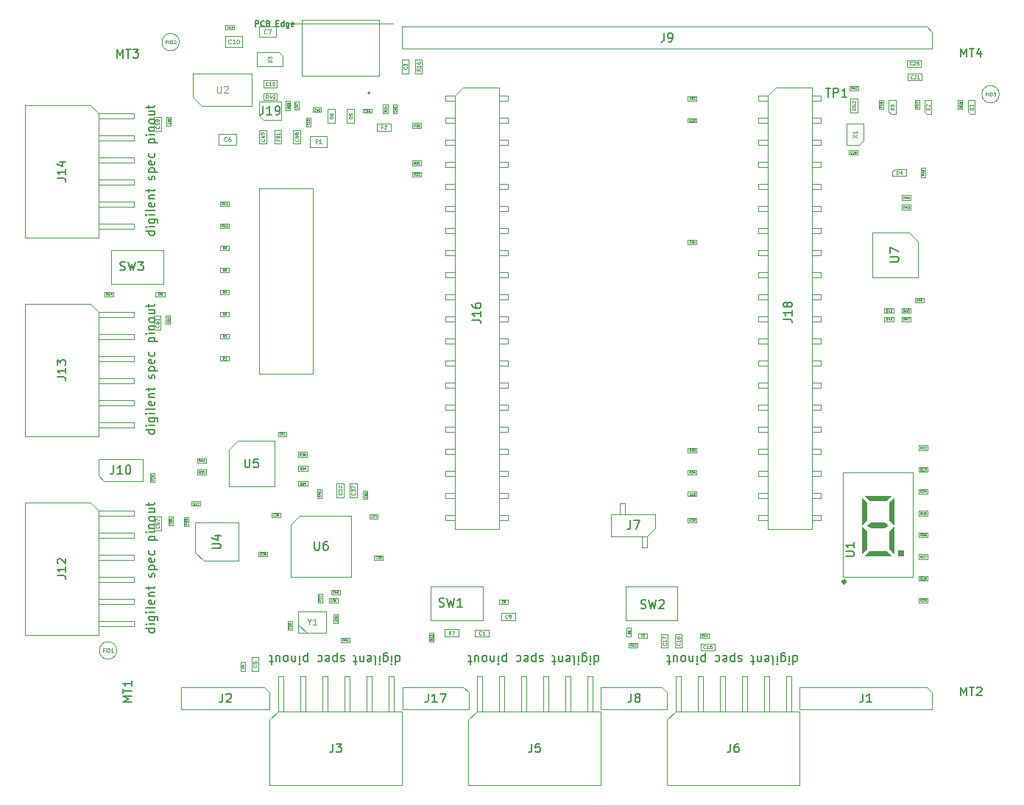
<source format=gbr>
G04 #@! TF.GenerationSoftware,KiCad,Pcbnew,8.0.1-8.0.1-1~ubuntu22.04.1*
G04 #@! TF.CreationDate,2024-04-10T21:28:56-04:00*
G04 #@! TF.ProjectId,tinytapeout-demo,74696e79-7461-4706-956f-75742d64656d,1.1.2*
G04 #@! TF.SameCoordinates,PX35e1f20PY8044ea0*
G04 #@! TF.FileFunction,AssemblyDrawing,Top*
%FSLAX46Y46*%
G04 Gerber Fmt 4.6, Leading zero omitted, Abs format (unit mm)*
G04 Created by KiCad (PCBNEW 8.0.1-8.0.1-1~ubuntu22.04.1) date 2024-04-10 21:28:56*
%MOMM*%
%LPD*%
G01*
G04 APERTURE LIST*
%ADD10C,0.060000*%
%ADD11C,0.040000*%
%ADD12C,0.150000*%
%ADD13C,0.080000*%
%ADD14C,0.105000*%
%ADD15C,0.075000*%
%ADD16C,0.120000*%
%ADD17C,0.100000*%
%ADD18C,0.200000*%
%ADD19C,0.332843*%
G04 APERTURE END LIST*
D10*
X94042857Y74356168D02*
X94023809Y74337120D01*
X94023809Y74337120D02*
X93966667Y74318073D01*
X93966667Y74318073D02*
X93928571Y74318073D01*
X93928571Y74318073D02*
X93871428Y74337120D01*
X93871428Y74337120D02*
X93833333Y74375216D01*
X93833333Y74375216D02*
X93814286Y74413311D01*
X93814286Y74413311D02*
X93795238Y74489501D01*
X93795238Y74489501D02*
X93795238Y74546644D01*
X93795238Y74546644D02*
X93814286Y74622835D01*
X93814286Y74622835D02*
X93833333Y74660930D01*
X93833333Y74660930D02*
X93871428Y74699025D01*
X93871428Y74699025D02*
X93928571Y74718073D01*
X93928571Y74718073D02*
X93966667Y74718073D01*
X93966667Y74718073D02*
X94023809Y74699025D01*
X94023809Y74699025D02*
X94042857Y74679978D01*
X94195238Y74679978D02*
X94214286Y74699025D01*
X94214286Y74699025D02*
X94252381Y74718073D01*
X94252381Y74718073D02*
X94347619Y74718073D01*
X94347619Y74718073D02*
X94385714Y74699025D01*
X94385714Y74699025D02*
X94404762Y74679978D01*
X94404762Y74679978D02*
X94423809Y74641882D01*
X94423809Y74641882D02*
X94423809Y74603787D01*
X94423809Y74603787D02*
X94404762Y74546644D01*
X94404762Y74546644D02*
X94176190Y74318073D01*
X94176190Y74318073D02*
X94423809Y74318073D01*
X94804761Y74318073D02*
X94576190Y74318073D01*
X94690476Y74318073D02*
X94690476Y74718073D01*
X94690476Y74718073D02*
X94652380Y74660930D01*
X94652380Y74660930D02*
X94614285Y74622835D01*
X94614285Y74622835D02*
X94576190Y74603787D01*
D11*
X99618200Y71132858D02*
X99494391Y71046191D01*
X99618200Y70984286D02*
X99358200Y70984286D01*
X99358200Y70984286D02*
X99358200Y71083334D01*
X99358200Y71083334D02*
X99370581Y71108096D01*
X99370581Y71108096D02*
X99382962Y71120477D01*
X99382962Y71120477D02*
X99407724Y71132858D01*
X99407724Y71132858D02*
X99444867Y71132858D01*
X99444867Y71132858D02*
X99469629Y71120477D01*
X99469629Y71120477D02*
X99482010Y71108096D01*
X99482010Y71108096D02*
X99494391Y71083334D01*
X99494391Y71083334D02*
X99494391Y70984286D01*
X99618200Y71380477D02*
X99618200Y71231905D01*
X99618200Y71306191D02*
X99358200Y71306191D01*
X99358200Y71306191D02*
X99395343Y71281429D01*
X99395343Y71281429D02*
X99420105Y71256667D01*
X99420105Y71256667D02*
X99432486Y71231905D01*
X99358200Y71615715D02*
X99358200Y71491905D01*
X99358200Y71491905D02*
X99482010Y71479524D01*
X99482010Y71479524D02*
X99469629Y71491905D01*
X99469629Y71491905D02*
X99457248Y71516667D01*
X99457248Y71516667D02*
X99457248Y71578572D01*
X99457248Y71578572D02*
X99469629Y71603334D01*
X99469629Y71603334D02*
X99482010Y71615715D01*
X99482010Y71615715D02*
X99506772Y71628096D01*
X99506772Y71628096D02*
X99568677Y71628096D01*
X99568677Y71628096D02*
X99593439Y71615715D01*
X99593439Y71615715D02*
X99605820Y71603334D01*
X99605820Y71603334D02*
X99618200Y71578572D01*
X99618200Y71578572D02*
X99618200Y71516667D01*
X99618200Y71516667D02*
X99605820Y71491905D01*
X99605820Y71491905D02*
X99593439Y71479524D01*
D10*
X28343832Y26667858D02*
X28362880Y26648810D01*
X28362880Y26648810D02*
X28381927Y26591668D01*
X28381927Y26591668D02*
X28381927Y26553572D01*
X28381927Y26553572D02*
X28362880Y26496429D01*
X28362880Y26496429D02*
X28324784Y26458334D01*
X28324784Y26458334D02*
X28286689Y26439287D01*
X28286689Y26439287D02*
X28210499Y26420239D01*
X28210499Y26420239D02*
X28153356Y26420239D01*
X28153356Y26420239D02*
X28077165Y26439287D01*
X28077165Y26439287D02*
X28039070Y26458334D01*
X28039070Y26458334D02*
X28000975Y26496429D01*
X28000975Y26496429D02*
X27981927Y26553572D01*
X27981927Y26553572D02*
X27981927Y26591668D01*
X27981927Y26591668D02*
X28000975Y26648810D01*
X28000975Y26648810D02*
X28020022Y26667858D01*
X27981927Y26801191D02*
X27981927Y27048810D01*
X27981927Y27048810D02*
X28134308Y26915477D01*
X28134308Y26915477D02*
X28134308Y26972620D01*
X28134308Y26972620D02*
X28153356Y27010715D01*
X28153356Y27010715D02*
X28172403Y27029763D01*
X28172403Y27029763D02*
X28210499Y27048810D01*
X28210499Y27048810D02*
X28305737Y27048810D01*
X28305737Y27048810D02*
X28343832Y27029763D01*
X28343832Y27029763D02*
X28362880Y27010715D01*
X28362880Y27010715D02*
X28381927Y26972620D01*
X28381927Y26972620D02*
X28381927Y26858334D01*
X28381927Y26858334D02*
X28362880Y26820239D01*
X28362880Y26820239D02*
X28343832Y26801191D01*
X28020022Y27201191D02*
X28000975Y27220239D01*
X28000975Y27220239D02*
X27981927Y27258334D01*
X27981927Y27258334D02*
X27981927Y27353572D01*
X27981927Y27353572D02*
X28000975Y27391667D01*
X28000975Y27391667D02*
X28020022Y27410715D01*
X28020022Y27410715D02*
X28058118Y27429762D01*
X28058118Y27429762D02*
X28096213Y27429762D01*
X28096213Y27429762D02*
X28153356Y27410715D01*
X28153356Y27410715D02*
X28381927Y27182143D01*
X28381927Y27182143D02*
X28381927Y27429762D01*
D11*
X68514285Y71910235D02*
X68502381Y71898330D01*
X68502381Y71898330D02*
X68466666Y71886426D01*
X68466666Y71886426D02*
X68442857Y71886426D01*
X68442857Y71886426D02*
X68407143Y71898330D01*
X68407143Y71898330D02*
X68383333Y71922140D01*
X68383333Y71922140D02*
X68371428Y71945950D01*
X68371428Y71945950D02*
X68359524Y71993569D01*
X68359524Y71993569D02*
X68359524Y72029283D01*
X68359524Y72029283D02*
X68371428Y72076902D01*
X68371428Y72076902D02*
X68383333Y72100711D01*
X68383333Y72100711D02*
X68407143Y72124521D01*
X68407143Y72124521D02*
X68442857Y72136426D01*
X68442857Y72136426D02*
X68466666Y72136426D01*
X68466666Y72136426D02*
X68502381Y72124521D01*
X68502381Y72124521D02*
X68514285Y72112616D01*
X68609524Y72112616D02*
X68621428Y72124521D01*
X68621428Y72124521D02*
X68645238Y72136426D01*
X68645238Y72136426D02*
X68704762Y72136426D01*
X68704762Y72136426D02*
X68728571Y72124521D01*
X68728571Y72124521D02*
X68740476Y72112616D01*
X68740476Y72112616D02*
X68752381Y72088807D01*
X68752381Y72088807D02*
X68752381Y72064997D01*
X68752381Y72064997D02*
X68740476Y72029283D01*
X68740476Y72029283D02*
X68597619Y71886426D01*
X68597619Y71886426D02*
X68752381Y71886426D01*
X68835714Y72136426D02*
X68990476Y72136426D01*
X68990476Y72136426D02*
X68907142Y72041188D01*
X68907142Y72041188D02*
X68942857Y72041188D01*
X68942857Y72041188D02*
X68966666Y72029283D01*
X68966666Y72029283D02*
X68978571Y72017378D01*
X68978571Y72017378D02*
X68990476Y71993569D01*
X68990476Y71993569D02*
X68990476Y71934045D01*
X68990476Y71934045D02*
X68978571Y71910235D01*
X68978571Y71910235D02*
X68966666Y71898330D01*
X68966666Y71898330D02*
X68942857Y71886426D01*
X68942857Y71886426D02*
X68871428Y71886426D01*
X68871428Y71886426D02*
X68847619Y71898330D01*
X68847619Y71898330D02*
X68835714Y71910235D01*
X27239285Y14160235D02*
X27227381Y14148330D01*
X27227381Y14148330D02*
X27191666Y14136426D01*
X27191666Y14136426D02*
X27167857Y14136426D01*
X27167857Y14136426D02*
X27132143Y14148330D01*
X27132143Y14148330D02*
X27108333Y14172140D01*
X27108333Y14172140D02*
X27096428Y14195950D01*
X27096428Y14195950D02*
X27084524Y14243569D01*
X27084524Y14243569D02*
X27084524Y14279283D01*
X27084524Y14279283D02*
X27096428Y14326902D01*
X27096428Y14326902D02*
X27108333Y14350711D01*
X27108333Y14350711D02*
X27132143Y14374521D01*
X27132143Y14374521D02*
X27167857Y14386426D01*
X27167857Y14386426D02*
X27191666Y14386426D01*
X27191666Y14386426D02*
X27227381Y14374521D01*
X27227381Y14374521D02*
X27239285Y14362616D01*
X27322619Y14386426D02*
X27477381Y14386426D01*
X27477381Y14386426D02*
X27394047Y14291188D01*
X27394047Y14291188D02*
X27429762Y14291188D01*
X27429762Y14291188D02*
X27453571Y14279283D01*
X27453571Y14279283D02*
X27465476Y14267378D01*
X27465476Y14267378D02*
X27477381Y14243569D01*
X27477381Y14243569D02*
X27477381Y14184045D01*
X27477381Y14184045D02*
X27465476Y14160235D01*
X27465476Y14160235D02*
X27453571Y14148330D01*
X27453571Y14148330D02*
X27429762Y14136426D01*
X27429762Y14136426D02*
X27358333Y14136426D01*
X27358333Y14136426D02*
X27334524Y14148330D01*
X27334524Y14148330D02*
X27322619Y14160235D01*
X27691666Y14386426D02*
X27644047Y14386426D01*
X27644047Y14386426D02*
X27620238Y14374521D01*
X27620238Y14374521D02*
X27608333Y14362616D01*
X27608333Y14362616D02*
X27584523Y14326902D01*
X27584523Y14326902D02*
X27572619Y14279283D01*
X27572619Y14279283D02*
X27572619Y14184045D01*
X27572619Y14184045D02*
X27584523Y14160235D01*
X27584523Y14160235D02*
X27596428Y14148330D01*
X27596428Y14148330D02*
X27620238Y14136426D01*
X27620238Y14136426D02*
X27667857Y14136426D01*
X27667857Y14136426D02*
X27691666Y14148330D01*
X27691666Y14148330D02*
X27703571Y14160235D01*
X27703571Y14160235D02*
X27715476Y14184045D01*
X27715476Y14184045D02*
X27715476Y14243569D01*
X27715476Y14243569D02*
X27703571Y14267378D01*
X27703571Y14267378D02*
X27691666Y14279283D01*
X27691666Y14279283D02*
X27667857Y14291188D01*
X27667857Y14291188D02*
X27620238Y14291188D01*
X27620238Y14291188D02*
X27596428Y14279283D01*
X27596428Y14279283D02*
X27584523Y14267378D01*
X27584523Y14267378D02*
X27572619Y14243569D01*
X22318200Y71032858D02*
X22194391Y70946191D01*
X22318200Y70884286D02*
X22058200Y70884286D01*
X22058200Y70884286D02*
X22058200Y70983334D01*
X22058200Y70983334D02*
X22070581Y71008096D01*
X22070581Y71008096D02*
X22082962Y71020477D01*
X22082962Y71020477D02*
X22107724Y71032858D01*
X22107724Y71032858D02*
X22144867Y71032858D01*
X22144867Y71032858D02*
X22169629Y71020477D01*
X22169629Y71020477D02*
X22182010Y71008096D01*
X22182010Y71008096D02*
X22194391Y70983334D01*
X22194391Y70983334D02*
X22194391Y70884286D01*
X22082962Y71131905D02*
X22070581Y71144286D01*
X22070581Y71144286D02*
X22058200Y71169048D01*
X22058200Y71169048D02*
X22058200Y71230953D01*
X22058200Y71230953D02*
X22070581Y71255715D01*
X22070581Y71255715D02*
X22082962Y71268096D01*
X22082962Y71268096D02*
X22107724Y71280477D01*
X22107724Y71280477D02*
X22132486Y71280477D01*
X22132486Y71280477D02*
X22169629Y71268096D01*
X22169629Y71268096D02*
X22318200Y71119524D01*
X22318200Y71119524D02*
X22318200Y71280477D01*
X22058200Y71441429D02*
X22058200Y71466191D01*
X22058200Y71466191D02*
X22070581Y71490953D01*
X22070581Y71490953D02*
X22082962Y71503334D01*
X22082962Y71503334D02*
X22107724Y71515715D01*
X22107724Y71515715D02*
X22157248Y71528096D01*
X22157248Y71528096D02*
X22219153Y71528096D01*
X22219153Y71528096D02*
X22268677Y71515715D01*
X22268677Y71515715D02*
X22293439Y71503334D01*
X22293439Y71503334D02*
X22305820Y71490953D01*
X22305820Y71490953D02*
X22318200Y71466191D01*
X22318200Y71466191D02*
X22318200Y71441429D01*
X22318200Y71441429D02*
X22305820Y71416667D01*
X22305820Y71416667D02*
X22293439Y71404286D01*
X22293439Y71404286D02*
X22268677Y71391905D01*
X22268677Y71391905D02*
X22219153Y71379524D01*
X22219153Y71379524D02*
X22157248Y71379524D01*
X22157248Y71379524D02*
X22107724Y71391905D01*
X22107724Y71391905D02*
X22082962Y71404286D01*
X22082962Y71404286D02*
X22070581Y71416667D01*
X22070581Y71416667D02*
X22058200Y71441429D01*
D12*
X2559524Y76695181D02*
X2559524Y77695181D01*
X2559524Y77695181D02*
X2892857Y76980896D01*
X2892857Y76980896D02*
X3226190Y77695181D01*
X3226190Y77695181D02*
X3226190Y76695181D01*
X3559524Y77695181D02*
X4130952Y77695181D01*
X3845238Y76695181D02*
X3845238Y77695181D01*
X4369048Y77695181D02*
X4988095Y77695181D01*
X4988095Y77695181D02*
X4654762Y77314229D01*
X4654762Y77314229D02*
X4797619Y77314229D01*
X4797619Y77314229D02*
X4892857Y77266610D01*
X4892857Y77266610D02*
X4940476Y77218991D01*
X4940476Y77218991D02*
X4988095Y77123753D01*
X4988095Y77123753D02*
X4988095Y76885658D01*
X4988095Y76885658D02*
X4940476Y76790420D01*
X4940476Y76790420D02*
X4892857Y76742800D01*
X4892857Y76742800D02*
X4797619Y76695181D01*
X4797619Y76695181D02*
X4511905Y76695181D01*
X4511905Y76695181D02*
X4416667Y76742800D01*
X4416667Y76742800D02*
X4369048Y76790420D01*
D10*
X102571429Y72527597D02*
X102438096Y72527597D01*
X102438096Y72318073D02*
X102438096Y72718073D01*
X102438096Y72718073D02*
X102628572Y72718073D01*
X102780953Y72318073D02*
X102780953Y72718073D01*
X102971429Y72318073D02*
X102971429Y72718073D01*
X102971429Y72718073D02*
X103066667Y72718073D01*
X103066667Y72718073D02*
X103123810Y72699025D01*
X103123810Y72699025D02*
X103161905Y72660930D01*
X103161905Y72660930D02*
X103180952Y72622835D01*
X103180952Y72622835D02*
X103200000Y72546644D01*
X103200000Y72546644D02*
X103200000Y72489501D01*
X103200000Y72489501D02*
X103180952Y72413311D01*
X103180952Y72413311D02*
X103161905Y72375216D01*
X103161905Y72375216D02*
X103123810Y72337120D01*
X103123810Y72337120D02*
X103066667Y72318073D01*
X103066667Y72318073D02*
X102971429Y72318073D01*
X103333333Y72718073D02*
X103580952Y72718073D01*
X103580952Y72718073D02*
X103447619Y72565692D01*
X103447619Y72565692D02*
X103504762Y72565692D01*
X103504762Y72565692D02*
X103542857Y72546644D01*
X103542857Y72546644D02*
X103561905Y72527597D01*
X103561905Y72527597D02*
X103580952Y72489501D01*
X103580952Y72489501D02*
X103580952Y72394263D01*
X103580952Y72394263D02*
X103561905Y72356168D01*
X103561905Y72356168D02*
X103542857Y72337120D01*
X103542857Y72337120D02*
X103504762Y72318073D01*
X103504762Y72318073D02*
X103390476Y72318073D01*
X103390476Y72318073D02*
X103352381Y72337120D01*
X103352381Y72337120D02*
X103333333Y72356168D01*
D11*
X23682857Y30931800D02*
X23596190Y31055609D01*
X23534285Y30931800D02*
X23534285Y31191800D01*
X23534285Y31191800D02*
X23633333Y31191800D01*
X23633333Y31191800D02*
X23658095Y31179419D01*
X23658095Y31179419D02*
X23670476Y31167038D01*
X23670476Y31167038D02*
X23682857Y31142276D01*
X23682857Y31142276D02*
X23682857Y31105133D01*
X23682857Y31105133D02*
X23670476Y31080371D01*
X23670476Y31080371D02*
X23658095Y31067990D01*
X23658095Y31067990D02*
X23633333Y31055609D01*
X23633333Y31055609D02*
X23534285Y31055609D01*
X23769523Y31191800D02*
X23930476Y31191800D01*
X23930476Y31191800D02*
X23843809Y31092752D01*
X23843809Y31092752D02*
X23880952Y31092752D01*
X23880952Y31092752D02*
X23905714Y31080371D01*
X23905714Y31080371D02*
X23918095Y31067990D01*
X23918095Y31067990D02*
X23930476Y31043228D01*
X23930476Y31043228D02*
X23930476Y30981323D01*
X23930476Y30981323D02*
X23918095Y30956561D01*
X23918095Y30956561D02*
X23905714Y30944180D01*
X23905714Y30944180D02*
X23880952Y30931800D01*
X23880952Y30931800D02*
X23806666Y30931800D01*
X23806666Y30931800D02*
X23781904Y30944180D01*
X23781904Y30944180D02*
X23769523Y30956561D01*
X24079047Y31080371D02*
X24054285Y31092752D01*
X24054285Y31092752D02*
X24041904Y31105133D01*
X24041904Y31105133D02*
X24029523Y31129895D01*
X24029523Y31129895D02*
X24029523Y31142276D01*
X24029523Y31142276D02*
X24041904Y31167038D01*
X24041904Y31167038D02*
X24054285Y31179419D01*
X24054285Y31179419D02*
X24079047Y31191800D01*
X24079047Y31191800D02*
X24128571Y31191800D01*
X24128571Y31191800D02*
X24153333Y31179419D01*
X24153333Y31179419D02*
X24165714Y31167038D01*
X24165714Y31167038D02*
X24178095Y31142276D01*
X24178095Y31142276D02*
X24178095Y31129895D01*
X24178095Y31129895D02*
X24165714Y31105133D01*
X24165714Y31105133D02*
X24153333Y31092752D01*
X24153333Y31092752D02*
X24128571Y31080371D01*
X24128571Y31080371D02*
X24079047Y31080371D01*
X24079047Y31080371D02*
X24054285Y31067990D01*
X24054285Y31067990D02*
X24041904Y31055609D01*
X24041904Y31055609D02*
X24029523Y31030847D01*
X24029523Y31030847D02*
X24029523Y30981323D01*
X24029523Y30981323D02*
X24041904Y30956561D01*
X24041904Y30956561D02*
X24054285Y30944180D01*
X24054285Y30944180D02*
X24079047Y30931800D01*
X24079047Y30931800D02*
X24128571Y30931800D01*
X24128571Y30931800D02*
X24153333Y30944180D01*
X24153333Y30944180D02*
X24165714Y30956561D01*
X24165714Y30956561D02*
X24178095Y30981323D01*
X24178095Y30981323D02*
X24178095Y31030847D01*
X24178095Y31030847D02*
X24165714Y31055609D01*
X24165714Y31055609D02*
X24153333Y31067990D01*
X24153333Y31067990D02*
X24128571Y31080371D01*
D12*
X18455713Y80311724D02*
X18455713Y80951724D01*
X18455713Y80951724D02*
X18699523Y80951724D01*
X18699523Y80951724D02*
X18760475Y80921248D01*
X18760475Y80921248D02*
X18790952Y80890772D01*
X18790952Y80890772D02*
X18821428Y80829820D01*
X18821428Y80829820D02*
X18821428Y80738391D01*
X18821428Y80738391D02*
X18790952Y80677439D01*
X18790952Y80677439D02*
X18760475Y80646962D01*
X18760475Y80646962D02*
X18699523Y80616486D01*
X18699523Y80616486D02*
X18455713Y80616486D01*
X19461428Y80372677D02*
X19430952Y80342200D01*
X19430952Y80342200D02*
X19339523Y80311724D01*
X19339523Y80311724D02*
X19278571Y80311724D01*
X19278571Y80311724D02*
X19187142Y80342200D01*
X19187142Y80342200D02*
X19126190Y80403153D01*
X19126190Y80403153D02*
X19095713Y80464105D01*
X19095713Y80464105D02*
X19065237Y80586010D01*
X19065237Y80586010D02*
X19065237Y80677439D01*
X19065237Y80677439D02*
X19095713Y80799343D01*
X19095713Y80799343D02*
X19126190Y80860296D01*
X19126190Y80860296D02*
X19187142Y80921248D01*
X19187142Y80921248D02*
X19278571Y80951724D01*
X19278571Y80951724D02*
X19339523Y80951724D01*
X19339523Y80951724D02*
X19430952Y80921248D01*
X19430952Y80921248D02*
X19461428Y80890772D01*
X19949047Y80646962D02*
X20040475Y80616486D01*
X20040475Y80616486D02*
X20070952Y80586010D01*
X20070952Y80586010D02*
X20101428Y80525058D01*
X20101428Y80525058D02*
X20101428Y80433629D01*
X20101428Y80433629D02*
X20070952Y80372677D01*
X20070952Y80372677D02*
X20040475Y80342200D01*
X20040475Y80342200D02*
X19979523Y80311724D01*
X19979523Y80311724D02*
X19735713Y80311724D01*
X19735713Y80311724D02*
X19735713Y80951724D01*
X19735713Y80951724D02*
X19949047Y80951724D01*
X19949047Y80951724D02*
X20009999Y80921248D01*
X20009999Y80921248D02*
X20040475Y80890772D01*
X20040475Y80890772D02*
X20070952Y80829820D01*
X20070952Y80829820D02*
X20070952Y80768867D01*
X20070952Y80768867D02*
X20040475Y80707915D01*
X20040475Y80707915D02*
X20009999Y80677439D01*
X20009999Y80677439D02*
X19949047Y80646962D01*
X19949047Y80646962D02*
X19735713Y80646962D01*
X20863332Y80646962D02*
X21076666Y80646962D01*
X21168094Y80311724D02*
X20863332Y80311724D01*
X20863332Y80311724D02*
X20863332Y80951724D01*
X20863332Y80951724D02*
X21168094Y80951724D01*
X21716666Y80311724D02*
X21716666Y80951724D01*
X21716666Y80342200D02*
X21655714Y80311724D01*
X21655714Y80311724D02*
X21533809Y80311724D01*
X21533809Y80311724D02*
X21472857Y80342200D01*
X21472857Y80342200D02*
X21442380Y80372677D01*
X21442380Y80372677D02*
X21411904Y80433629D01*
X21411904Y80433629D02*
X21411904Y80616486D01*
X21411904Y80616486D02*
X21442380Y80677439D01*
X21442380Y80677439D02*
X21472857Y80707915D01*
X21472857Y80707915D02*
X21533809Y80738391D01*
X21533809Y80738391D02*
X21655714Y80738391D01*
X21655714Y80738391D02*
X21716666Y80707915D01*
X22295714Y80738391D02*
X22295714Y80220296D01*
X22295714Y80220296D02*
X22265238Y80159343D01*
X22265238Y80159343D02*
X22234762Y80128867D01*
X22234762Y80128867D02*
X22173809Y80098391D01*
X22173809Y80098391D02*
X22082381Y80098391D01*
X22082381Y80098391D02*
X22021428Y80128867D01*
X22295714Y80342200D02*
X22234762Y80311724D01*
X22234762Y80311724D02*
X22112857Y80311724D01*
X22112857Y80311724D02*
X22051905Y80342200D01*
X22051905Y80342200D02*
X22021428Y80372677D01*
X22021428Y80372677D02*
X21990952Y80433629D01*
X21990952Y80433629D02*
X21990952Y80616486D01*
X21990952Y80616486D02*
X22021428Y80677439D01*
X22021428Y80677439D02*
X22051905Y80707915D01*
X22051905Y80707915D02*
X22112857Y80738391D01*
X22112857Y80738391D02*
X22234762Y80738391D01*
X22234762Y80738391D02*
X22295714Y80707915D01*
X22844286Y80342200D02*
X22783334Y80311724D01*
X22783334Y80311724D02*
X22661429Y80311724D01*
X22661429Y80311724D02*
X22600476Y80342200D01*
X22600476Y80342200D02*
X22570000Y80403153D01*
X22570000Y80403153D02*
X22570000Y80646962D01*
X22570000Y80646962D02*
X22600476Y80707915D01*
X22600476Y80707915D02*
X22661429Y80738391D01*
X22661429Y80738391D02*
X22783334Y80738391D01*
X22783334Y80738391D02*
X22844286Y80707915D01*
X22844286Y80707915D02*
X22874762Y80646962D01*
X22874762Y80646962D02*
X22874762Y80586010D01*
X22874762Y80586010D02*
X22570000Y80525058D01*
D10*
X23343832Y67342858D02*
X23362880Y67323810D01*
X23362880Y67323810D02*
X23381927Y67266668D01*
X23381927Y67266668D02*
X23381927Y67228572D01*
X23381927Y67228572D02*
X23362880Y67171429D01*
X23362880Y67171429D02*
X23324784Y67133334D01*
X23324784Y67133334D02*
X23286689Y67114287D01*
X23286689Y67114287D02*
X23210499Y67095239D01*
X23210499Y67095239D02*
X23153356Y67095239D01*
X23153356Y67095239D02*
X23077165Y67114287D01*
X23077165Y67114287D02*
X23039070Y67133334D01*
X23039070Y67133334D02*
X23000975Y67171429D01*
X23000975Y67171429D02*
X22981927Y67228572D01*
X22981927Y67228572D02*
X22981927Y67266668D01*
X22981927Y67266668D02*
X23000975Y67323810D01*
X23000975Y67323810D02*
X23020022Y67342858D01*
X23115260Y67685715D02*
X23381927Y67685715D01*
X22962880Y67590477D02*
X23248594Y67495239D01*
X23248594Y67495239D02*
X23248594Y67742858D01*
X23153356Y67952381D02*
X23134308Y67914286D01*
X23134308Y67914286D02*
X23115260Y67895239D01*
X23115260Y67895239D02*
X23077165Y67876191D01*
X23077165Y67876191D02*
X23058118Y67876191D01*
X23058118Y67876191D02*
X23020022Y67895239D01*
X23020022Y67895239D02*
X23000975Y67914286D01*
X23000975Y67914286D02*
X22981927Y67952381D01*
X22981927Y67952381D02*
X22981927Y68028572D01*
X22981927Y68028572D02*
X23000975Y68066667D01*
X23000975Y68066667D02*
X23020022Y68085715D01*
X23020022Y68085715D02*
X23058118Y68104762D01*
X23058118Y68104762D02*
X23077165Y68104762D01*
X23077165Y68104762D02*
X23115260Y68085715D01*
X23115260Y68085715D02*
X23134308Y68066667D01*
X23134308Y68066667D02*
X23153356Y68028572D01*
X23153356Y68028572D02*
X23153356Y67952381D01*
X23153356Y67952381D02*
X23172403Y67914286D01*
X23172403Y67914286D02*
X23191451Y67895239D01*
X23191451Y67895239D02*
X23229546Y67876191D01*
X23229546Y67876191D02*
X23305737Y67876191D01*
X23305737Y67876191D02*
X23343832Y67895239D01*
X23343832Y67895239D02*
X23362880Y67914286D01*
X23362880Y67914286D02*
X23381927Y67952381D01*
X23381927Y67952381D02*
X23381927Y68028572D01*
X23381927Y68028572D02*
X23362880Y68066667D01*
X23362880Y68066667D02*
X23343832Y68085715D01*
X23343832Y68085715D02*
X23305737Y68104762D01*
X23305737Y68104762D02*
X23229546Y68104762D01*
X23229546Y68104762D02*
X23191451Y68085715D01*
X23191451Y68085715D02*
X23172403Y68066667D01*
X23172403Y68066667D02*
X23153356Y68028572D01*
D12*
X-4360181Y39980477D02*
X-3645896Y39980477D01*
X-3645896Y39980477D02*
X-3503039Y39932858D01*
X-3503039Y39932858D02*
X-3407800Y39837620D01*
X-3407800Y39837620D02*
X-3360181Y39694763D01*
X-3360181Y39694763D02*
X-3360181Y39599525D01*
X-3360181Y40980477D02*
X-3360181Y40409049D01*
X-3360181Y40694763D02*
X-4360181Y40694763D01*
X-4360181Y40694763D02*
X-4217324Y40599525D01*
X-4217324Y40599525D02*
X-4122086Y40504287D01*
X-4122086Y40504287D02*
X-4074467Y40409049D01*
X-4360181Y41313811D02*
X-4360181Y41932858D01*
X-4360181Y41932858D02*
X-3979229Y41599525D01*
X-3979229Y41599525D02*
X-3979229Y41742382D01*
X-3979229Y41742382D02*
X-3931610Y41837620D01*
X-3931610Y41837620D02*
X-3883991Y41885239D01*
X-3883991Y41885239D02*
X-3788753Y41932858D01*
X-3788753Y41932858D02*
X-3550658Y41932858D01*
X-3550658Y41932858D02*
X-3455420Y41885239D01*
X-3455420Y41885239D02*
X-3407800Y41837620D01*
X-3407800Y41837620D02*
X-3360181Y41742382D01*
X-3360181Y41742382D02*
X-3360181Y41456668D01*
X-3360181Y41456668D02*
X-3407800Y41361430D01*
X-3407800Y41361430D02*
X-3455420Y41313811D01*
X6869819Y33905351D02*
X5869819Y33905351D01*
X6822200Y33905351D02*
X6869819Y33810113D01*
X6869819Y33810113D02*
X6869819Y33619637D01*
X6869819Y33619637D02*
X6822200Y33524399D01*
X6822200Y33524399D02*
X6774580Y33476780D01*
X6774580Y33476780D02*
X6679342Y33429161D01*
X6679342Y33429161D02*
X6393628Y33429161D01*
X6393628Y33429161D02*
X6298390Y33476780D01*
X6298390Y33476780D02*
X6250771Y33524399D01*
X6250771Y33524399D02*
X6203152Y33619637D01*
X6203152Y33619637D02*
X6203152Y33810113D01*
X6203152Y33810113D02*
X6250771Y33905351D01*
X6869819Y34381542D02*
X6203152Y34381542D01*
X5869819Y34381542D02*
X5917438Y34333923D01*
X5917438Y34333923D02*
X5965057Y34381542D01*
X5965057Y34381542D02*
X5917438Y34429161D01*
X5917438Y34429161D02*
X5869819Y34381542D01*
X5869819Y34381542D02*
X5965057Y34381542D01*
X6203152Y35286303D02*
X7012676Y35286303D01*
X7012676Y35286303D02*
X7107914Y35238684D01*
X7107914Y35238684D02*
X7155533Y35191065D01*
X7155533Y35191065D02*
X7203152Y35095827D01*
X7203152Y35095827D02*
X7203152Y34952970D01*
X7203152Y34952970D02*
X7155533Y34857732D01*
X6822200Y35286303D02*
X6869819Y35191065D01*
X6869819Y35191065D02*
X6869819Y35000589D01*
X6869819Y35000589D02*
X6822200Y34905351D01*
X6822200Y34905351D02*
X6774580Y34857732D01*
X6774580Y34857732D02*
X6679342Y34810113D01*
X6679342Y34810113D02*
X6393628Y34810113D01*
X6393628Y34810113D02*
X6298390Y34857732D01*
X6298390Y34857732D02*
X6250771Y34905351D01*
X6250771Y34905351D02*
X6203152Y35000589D01*
X6203152Y35000589D02*
X6203152Y35191065D01*
X6203152Y35191065D02*
X6250771Y35286303D01*
X6869819Y35762494D02*
X6203152Y35762494D01*
X5869819Y35762494D02*
X5917438Y35714875D01*
X5917438Y35714875D02*
X5965057Y35762494D01*
X5965057Y35762494D02*
X5917438Y35810113D01*
X5917438Y35810113D02*
X5869819Y35762494D01*
X5869819Y35762494D02*
X5965057Y35762494D01*
X6869819Y36381541D02*
X6822200Y36286303D01*
X6822200Y36286303D02*
X6726961Y36238684D01*
X6726961Y36238684D02*
X5869819Y36238684D01*
X6822200Y37143446D02*
X6869819Y37048208D01*
X6869819Y37048208D02*
X6869819Y36857732D01*
X6869819Y36857732D02*
X6822200Y36762494D01*
X6822200Y36762494D02*
X6726961Y36714875D01*
X6726961Y36714875D02*
X6346009Y36714875D01*
X6346009Y36714875D02*
X6250771Y36762494D01*
X6250771Y36762494D02*
X6203152Y36857732D01*
X6203152Y36857732D02*
X6203152Y37048208D01*
X6203152Y37048208D02*
X6250771Y37143446D01*
X6250771Y37143446D02*
X6346009Y37191065D01*
X6346009Y37191065D02*
X6441247Y37191065D01*
X6441247Y37191065D02*
X6536485Y36714875D01*
X6203152Y37619637D02*
X6869819Y37619637D01*
X6298390Y37619637D02*
X6250771Y37667256D01*
X6250771Y37667256D02*
X6203152Y37762494D01*
X6203152Y37762494D02*
X6203152Y37905351D01*
X6203152Y37905351D02*
X6250771Y38000589D01*
X6250771Y38000589D02*
X6346009Y38048208D01*
X6346009Y38048208D02*
X6869819Y38048208D01*
X6203152Y38381542D02*
X6203152Y38762494D01*
X5869819Y38524399D02*
X6726961Y38524399D01*
X6726961Y38524399D02*
X6822200Y38572018D01*
X6822200Y38572018D02*
X6869819Y38667256D01*
X6869819Y38667256D02*
X6869819Y38762494D01*
X6822200Y39810114D02*
X6869819Y39905352D01*
X6869819Y39905352D02*
X6869819Y40095828D01*
X6869819Y40095828D02*
X6822200Y40191066D01*
X6822200Y40191066D02*
X6726961Y40238685D01*
X6726961Y40238685D02*
X6679342Y40238685D01*
X6679342Y40238685D02*
X6584104Y40191066D01*
X6584104Y40191066D02*
X6536485Y40095828D01*
X6536485Y40095828D02*
X6536485Y39952971D01*
X6536485Y39952971D02*
X6488866Y39857733D01*
X6488866Y39857733D02*
X6393628Y39810114D01*
X6393628Y39810114D02*
X6346009Y39810114D01*
X6346009Y39810114D02*
X6250771Y39857733D01*
X6250771Y39857733D02*
X6203152Y39952971D01*
X6203152Y39952971D02*
X6203152Y40095828D01*
X6203152Y40095828D02*
X6250771Y40191066D01*
X6203152Y40667257D02*
X7203152Y40667257D01*
X6250771Y40667257D02*
X6203152Y40762495D01*
X6203152Y40762495D02*
X6203152Y40952971D01*
X6203152Y40952971D02*
X6250771Y41048209D01*
X6250771Y41048209D02*
X6298390Y41095828D01*
X6298390Y41095828D02*
X6393628Y41143447D01*
X6393628Y41143447D02*
X6679342Y41143447D01*
X6679342Y41143447D02*
X6774580Y41095828D01*
X6774580Y41095828D02*
X6822200Y41048209D01*
X6822200Y41048209D02*
X6869819Y40952971D01*
X6869819Y40952971D02*
X6869819Y40762495D01*
X6869819Y40762495D02*
X6822200Y40667257D01*
X6822200Y41952971D02*
X6869819Y41857733D01*
X6869819Y41857733D02*
X6869819Y41667257D01*
X6869819Y41667257D02*
X6822200Y41572019D01*
X6822200Y41572019D02*
X6726961Y41524400D01*
X6726961Y41524400D02*
X6346009Y41524400D01*
X6346009Y41524400D02*
X6250771Y41572019D01*
X6250771Y41572019D02*
X6203152Y41667257D01*
X6203152Y41667257D02*
X6203152Y41857733D01*
X6203152Y41857733D02*
X6250771Y41952971D01*
X6250771Y41952971D02*
X6346009Y42000590D01*
X6346009Y42000590D02*
X6441247Y42000590D01*
X6441247Y42000590D02*
X6536485Y41524400D01*
X6822200Y42857733D02*
X6869819Y42762495D01*
X6869819Y42762495D02*
X6869819Y42572019D01*
X6869819Y42572019D02*
X6822200Y42476781D01*
X6822200Y42476781D02*
X6774580Y42429162D01*
X6774580Y42429162D02*
X6679342Y42381543D01*
X6679342Y42381543D02*
X6393628Y42381543D01*
X6393628Y42381543D02*
X6298390Y42429162D01*
X6298390Y42429162D02*
X6250771Y42476781D01*
X6250771Y42476781D02*
X6203152Y42572019D01*
X6203152Y42572019D02*
X6203152Y42762495D01*
X6203152Y42762495D02*
X6250771Y42857733D01*
X6203152Y44048210D02*
X7203152Y44048210D01*
X6250771Y44048210D02*
X6203152Y44143448D01*
X6203152Y44143448D02*
X6203152Y44333924D01*
X6203152Y44333924D02*
X6250771Y44429162D01*
X6250771Y44429162D02*
X6298390Y44476781D01*
X6298390Y44476781D02*
X6393628Y44524400D01*
X6393628Y44524400D02*
X6679342Y44524400D01*
X6679342Y44524400D02*
X6774580Y44476781D01*
X6774580Y44476781D02*
X6822200Y44429162D01*
X6822200Y44429162D02*
X6869819Y44333924D01*
X6869819Y44333924D02*
X6869819Y44143448D01*
X6869819Y44143448D02*
X6822200Y44048210D01*
X6869819Y44952972D02*
X6203152Y44952972D01*
X5869819Y44952972D02*
X5917438Y44905353D01*
X5917438Y44905353D02*
X5965057Y44952972D01*
X5965057Y44952972D02*
X5917438Y45000591D01*
X5917438Y45000591D02*
X5869819Y44952972D01*
X5869819Y44952972D02*
X5965057Y44952972D01*
X6203152Y45429162D02*
X6869819Y45429162D01*
X6298390Y45429162D02*
X6250771Y45476781D01*
X6250771Y45476781D02*
X6203152Y45572019D01*
X6203152Y45572019D02*
X6203152Y45714876D01*
X6203152Y45714876D02*
X6250771Y45810114D01*
X6250771Y45810114D02*
X6346009Y45857733D01*
X6346009Y45857733D02*
X6869819Y45857733D01*
X6869819Y46476781D02*
X6822200Y46381543D01*
X6822200Y46381543D02*
X6774580Y46333924D01*
X6774580Y46333924D02*
X6679342Y46286305D01*
X6679342Y46286305D02*
X6393628Y46286305D01*
X6393628Y46286305D02*
X6298390Y46333924D01*
X6298390Y46333924D02*
X6250771Y46381543D01*
X6250771Y46381543D02*
X6203152Y46476781D01*
X6203152Y46476781D02*
X6203152Y46619638D01*
X6203152Y46619638D02*
X6250771Y46714876D01*
X6250771Y46714876D02*
X6298390Y46762495D01*
X6298390Y46762495D02*
X6393628Y46810114D01*
X6393628Y46810114D02*
X6679342Y46810114D01*
X6679342Y46810114D02*
X6774580Y46762495D01*
X6774580Y46762495D02*
X6822200Y46714876D01*
X6822200Y46714876D02*
X6869819Y46619638D01*
X6869819Y46619638D02*
X6869819Y46476781D01*
X6203152Y47667257D02*
X6869819Y47667257D01*
X6203152Y47238686D02*
X6726961Y47238686D01*
X6726961Y47238686D02*
X6822200Y47286305D01*
X6822200Y47286305D02*
X6869819Y47381543D01*
X6869819Y47381543D02*
X6869819Y47524400D01*
X6869819Y47524400D02*
X6822200Y47619638D01*
X6822200Y47619638D02*
X6774580Y47667257D01*
X6203152Y48000591D02*
X6203152Y48381543D01*
X5869819Y48143448D02*
X6726961Y48143448D01*
X6726961Y48143448D02*
X6822200Y48191067D01*
X6822200Y48191067D02*
X6869819Y48286305D01*
X6869819Y48286305D02*
X6869819Y48381543D01*
D13*
X15156666Y67110470D02*
X15132857Y67086660D01*
X15132857Y67086660D02*
X15061428Y67062851D01*
X15061428Y67062851D02*
X15013809Y67062851D01*
X15013809Y67062851D02*
X14942381Y67086660D01*
X14942381Y67086660D02*
X14894762Y67134280D01*
X14894762Y67134280D02*
X14870952Y67181899D01*
X14870952Y67181899D02*
X14847143Y67277137D01*
X14847143Y67277137D02*
X14847143Y67348565D01*
X14847143Y67348565D02*
X14870952Y67443803D01*
X14870952Y67443803D02*
X14894762Y67491422D01*
X14894762Y67491422D02*
X14942381Y67539041D01*
X14942381Y67539041D02*
X15013809Y67562851D01*
X15013809Y67562851D02*
X15061428Y67562851D01*
X15061428Y67562851D02*
X15132857Y67539041D01*
X15132857Y67539041D02*
X15156666Y67515232D01*
X15585238Y67562851D02*
X15490000Y67562851D01*
X15490000Y67562851D02*
X15442381Y67539041D01*
X15442381Y67539041D02*
X15418571Y67515232D01*
X15418571Y67515232D02*
X15370952Y67443803D01*
X15370952Y67443803D02*
X15347143Y67348565D01*
X15347143Y67348565D02*
X15347143Y67158089D01*
X15347143Y67158089D02*
X15370952Y67110470D01*
X15370952Y67110470D02*
X15394762Y67086660D01*
X15394762Y67086660D02*
X15442381Y67062851D01*
X15442381Y67062851D02*
X15537619Y67062851D01*
X15537619Y67062851D02*
X15585238Y67086660D01*
X15585238Y67086660D02*
X15609047Y67110470D01*
X15609047Y67110470D02*
X15632857Y67158089D01*
X15632857Y67158089D02*
X15632857Y67277137D01*
X15632857Y67277137D02*
X15609047Y67324756D01*
X15609047Y67324756D02*
X15585238Y67348565D01*
X15585238Y67348565D02*
X15537619Y67372375D01*
X15537619Y67372375D02*
X15442381Y67372375D01*
X15442381Y67372375D02*
X15394762Y67348565D01*
X15394762Y67348565D02*
X15370952Y67324756D01*
X15370952Y67324756D02*
X15347143Y67277137D01*
D11*
X14856667Y52153229D02*
X14770000Y52277038D01*
X14708095Y52153229D02*
X14708095Y52413229D01*
X14708095Y52413229D02*
X14807143Y52413229D01*
X14807143Y52413229D02*
X14831905Y52400848D01*
X14831905Y52400848D02*
X14844286Y52388467D01*
X14844286Y52388467D02*
X14856667Y52363705D01*
X14856667Y52363705D02*
X14856667Y52326562D01*
X14856667Y52326562D02*
X14844286Y52301800D01*
X14844286Y52301800D02*
X14831905Y52289419D01*
X14831905Y52289419D02*
X14807143Y52277038D01*
X14807143Y52277038D02*
X14708095Y52277038D01*
X15091905Y52413229D02*
X14968095Y52413229D01*
X14968095Y52413229D02*
X14955714Y52289419D01*
X14955714Y52289419D02*
X14968095Y52301800D01*
X14968095Y52301800D02*
X14992857Y52314181D01*
X14992857Y52314181D02*
X15054762Y52314181D01*
X15054762Y52314181D02*
X15079524Y52301800D01*
X15079524Y52301800D02*
X15091905Y52289419D01*
X15091905Y52289419D02*
X15104286Y52264657D01*
X15104286Y52264657D02*
X15104286Y52202752D01*
X15104286Y52202752D02*
X15091905Y52177990D01*
X15091905Y52177990D02*
X15079524Y52165609D01*
X15079524Y52165609D02*
X15054762Y52153229D01*
X15054762Y52153229D02*
X14992857Y52153229D01*
X14992857Y52153229D02*
X14968095Y52165609D01*
X14968095Y52165609D02*
X14955714Y52177990D01*
X8789765Y23239286D02*
X8801670Y23227382D01*
X8801670Y23227382D02*
X8813574Y23191667D01*
X8813574Y23191667D02*
X8813574Y23167858D01*
X8813574Y23167858D02*
X8801670Y23132144D01*
X8801670Y23132144D02*
X8777860Y23108334D01*
X8777860Y23108334D02*
X8754050Y23096429D01*
X8754050Y23096429D02*
X8706431Y23084525D01*
X8706431Y23084525D02*
X8670717Y23084525D01*
X8670717Y23084525D02*
X8623098Y23096429D01*
X8623098Y23096429D02*
X8599289Y23108334D01*
X8599289Y23108334D02*
X8575479Y23132144D01*
X8575479Y23132144D02*
X8563574Y23167858D01*
X8563574Y23167858D02*
X8563574Y23191667D01*
X8563574Y23191667D02*
X8575479Y23227382D01*
X8575479Y23227382D02*
X8587384Y23239286D01*
X8563574Y23465477D02*
X8563574Y23346429D01*
X8563574Y23346429D02*
X8682622Y23334525D01*
X8682622Y23334525D02*
X8670717Y23346429D01*
X8670717Y23346429D02*
X8658812Y23370239D01*
X8658812Y23370239D02*
X8658812Y23429763D01*
X8658812Y23429763D02*
X8670717Y23453572D01*
X8670717Y23453572D02*
X8682622Y23465477D01*
X8682622Y23465477D02*
X8706431Y23477382D01*
X8706431Y23477382D02*
X8765955Y23477382D01*
X8765955Y23477382D02*
X8789765Y23465477D01*
X8789765Y23465477D02*
X8801670Y23453572D01*
X8801670Y23453572D02*
X8813574Y23429763D01*
X8813574Y23429763D02*
X8813574Y23370239D01*
X8813574Y23370239D02*
X8801670Y23346429D01*
X8801670Y23346429D02*
X8789765Y23334525D01*
X8563574Y23691667D02*
X8563574Y23644048D01*
X8563574Y23644048D02*
X8575479Y23620239D01*
X8575479Y23620239D02*
X8587384Y23608334D01*
X8587384Y23608334D02*
X8623098Y23584524D01*
X8623098Y23584524D02*
X8670717Y23572620D01*
X8670717Y23572620D02*
X8765955Y23572620D01*
X8765955Y23572620D02*
X8789765Y23584524D01*
X8789765Y23584524D02*
X8801670Y23596429D01*
X8801670Y23596429D02*
X8813574Y23620239D01*
X8813574Y23620239D02*
X8813574Y23667858D01*
X8813574Y23667858D02*
X8801670Y23691667D01*
X8801670Y23691667D02*
X8789765Y23703572D01*
X8789765Y23703572D02*
X8765955Y23715477D01*
X8765955Y23715477D02*
X8706431Y23715477D01*
X8706431Y23715477D02*
X8682622Y23703572D01*
X8682622Y23703572D02*
X8670717Y23691667D01*
X8670717Y23691667D02*
X8658812Y23667858D01*
X8658812Y23667858D02*
X8658812Y23620239D01*
X8658812Y23620239D02*
X8670717Y23596429D01*
X8670717Y23596429D02*
X8682622Y23584524D01*
X8682622Y23584524D02*
X8706431Y23572620D01*
D13*
X19766666Y79520470D02*
X19742857Y79496660D01*
X19742857Y79496660D02*
X19671428Y79472851D01*
X19671428Y79472851D02*
X19623809Y79472851D01*
X19623809Y79472851D02*
X19552381Y79496660D01*
X19552381Y79496660D02*
X19504762Y79544280D01*
X19504762Y79544280D02*
X19480952Y79591899D01*
X19480952Y79591899D02*
X19457143Y79687137D01*
X19457143Y79687137D02*
X19457143Y79758565D01*
X19457143Y79758565D02*
X19480952Y79853803D01*
X19480952Y79853803D02*
X19504762Y79901422D01*
X19504762Y79901422D02*
X19552381Y79949041D01*
X19552381Y79949041D02*
X19623809Y79972851D01*
X19623809Y79972851D02*
X19671428Y79972851D01*
X19671428Y79972851D02*
X19742857Y79949041D01*
X19742857Y79949041D02*
X19766666Y79925232D01*
X19933333Y79972851D02*
X20266666Y79972851D01*
X20266666Y79972851D02*
X20052381Y79472851D01*
D10*
X40933333Y10318073D02*
X40800000Y10508549D01*
X40704762Y10318073D02*
X40704762Y10718073D01*
X40704762Y10718073D02*
X40857143Y10718073D01*
X40857143Y10718073D02*
X40895238Y10699025D01*
X40895238Y10699025D02*
X40914285Y10679978D01*
X40914285Y10679978D02*
X40933333Y10641882D01*
X40933333Y10641882D02*
X40933333Y10584740D01*
X40933333Y10584740D02*
X40914285Y10546644D01*
X40914285Y10546644D02*
X40895238Y10527597D01*
X40895238Y10527597D02*
X40857143Y10508549D01*
X40857143Y10508549D02*
X40704762Y10508549D01*
X41066666Y10718073D02*
X41333333Y10718073D01*
X41333333Y10718073D02*
X41161904Y10318073D01*
D11*
X14856667Y41981800D02*
X14770000Y42105609D01*
X14708095Y41981800D02*
X14708095Y42241800D01*
X14708095Y42241800D02*
X14807143Y42241800D01*
X14807143Y42241800D02*
X14831905Y42229419D01*
X14831905Y42229419D02*
X14844286Y42217038D01*
X14844286Y42217038D02*
X14856667Y42192276D01*
X14856667Y42192276D02*
X14856667Y42155133D01*
X14856667Y42155133D02*
X14844286Y42130371D01*
X14844286Y42130371D02*
X14831905Y42117990D01*
X14831905Y42117990D02*
X14807143Y42105609D01*
X14807143Y42105609D02*
X14708095Y42105609D01*
X15104286Y41981800D02*
X14955714Y41981800D01*
X15030000Y41981800D02*
X15030000Y42241800D01*
X15030000Y42241800D02*
X15005238Y42204657D01*
X15005238Y42204657D02*
X14980476Y42179895D01*
X14980476Y42179895D02*
X14955714Y42167514D01*
X22489765Y11189286D02*
X22501670Y11177382D01*
X22501670Y11177382D02*
X22513574Y11141667D01*
X22513574Y11141667D02*
X22513574Y11117858D01*
X22513574Y11117858D02*
X22501670Y11082144D01*
X22501670Y11082144D02*
X22477860Y11058334D01*
X22477860Y11058334D02*
X22454050Y11046429D01*
X22454050Y11046429D02*
X22406431Y11034525D01*
X22406431Y11034525D02*
X22370717Y11034525D01*
X22370717Y11034525D02*
X22323098Y11046429D01*
X22323098Y11046429D02*
X22299289Y11058334D01*
X22299289Y11058334D02*
X22275479Y11082144D01*
X22275479Y11082144D02*
X22263574Y11117858D01*
X22263574Y11117858D02*
X22263574Y11141667D01*
X22263574Y11141667D02*
X22275479Y11177382D01*
X22275479Y11177382D02*
X22287384Y11189286D01*
X22287384Y11284525D02*
X22275479Y11296429D01*
X22275479Y11296429D02*
X22263574Y11320239D01*
X22263574Y11320239D02*
X22263574Y11379763D01*
X22263574Y11379763D02*
X22275479Y11403572D01*
X22275479Y11403572D02*
X22287384Y11415477D01*
X22287384Y11415477D02*
X22311193Y11427382D01*
X22311193Y11427382D02*
X22335003Y11427382D01*
X22335003Y11427382D02*
X22370717Y11415477D01*
X22370717Y11415477D02*
X22513574Y11272620D01*
X22513574Y11272620D02*
X22513574Y11427382D01*
X22513574Y11546429D02*
X22513574Y11594048D01*
X22513574Y11594048D02*
X22501670Y11617858D01*
X22501670Y11617858D02*
X22489765Y11629762D01*
X22489765Y11629762D02*
X22454050Y11653572D01*
X22454050Y11653572D02*
X22406431Y11665477D01*
X22406431Y11665477D02*
X22311193Y11665477D01*
X22311193Y11665477D02*
X22287384Y11653572D01*
X22287384Y11653572D02*
X22275479Y11641667D01*
X22275479Y11641667D02*
X22263574Y11617858D01*
X22263574Y11617858D02*
X22263574Y11570239D01*
X22263574Y11570239D02*
X22275479Y11546429D01*
X22275479Y11546429D02*
X22287384Y11534524D01*
X22287384Y11534524D02*
X22311193Y11522620D01*
X22311193Y11522620D02*
X22370717Y11522620D01*
X22370717Y11522620D02*
X22394527Y11534524D01*
X22394527Y11534524D02*
X22406431Y11546429D01*
X22406431Y11546429D02*
X22418336Y11570239D01*
X22418336Y11570239D02*
X22418336Y11617858D01*
X22418336Y11617858D02*
X22406431Y11641667D01*
X22406431Y11641667D02*
X22394527Y11653572D01*
X22394527Y11653572D02*
X22370717Y11665477D01*
D12*
X14666666Y3545181D02*
X14666666Y2830896D01*
X14666666Y2830896D02*
X14619047Y2688039D01*
X14619047Y2688039D02*
X14523809Y2592800D01*
X14523809Y2592800D02*
X14380952Y2545181D01*
X14380952Y2545181D02*
X14285714Y2545181D01*
X15095238Y3449943D02*
X15142857Y3497562D01*
X15142857Y3497562D02*
X15238095Y3545181D01*
X15238095Y3545181D02*
X15476190Y3545181D01*
X15476190Y3545181D02*
X15571428Y3497562D01*
X15571428Y3497562D02*
X15619047Y3449943D01*
X15619047Y3449943D02*
X15666666Y3354705D01*
X15666666Y3354705D02*
X15666666Y3259467D01*
X15666666Y3259467D02*
X15619047Y3116610D01*
X15619047Y3116610D02*
X15047619Y2545181D01*
X15047619Y2545181D02*
X15666666Y2545181D01*
D11*
X68514285Y28910235D02*
X68502381Y28898330D01*
X68502381Y28898330D02*
X68466666Y28886426D01*
X68466666Y28886426D02*
X68442857Y28886426D01*
X68442857Y28886426D02*
X68407143Y28898330D01*
X68407143Y28898330D02*
X68383333Y28922140D01*
X68383333Y28922140D02*
X68371428Y28945950D01*
X68371428Y28945950D02*
X68359524Y28993569D01*
X68359524Y28993569D02*
X68359524Y29029283D01*
X68359524Y29029283D02*
X68371428Y29076902D01*
X68371428Y29076902D02*
X68383333Y29100711D01*
X68383333Y29100711D02*
X68407143Y29124521D01*
X68407143Y29124521D02*
X68442857Y29136426D01*
X68442857Y29136426D02*
X68466666Y29136426D01*
X68466666Y29136426D02*
X68502381Y29124521D01*
X68502381Y29124521D02*
X68514285Y29112616D01*
X68609524Y29112616D02*
X68621428Y29124521D01*
X68621428Y29124521D02*
X68645238Y29136426D01*
X68645238Y29136426D02*
X68704762Y29136426D01*
X68704762Y29136426D02*
X68728571Y29124521D01*
X68728571Y29124521D02*
X68740476Y29112616D01*
X68740476Y29112616D02*
X68752381Y29088807D01*
X68752381Y29088807D02*
X68752381Y29064997D01*
X68752381Y29064997D02*
X68740476Y29029283D01*
X68740476Y29029283D02*
X68597619Y28886426D01*
X68597619Y28886426D02*
X68752381Y28886426D01*
X68966666Y29053092D02*
X68966666Y28886426D01*
X68907142Y29148330D02*
X68847619Y28969759D01*
X68847619Y28969759D02*
X69002380Y28969759D01*
X46958333Y14010235D02*
X46946429Y13998330D01*
X46946429Y13998330D02*
X46910714Y13986426D01*
X46910714Y13986426D02*
X46886905Y13986426D01*
X46886905Y13986426D02*
X46851191Y13998330D01*
X46851191Y13998330D02*
X46827381Y14022140D01*
X46827381Y14022140D02*
X46815476Y14045950D01*
X46815476Y14045950D02*
X46803572Y14093569D01*
X46803572Y14093569D02*
X46803572Y14129283D01*
X46803572Y14129283D02*
X46815476Y14176902D01*
X46815476Y14176902D02*
X46827381Y14200711D01*
X46827381Y14200711D02*
X46851191Y14224521D01*
X46851191Y14224521D02*
X46886905Y14236426D01*
X46886905Y14236426D02*
X46910714Y14236426D01*
X46910714Y14236426D02*
X46946429Y14224521D01*
X46946429Y14224521D02*
X46958333Y14212616D01*
X47101191Y14129283D02*
X47077381Y14141188D01*
X47077381Y14141188D02*
X47065476Y14153092D01*
X47065476Y14153092D02*
X47053572Y14176902D01*
X47053572Y14176902D02*
X47053572Y14188807D01*
X47053572Y14188807D02*
X47065476Y14212616D01*
X47065476Y14212616D02*
X47077381Y14224521D01*
X47077381Y14224521D02*
X47101191Y14236426D01*
X47101191Y14236426D02*
X47148810Y14236426D01*
X47148810Y14236426D02*
X47172619Y14224521D01*
X47172619Y14224521D02*
X47184524Y14212616D01*
X47184524Y14212616D02*
X47196429Y14188807D01*
X47196429Y14188807D02*
X47196429Y14176902D01*
X47196429Y14176902D02*
X47184524Y14153092D01*
X47184524Y14153092D02*
X47172619Y14141188D01*
X47172619Y14141188D02*
X47148810Y14129283D01*
X47148810Y14129283D02*
X47101191Y14129283D01*
X47101191Y14129283D02*
X47077381Y14117378D01*
X47077381Y14117378D02*
X47065476Y14105473D01*
X47065476Y14105473D02*
X47053572Y14081664D01*
X47053572Y14081664D02*
X47053572Y14034045D01*
X47053572Y14034045D02*
X47065476Y14010235D01*
X47065476Y14010235D02*
X47077381Y13998330D01*
X47077381Y13998330D02*
X47101191Y13986426D01*
X47101191Y13986426D02*
X47148810Y13986426D01*
X47148810Y13986426D02*
X47172619Y13998330D01*
X47172619Y13998330D02*
X47184524Y14010235D01*
X47184524Y14010235D02*
X47196429Y14034045D01*
X47196429Y14034045D02*
X47196429Y14081664D01*
X47196429Y14081664D02*
X47184524Y14105473D01*
X47184524Y14105473D02*
X47172619Y14117378D01*
X47172619Y14117378D02*
X47148810Y14129283D01*
D14*
X24666667Y11764960D02*
X24666667Y11431627D01*
X24433333Y12131627D02*
X24666667Y11764960D01*
X24666667Y11764960D02*
X24900000Y12131627D01*
X25500000Y11431627D02*
X25100000Y11431627D01*
X25300000Y11431627D02*
X25300000Y12131627D01*
X25300000Y12131627D02*
X25233333Y12031627D01*
X25233333Y12031627D02*
X25166667Y11964960D01*
X25166667Y11964960D02*
X25100000Y11931627D01*
D11*
X90518200Y71132858D02*
X90394391Y71046191D01*
X90518200Y70984286D02*
X90258200Y70984286D01*
X90258200Y70984286D02*
X90258200Y71083334D01*
X90258200Y71083334D02*
X90270581Y71108096D01*
X90270581Y71108096D02*
X90282962Y71120477D01*
X90282962Y71120477D02*
X90307724Y71132858D01*
X90307724Y71132858D02*
X90344867Y71132858D01*
X90344867Y71132858D02*
X90369629Y71120477D01*
X90369629Y71120477D02*
X90382010Y71108096D01*
X90382010Y71108096D02*
X90394391Y71083334D01*
X90394391Y71083334D02*
X90394391Y70984286D01*
X90518200Y71380477D02*
X90518200Y71231905D01*
X90518200Y71306191D02*
X90258200Y71306191D01*
X90258200Y71306191D02*
X90295343Y71281429D01*
X90295343Y71281429D02*
X90320105Y71256667D01*
X90320105Y71256667D02*
X90332486Y71231905D01*
X90369629Y71529048D02*
X90357248Y71504286D01*
X90357248Y71504286D02*
X90344867Y71491905D01*
X90344867Y71491905D02*
X90320105Y71479524D01*
X90320105Y71479524D02*
X90307724Y71479524D01*
X90307724Y71479524D02*
X90282962Y71491905D01*
X90282962Y71491905D02*
X90270581Y71504286D01*
X90270581Y71504286D02*
X90258200Y71529048D01*
X90258200Y71529048D02*
X90258200Y71578572D01*
X90258200Y71578572D02*
X90270581Y71603334D01*
X90270581Y71603334D02*
X90282962Y71615715D01*
X90282962Y71615715D02*
X90307724Y71628096D01*
X90307724Y71628096D02*
X90320105Y71628096D01*
X90320105Y71628096D02*
X90344867Y71615715D01*
X90344867Y71615715D02*
X90357248Y71603334D01*
X90357248Y71603334D02*
X90369629Y71578572D01*
X90369629Y71578572D02*
X90369629Y71529048D01*
X90369629Y71529048D02*
X90382010Y71504286D01*
X90382010Y71504286D02*
X90394391Y71491905D01*
X90394391Y71491905D02*
X90419153Y71479524D01*
X90419153Y71479524D02*
X90468677Y71479524D01*
X90468677Y71479524D02*
X90493439Y71491905D01*
X90493439Y71491905D02*
X90505820Y71504286D01*
X90505820Y71504286D02*
X90518200Y71529048D01*
X90518200Y71529048D02*
X90518200Y71578572D01*
X90518200Y71578572D02*
X90505820Y71603334D01*
X90505820Y71603334D02*
X90493439Y71615715D01*
X90493439Y71615715D02*
X90468677Y71628096D01*
X90468677Y71628096D02*
X90419153Y71628096D01*
X90419153Y71628096D02*
X90394391Y71615715D01*
X90394391Y71615715D02*
X90382010Y71603334D01*
X90382010Y71603334D02*
X90369629Y71578572D01*
X8589765Y69239286D02*
X8601670Y69227382D01*
X8601670Y69227382D02*
X8613574Y69191667D01*
X8613574Y69191667D02*
X8613574Y69167858D01*
X8613574Y69167858D02*
X8601670Y69132144D01*
X8601670Y69132144D02*
X8577860Y69108334D01*
X8577860Y69108334D02*
X8554050Y69096429D01*
X8554050Y69096429D02*
X8506431Y69084525D01*
X8506431Y69084525D02*
X8470717Y69084525D01*
X8470717Y69084525D02*
X8423098Y69096429D01*
X8423098Y69096429D02*
X8399289Y69108334D01*
X8399289Y69108334D02*
X8375479Y69132144D01*
X8375479Y69132144D02*
X8363574Y69167858D01*
X8363574Y69167858D02*
X8363574Y69191667D01*
X8363574Y69191667D02*
X8375479Y69227382D01*
X8375479Y69227382D02*
X8387384Y69239286D01*
X8363574Y69465477D02*
X8363574Y69346429D01*
X8363574Y69346429D02*
X8482622Y69334525D01*
X8482622Y69334525D02*
X8470717Y69346429D01*
X8470717Y69346429D02*
X8458812Y69370239D01*
X8458812Y69370239D02*
X8458812Y69429763D01*
X8458812Y69429763D02*
X8470717Y69453572D01*
X8470717Y69453572D02*
X8482622Y69465477D01*
X8482622Y69465477D02*
X8506431Y69477382D01*
X8506431Y69477382D02*
X8565955Y69477382D01*
X8565955Y69477382D02*
X8589765Y69465477D01*
X8589765Y69465477D02*
X8601670Y69453572D01*
X8601670Y69453572D02*
X8613574Y69429763D01*
X8613574Y69429763D02*
X8613574Y69370239D01*
X8613574Y69370239D02*
X8601670Y69346429D01*
X8601670Y69346429D02*
X8589765Y69334525D01*
X8470717Y69620239D02*
X8458812Y69596429D01*
X8458812Y69596429D02*
X8446908Y69584524D01*
X8446908Y69584524D02*
X8423098Y69572620D01*
X8423098Y69572620D02*
X8411193Y69572620D01*
X8411193Y69572620D02*
X8387384Y69584524D01*
X8387384Y69584524D02*
X8375479Y69596429D01*
X8375479Y69596429D02*
X8363574Y69620239D01*
X8363574Y69620239D02*
X8363574Y69667858D01*
X8363574Y69667858D02*
X8375479Y69691667D01*
X8375479Y69691667D02*
X8387384Y69703572D01*
X8387384Y69703572D02*
X8411193Y69715477D01*
X8411193Y69715477D02*
X8423098Y69715477D01*
X8423098Y69715477D02*
X8446908Y69703572D01*
X8446908Y69703572D02*
X8458812Y69691667D01*
X8458812Y69691667D02*
X8470717Y69667858D01*
X8470717Y69667858D02*
X8470717Y69620239D01*
X8470717Y69620239D02*
X8482622Y69596429D01*
X8482622Y69596429D02*
X8494527Y69584524D01*
X8494527Y69584524D02*
X8518336Y69572620D01*
X8518336Y69572620D02*
X8565955Y69572620D01*
X8565955Y69572620D02*
X8589765Y69584524D01*
X8589765Y69584524D02*
X8601670Y69596429D01*
X8601670Y69596429D02*
X8613574Y69620239D01*
X8613574Y69620239D02*
X8613574Y69667858D01*
X8613574Y69667858D02*
X8601670Y69691667D01*
X8601670Y69691667D02*
X8589765Y69703572D01*
X8589765Y69703572D02*
X8565955Y69715477D01*
X8565955Y69715477D02*
X8518336Y69715477D01*
X8518336Y69715477D02*
X8494527Y69703572D01*
X8494527Y69703572D02*
X8482622Y69691667D01*
X8482622Y69691667D02*
X8470717Y69667858D01*
X11439285Y25310235D02*
X11427381Y25298330D01*
X11427381Y25298330D02*
X11391666Y25286426D01*
X11391666Y25286426D02*
X11367857Y25286426D01*
X11367857Y25286426D02*
X11332143Y25298330D01*
X11332143Y25298330D02*
X11308333Y25322140D01*
X11308333Y25322140D02*
X11296428Y25345950D01*
X11296428Y25345950D02*
X11284524Y25393569D01*
X11284524Y25393569D02*
X11284524Y25429283D01*
X11284524Y25429283D02*
X11296428Y25476902D01*
X11296428Y25476902D02*
X11308333Y25500711D01*
X11308333Y25500711D02*
X11332143Y25524521D01*
X11332143Y25524521D02*
X11367857Y25536426D01*
X11367857Y25536426D02*
X11391666Y25536426D01*
X11391666Y25536426D02*
X11427381Y25524521D01*
X11427381Y25524521D02*
X11439285Y25512616D01*
X11534524Y25512616D02*
X11546428Y25524521D01*
X11546428Y25524521D02*
X11570238Y25536426D01*
X11570238Y25536426D02*
X11629762Y25536426D01*
X11629762Y25536426D02*
X11653571Y25524521D01*
X11653571Y25524521D02*
X11665476Y25512616D01*
X11665476Y25512616D02*
X11677381Y25488807D01*
X11677381Y25488807D02*
X11677381Y25464997D01*
X11677381Y25464997D02*
X11665476Y25429283D01*
X11665476Y25429283D02*
X11522619Y25286426D01*
X11522619Y25286426D02*
X11677381Y25286426D01*
X11760714Y25536426D02*
X11927380Y25536426D01*
X11927380Y25536426D02*
X11820238Y25286426D01*
X14732857Y59781800D02*
X14646190Y59905609D01*
X14584285Y59781800D02*
X14584285Y60041800D01*
X14584285Y60041800D02*
X14683333Y60041800D01*
X14683333Y60041800D02*
X14708095Y60029419D01*
X14708095Y60029419D02*
X14720476Y60017038D01*
X14720476Y60017038D02*
X14732857Y59992276D01*
X14732857Y59992276D02*
X14732857Y59955133D01*
X14732857Y59955133D02*
X14720476Y59930371D01*
X14720476Y59930371D02*
X14708095Y59917990D01*
X14708095Y59917990D02*
X14683333Y59905609D01*
X14683333Y59905609D02*
X14584285Y59905609D01*
X14980476Y59781800D02*
X14831904Y59781800D01*
X14906190Y59781800D02*
X14906190Y60041800D01*
X14906190Y60041800D02*
X14881428Y60004657D01*
X14881428Y60004657D02*
X14856666Y59979895D01*
X14856666Y59979895D02*
X14831904Y59967514D01*
X15228095Y59781800D02*
X15079523Y59781800D01*
X15153809Y59781800D02*
X15153809Y60041800D01*
X15153809Y60041800D02*
X15129047Y60004657D01*
X15129047Y60004657D02*
X15104285Y59979895D01*
X15104285Y59979895D02*
X15079523Y59967514D01*
D10*
X67243832Y9342858D02*
X67262880Y9323810D01*
X67262880Y9323810D02*
X67281927Y9266668D01*
X67281927Y9266668D02*
X67281927Y9228572D01*
X67281927Y9228572D02*
X67262880Y9171429D01*
X67262880Y9171429D02*
X67224784Y9133334D01*
X67224784Y9133334D02*
X67186689Y9114287D01*
X67186689Y9114287D02*
X67110499Y9095239D01*
X67110499Y9095239D02*
X67053356Y9095239D01*
X67053356Y9095239D02*
X66977165Y9114287D01*
X66977165Y9114287D02*
X66939070Y9133334D01*
X66939070Y9133334D02*
X66900975Y9171429D01*
X66900975Y9171429D02*
X66881927Y9228572D01*
X66881927Y9228572D02*
X66881927Y9266668D01*
X66881927Y9266668D02*
X66900975Y9323810D01*
X66900975Y9323810D02*
X66920022Y9342858D01*
X67281927Y9723810D02*
X67281927Y9495239D01*
X67281927Y9609525D02*
X66881927Y9609525D01*
X66881927Y9609525D02*
X66939070Y9571429D01*
X66939070Y9571429D02*
X66977165Y9533334D01*
X66977165Y9533334D02*
X66996213Y9495239D01*
X66881927Y10066667D02*
X66881927Y9990477D01*
X66881927Y9990477D02*
X66900975Y9952381D01*
X66900975Y9952381D02*
X66920022Y9933334D01*
X66920022Y9933334D02*
X66977165Y9895239D01*
X66977165Y9895239D02*
X67053356Y9876191D01*
X67053356Y9876191D02*
X67205737Y9876191D01*
X67205737Y9876191D02*
X67243832Y9895239D01*
X67243832Y9895239D02*
X67262880Y9914286D01*
X67262880Y9914286D02*
X67281927Y9952381D01*
X67281927Y9952381D02*
X67281927Y10028572D01*
X67281927Y10028572D02*
X67262880Y10066667D01*
X67262880Y10066667D02*
X67243832Y10085715D01*
X67243832Y10085715D02*
X67205737Y10104762D01*
X67205737Y10104762D02*
X67110499Y10104762D01*
X67110499Y10104762D02*
X67072403Y10085715D01*
X67072403Y10085715D02*
X67053356Y10066667D01*
X67053356Y10066667D02*
X67034308Y10028572D01*
X67034308Y10028572D02*
X67034308Y9952381D01*
X67034308Y9952381D02*
X67053356Y9914286D01*
X67053356Y9914286D02*
X67072403Y9895239D01*
X67072403Y9895239D02*
X67110499Y9876191D01*
D12*
X79169819Y46622494D02*
X79884104Y46622494D01*
X79884104Y46622494D02*
X80026961Y46574875D01*
X80026961Y46574875D02*
X80122200Y46479637D01*
X80122200Y46479637D02*
X80169819Y46336780D01*
X80169819Y46336780D02*
X80169819Y46241542D01*
X80169819Y47622494D02*
X80169819Y47051066D01*
X80169819Y47336780D02*
X79169819Y47336780D01*
X79169819Y47336780D02*
X79312676Y47241542D01*
X79312676Y47241542D02*
X79407914Y47146304D01*
X79407914Y47146304D02*
X79455533Y47051066D01*
X79598390Y48193923D02*
X79550771Y48098685D01*
X79550771Y48098685D02*
X79503152Y48051066D01*
X79503152Y48051066D02*
X79407914Y48003447D01*
X79407914Y48003447D02*
X79360295Y48003447D01*
X79360295Y48003447D02*
X79265057Y48051066D01*
X79265057Y48051066D02*
X79217438Y48098685D01*
X79217438Y48098685D02*
X79169819Y48193923D01*
X79169819Y48193923D02*
X79169819Y48384399D01*
X79169819Y48384399D02*
X79217438Y48479637D01*
X79217438Y48479637D02*
X79265057Y48527256D01*
X79265057Y48527256D02*
X79360295Y48574875D01*
X79360295Y48574875D02*
X79407914Y48574875D01*
X79407914Y48574875D02*
X79503152Y48527256D01*
X79503152Y48527256D02*
X79550771Y48479637D01*
X79550771Y48479637D02*
X79598390Y48384399D01*
X79598390Y48384399D02*
X79598390Y48193923D01*
X79598390Y48193923D02*
X79646009Y48098685D01*
X79646009Y48098685D02*
X79693628Y48051066D01*
X79693628Y48051066D02*
X79788866Y48003447D01*
X79788866Y48003447D02*
X79979342Y48003447D01*
X79979342Y48003447D02*
X80074580Y48051066D01*
X80074580Y48051066D02*
X80122200Y48098685D01*
X80122200Y48098685D02*
X80169819Y48193923D01*
X80169819Y48193923D02*
X80169819Y48384399D01*
X80169819Y48384399D02*
X80122200Y48479637D01*
X80122200Y48479637D02*
X80074580Y48527256D01*
X80074580Y48527256D02*
X79979342Y48574875D01*
X79979342Y48574875D02*
X79788866Y48574875D01*
X79788866Y48574875D02*
X79693628Y48527256D01*
X79693628Y48527256D02*
X79646009Y48479637D01*
X79646009Y48479637D02*
X79598390Y48384399D01*
D11*
X93132857Y59381800D02*
X93046190Y59505609D01*
X92984285Y59381800D02*
X92984285Y59641800D01*
X92984285Y59641800D02*
X93083333Y59641800D01*
X93083333Y59641800D02*
X93108095Y59629419D01*
X93108095Y59629419D02*
X93120476Y59617038D01*
X93120476Y59617038D02*
X93132857Y59592276D01*
X93132857Y59592276D02*
X93132857Y59555133D01*
X93132857Y59555133D02*
X93120476Y59530371D01*
X93120476Y59530371D02*
X93108095Y59517990D01*
X93108095Y59517990D02*
X93083333Y59505609D01*
X93083333Y59505609D02*
X92984285Y59505609D01*
X93355714Y59555133D02*
X93355714Y59381800D01*
X93293809Y59654180D02*
X93231904Y59468466D01*
X93231904Y59468466D02*
X93392857Y59468466D01*
X93467142Y59641800D02*
X93628095Y59641800D01*
X93628095Y59641800D02*
X93541428Y59542752D01*
X93541428Y59542752D02*
X93578571Y59542752D01*
X93578571Y59542752D02*
X93603333Y59530371D01*
X93603333Y59530371D02*
X93615714Y59517990D01*
X93615714Y59517990D02*
X93628095Y59493228D01*
X93628095Y59493228D02*
X93628095Y59431323D01*
X93628095Y59431323D02*
X93615714Y59406561D01*
X93615714Y59406561D02*
X93603333Y59394180D01*
X93603333Y59394180D02*
X93578571Y59381800D01*
X93578571Y59381800D02*
X93504285Y59381800D01*
X93504285Y59381800D02*
X93479523Y59394180D01*
X93479523Y59394180D02*
X93467142Y59406561D01*
X34589765Y70639286D02*
X34601670Y70627382D01*
X34601670Y70627382D02*
X34613574Y70591667D01*
X34613574Y70591667D02*
X34613574Y70567858D01*
X34613574Y70567858D02*
X34601670Y70532144D01*
X34601670Y70532144D02*
X34577860Y70508334D01*
X34577860Y70508334D02*
X34554050Y70496429D01*
X34554050Y70496429D02*
X34506431Y70484525D01*
X34506431Y70484525D02*
X34470717Y70484525D01*
X34470717Y70484525D02*
X34423098Y70496429D01*
X34423098Y70496429D02*
X34399289Y70508334D01*
X34399289Y70508334D02*
X34375479Y70532144D01*
X34375479Y70532144D02*
X34363574Y70567858D01*
X34363574Y70567858D02*
X34363574Y70591667D01*
X34363574Y70591667D02*
X34375479Y70627382D01*
X34375479Y70627382D02*
X34387384Y70639286D01*
X34446908Y70853572D02*
X34613574Y70853572D01*
X34351670Y70794048D02*
X34530241Y70734525D01*
X34530241Y70734525D02*
X34530241Y70889286D01*
X34363574Y71091667D02*
X34363574Y71044048D01*
X34363574Y71044048D02*
X34375479Y71020239D01*
X34375479Y71020239D02*
X34387384Y71008334D01*
X34387384Y71008334D02*
X34423098Y70984524D01*
X34423098Y70984524D02*
X34470717Y70972620D01*
X34470717Y70972620D02*
X34565955Y70972620D01*
X34565955Y70972620D02*
X34589765Y70984524D01*
X34589765Y70984524D02*
X34601670Y70996429D01*
X34601670Y70996429D02*
X34613574Y71020239D01*
X34613574Y71020239D02*
X34613574Y71067858D01*
X34613574Y71067858D02*
X34601670Y71091667D01*
X34601670Y71091667D02*
X34589765Y71103572D01*
X34589765Y71103572D02*
X34565955Y71115477D01*
X34565955Y71115477D02*
X34506431Y71115477D01*
X34506431Y71115477D02*
X34482622Y71103572D01*
X34482622Y71103572D02*
X34470717Y71091667D01*
X34470717Y71091667D02*
X34458812Y71067858D01*
X34458812Y71067858D02*
X34458812Y71020239D01*
X34458812Y71020239D02*
X34470717Y70996429D01*
X34470717Y70996429D02*
X34482622Y70984524D01*
X34482622Y70984524D02*
X34506431Y70972620D01*
X17109765Y6603334D02*
X17121670Y6591430D01*
X17121670Y6591430D02*
X17133574Y6555715D01*
X17133574Y6555715D02*
X17133574Y6531906D01*
X17133574Y6531906D02*
X17121670Y6496192D01*
X17121670Y6496192D02*
X17097860Y6472382D01*
X17097860Y6472382D02*
X17074050Y6460477D01*
X17074050Y6460477D02*
X17026431Y6448573D01*
X17026431Y6448573D02*
X16990717Y6448573D01*
X16990717Y6448573D02*
X16943098Y6460477D01*
X16943098Y6460477D02*
X16919289Y6472382D01*
X16919289Y6472382D02*
X16895479Y6496192D01*
X16895479Y6496192D02*
X16883574Y6531906D01*
X16883574Y6531906D02*
X16883574Y6555715D01*
X16883574Y6555715D02*
X16895479Y6591430D01*
X16895479Y6591430D02*
X16907384Y6603334D01*
X16966908Y6817620D02*
X17133574Y6817620D01*
X16871670Y6758096D02*
X17050241Y6698573D01*
X17050241Y6698573D02*
X17050241Y6853334D01*
X95087857Y26690372D02*
X95001190Y26814181D01*
X94939285Y26690372D02*
X94939285Y26950372D01*
X94939285Y26950372D02*
X95038333Y26950372D01*
X95038333Y26950372D02*
X95063095Y26937991D01*
X95063095Y26937991D02*
X95075476Y26925610D01*
X95075476Y26925610D02*
X95087857Y26900848D01*
X95087857Y26900848D02*
X95087857Y26863705D01*
X95087857Y26863705D02*
X95075476Y26838943D01*
X95075476Y26838943D02*
X95063095Y26826562D01*
X95063095Y26826562D02*
X95038333Y26814181D01*
X95038333Y26814181D02*
X94939285Y26814181D01*
X95186904Y26925610D02*
X95199285Y26937991D01*
X95199285Y26937991D02*
X95224047Y26950372D01*
X95224047Y26950372D02*
X95285952Y26950372D01*
X95285952Y26950372D02*
X95310714Y26937991D01*
X95310714Y26937991D02*
X95323095Y26925610D01*
X95323095Y26925610D02*
X95335476Y26900848D01*
X95335476Y26900848D02*
X95335476Y26876086D01*
X95335476Y26876086D02*
X95323095Y26838943D01*
X95323095Y26838943D02*
X95174523Y26690372D01*
X95174523Y26690372D02*
X95335476Y26690372D01*
X95558333Y26863705D02*
X95558333Y26690372D01*
X95496428Y26962752D02*
X95434523Y26777038D01*
X95434523Y26777038D02*
X95595476Y26777038D01*
X95087857Y31701800D02*
X95001190Y31825609D01*
X94939285Y31701800D02*
X94939285Y31961800D01*
X94939285Y31961800D02*
X95038333Y31961800D01*
X95038333Y31961800D02*
X95063095Y31949419D01*
X95063095Y31949419D02*
X95075476Y31937038D01*
X95075476Y31937038D02*
X95087857Y31912276D01*
X95087857Y31912276D02*
X95087857Y31875133D01*
X95087857Y31875133D02*
X95075476Y31850371D01*
X95075476Y31850371D02*
X95063095Y31837990D01*
X95063095Y31837990D02*
X95038333Y31825609D01*
X95038333Y31825609D02*
X94939285Y31825609D01*
X95186904Y31937038D02*
X95199285Y31949419D01*
X95199285Y31949419D02*
X95224047Y31961800D01*
X95224047Y31961800D02*
X95285952Y31961800D01*
X95285952Y31961800D02*
X95310714Y31949419D01*
X95310714Y31949419D02*
X95323095Y31937038D01*
X95323095Y31937038D02*
X95335476Y31912276D01*
X95335476Y31912276D02*
X95335476Y31887514D01*
X95335476Y31887514D02*
X95323095Y31850371D01*
X95323095Y31850371D02*
X95174523Y31701800D01*
X95174523Y31701800D02*
X95335476Y31701800D01*
X95434523Y31937038D02*
X95446904Y31949419D01*
X95446904Y31949419D02*
X95471666Y31961800D01*
X95471666Y31961800D02*
X95533571Y31961800D01*
X95533571Y31961800D02*
X95558333Y31949419D01*
X95558333Y31949419D02*
X95570714Y31937038D01*
X95570714Y31937038D02*
X95583095Y31912276D01*
X95583095Y31912276D02*
X95583095Y31887514D01*
X95583095Y31887514D02*
X95570714Y31850371D01*
X95570714Y31850371D02*
X95422142Y31701800D01*
X95422142Y31701800D02*
X95583095Y31701800D01*
X23289765Y71039286D02*
X23301670Y71027382D01*
X23301670Y71027382D02*
X23313574Y70991667D01*
X23313574Y70991667D02*
X23313574Y70967858D01*
X23313574Y70967858D02*
X23301670Y70932144D01*
X23301670Y70932144D02*
X23277860Y70908334D01*
X23277860Y70908334D02*
X23254050Y70896429D01*
X23254050Y70896429D02*
X23206431Y70884525D01*
X23206431Y70884525D02*
X23170717Y70884525D01*
X23170717Y70884525D02*
X23123098Y70896429D01*
X23123098Y70896429D02*
X23099289Y70908334D01*
X23099289Y70908334D02*
X23075479Y70932144D01*
X23075479Y70932144D02*
X23063574Y70967858D01*
X23063574Y70967858D02*
X23063574Y70991667D01*
X23063574Y70991667D02*
X23075479Y71027382D01*
X23075479Y71027382D02*
X23087384Y71039286D01*
X23146908Y71253572D02*
X23313574Y71253572D01*
X23051670Y71194048D02*
X23230241Y71134525D01*
X23230241Y71134525D02*
X23230241Y71289286D01*
X23063574Y71360715D02*
X23063574Y71527381D01*
X23063574Y71527381D02*
X23313574Y71420239D01*
D12*
X19325476Y71145181D02*
X19325476Y70430896D01*
X19325476Y70430896D02*
X19277857Y70288039D01*
X19277857Y70288039D02*
X19182619Y70192800D01*
X19182619Y70192800D02*
X19039762Y70145181D01*
X19039762Y70145181D02*
X18944524Y70145181D01*
X20325476Y70145181D02*
X19754048Y70145181D01*
X20039762Y70145181D02*
X20039762Y71145181D01*
X20039762Y71145181D02*
X19944524Y71002324D01*
X19944524Y71002324D02*
X19849286Y70907086D01*
X19849286Y70907086D02*
X19754048Y70859467D01*
X20801667Y70145181D02*
X20992143Y70145181D01*
X20992143Y70145181D02*
X21087381Y70192800D01*
X21087381Y70192800D02*
X21135000Y70240420D01*
X21135000Y70240420D02*
X21230238Y70383277D01*
X21230238Y70383277D02*
X21277857Y70573753D01*
X21277857Y70573753D02*
X21277857Y70954705D01*
X21277857Y70954705D02*
X21230238Y71049943D01*
X21230238Y71049943D02*
X21182619Y71097562D01*
X21182619Y71097562D02*
X21087381Y71145181D01*
X21087381Y71145181D02*
X20896905Y71145181D01*
X20896905Y71145181D02*
X20801667Y71097562D01*
X20801667Y71097562D02*
X20754048Y71049943D01*
X20754048Y71049943D02*
X20706429Y70954705D01*
X20706429Y70954705D02*
X20706429Y70716610D01*
X20706429Y70716610D02*
X20754048Y70621372D01*
X20754048Y70621372D02*
X20801667Y70573753D01*
X20801667Y70573753D02*
X20896905Y70526134D01*
X20896905Y70526134D02*
X21087381Y70526134D01*
X21087381Y70526134D02*
X21182619Y70573753D01*
X21182619Y70573753D02*
X21230238Y70621372D01*
X21230238Y70621372D02*
X21277857Y70716610D01*
D11*
X14856667Y47067515D02*
X14770000Y47191324D01*
X14708095Y47067515D02*
X14708095Y47327515D01*
X14708095Y47327515D02*
X14807143Y47327515D01*
X14807143Y47327515D02*
X14831905Y47315134D01*
X14831905Y47315134D02*
X14844286Y47302753D01*
X14844286Y47302753D02*
X14856667Y47277991D01*
X14856667Y47277991D02*
X14856667Y47240848D01*
X14856667Y47240848D02*
X14844286Y47216086D01*
X14844286Y47216086D02*
X14831905Y47203705D01*
X14831905Y47203705D02*
X14807143Y47191324D01*
X14807143Y47191324D02*
X14708095Y47191324D01*
X14943333Y47327515D02*
X15104286Y47327515D01*
X15104286Y47327515D02*
X15017619Y47228467D01*
X15017619Y47228467D02*
X15054762Y47228467D01*
X15054762Y47228467D02*
X15079524Y47216086D01*
X15079524Y47216086D02*
X15091905Y47203705D01*
X15091905Y47203705D02*
X15104286Y47178943D01*
X15104286Y47178943D02*
X15104286Y47117038D01*
X15104286Y47117038D02*
X15091905Y47092276D01*
X15091905Y47092276D02*
X15079524Y47079895D01*
X15079524Y47079895D02*
X15054762Y47067515D01*
X15054762Y47067515D02*
X14980476Y47067515D01*
X14980476Y47067515D02*
X14955714Y47079895D01*
X14955714Y47079895D02*
X14943333Y47092276D01*
D12*
X61671666Y3545181D02*
X61671666Y2830896D01*
X61671666Y2830896D02*
X61624047Y2688039D01*
X61624047Y2688039D02*
X61528809Y2592800D01*
X61528809Y2592800D02*
X61385952Y2545181D01*
X61385952Y2545181D02*
X61290714Y2545181D01*
X62290714Y3116610D02*
X62195476Y3164229D01*
X62195476Y3164229D02*
X62147857Y3211848D01*
X62147857Y3211848D02*
X62100238Y3307086D01*
X62100238Y3307086D02*
X62100238Y3354705D01*
X62100238Y3354705D02*
X62147857Y3449943D01*
X62147857Y3449943D02*
X62195476Y3497562D01*
X62195476Y3497562D02*
X62290714Y3545181D01*
X62290714Y3545181D02*
X62481190Y3545181D01*
X62481190Y3545181D02*
X62576428Y3497562D01*
X62576428Y3497562D02*
X62624047Y3449943D01*
X62624047Y3449943D02*
X62671666Y3354705D01*
X62671666Y3354705D02*
X62671666Y3307086D01*
X62671666Y3307086D02*
X62624047Y3211848D01*
X62624047Y3211848D02*
X62576428Y3164229D01*
X62576428Y3164229D02*
X62481190Y3116610D01*
X62481190Y3116610D02*
X62290714Y3116610D01*
X62290714Y3116610D02*
X62195476Y3068991D01*
X62195476Y3068991D02*
X62147857Y3021372D01*
X62147857Y3021372D02*
X62100238Y2926134D01*
X62100238Y2926134D02*
X62100238Y2735658D01*
X62100238Y2735658D02*
X62147857Y2640420D01*
X62147857Y2640420D02*
X62195476Y2592800D01*
X62195476Y2592800D02*
X62290714Y2545181D01*
X62290714Y2545181D02*
X62481190Y2545181D01*
X62481190Y2545181D02*
X62576428Y2592800D01*
X62576428Y2592800D02*
X62624047Y2640420D01*
X62624047Y2640420D02*
X62671666Y2735658D01*
X62671666Y2735658D02*
X62671666Y2926134D01*
X62671666Y2926134D02*
X62624047Y3021372D01*
X62624047Y3021372D02*
X62576428Y3068991D01*
X62576428Y3068991D02*
X62481190Y3116610D01*
D11*
X62958333Y10110235D02*
X62946429Y10098330D01*
X62946429Y10098330D02*
X62910714Y10086426D01*
X62910714Y10086426D02*
X62886905Y10086426D01*
X62886905Y10086426D02*
X62851191Y10098330D01*
X62851191Y10098330D02*
X62827381Y10122140D01*
X62827381Y10122140D02*
X62815476Y10145950D01*
X62815476Y10145950D02*
X62803572Y10193569D01*
X62803572Y10193569D02*
X62803572Y10229283D01*
X62803572Y10229283D02*
X62815476Y10276902D01*
X62815476Y10276902D02*
X62827381Y10300711D01*
X62827381Y10300711D02*
X62851191Y10324521D01*
X62851191Y10324521D02*
X62886905Y10336426D01*
X62886905Y10336426D02*
X62910714Y10336426D01*
X62910714Y10336426D02*
X62946429Y10324521D01*
X62946429Y10324521D02*
X62958333Y10312616D01*
X63053572Y10312616D02*
X63065476Y10324521D01*
X63065476Y10324521D02*
X63089286Y10336426D01*
X63089286Y10336426D02*
X63148810Y10336426D01*
X63148810Y10336426D02*
X63172619Y10324521D01*
X63172619Y10324521D02*
X63184524Y10312616D01*
X63184524Y10312616D02*
X63196429Y10288807D01*
X63196429Y10288807D02*
X63196429Y10264997D01*
X63196429Y10264997D02*
X63184524Y10229283D01*
X63184524Y10229283D02*
X63041667Y10086426D01*
X63041667Y10086426D02*
X63196429Y10086426D01*
D12*
X6869819Y11045351D02*
X5869819Y11045351D01*
X6822200Y11045351D02*
X6869819Y10950113D01*
X6869819Y10950113D02*
X6869819Y10759637D01*
X6869819Y10759637D02*
X6822200Y10664399D01*
X6822200Y10664399D02*
X6774580Y10616780D01*
X6774580Y10616780D02*
X6679342Y10569161D01*
X6679342Y10569161D02*
X6393628Y10569161D01*
X6393628Y10569161D02*
X6298390Y10616780D01*
X6298390Y10616780D02*
X6250771Y10664399D01*
X6250771Y10664399D02*
X6203152Y10759637D01*
X6203152Y10759637D02*
X6203152Y10950113D01*
X6203152Y10950113D02*
X6250771Y11045351D01*
X6869819Y11521542D02*
X6203152Y11521542D01*
X5869819Y11521542D02*
X5917438Y11473923D01*
X5917438Y11473923D02*
X5965057Y11521542D01*
X5965057Y11521542D02*
X5917438Y11569161D01*
X5917438Y11569161D02*
X5869819Y11521542D01*
X5869819Y11521542D02*
X5965057Y11521542D01*
X6203152Y12426303D02*
X7012676Y12426303D01*
X7012676Y12426303D02*
X7107914Y12378684D01*
X7107914Y12378684D02*
X7155533Y12331065D01*
X7155533Y12331065D02*
X7203152Y12235827D01*
X7203152Y12235827D02*
X7203152Y12092970D01*
X7203152Y12092970D02*
X7155533Y11997732D01*
X6822200Y12426303D02*
X6869819Y12331065D01*
X6869819Y12331065D02*
X6869819Y12140589D01*
X6869819Y12140589D02*
X6822200Y12045351D01*
X6822200Y12045351D02*
X6774580Y11997732D01*
X6774580Y11997732D02*
X6679342Y11950113D01*
X6679342Y11950113D02*
X6393628Y11950113D01*
X6393628Y11950113D02*
X6298390Y11997732D01*
X6298390Y11997732D02*
X6250771Y12045351D01*
X6250771Y12045351D02*
X6203152Y12140589D01*
X6203152Y12140589D02*
X6203152Y12331065D01*
X6203152Y12331065D02*
X6250771Y12426303D01*
X6869819Y12902494D02*
X6203152Y12902494D01*
X5869819Y12902494D02*
X5917438Y12854875D01*
X5917438Y12854875D02*
X5965057Y12902494D01*
X5965057Y12902494D02*
X5917438Y12950113D01*
X5917438Y12950113D02*
X5869819Y12902494D01*
X5869819Y12902494D02*
X5965057Y12902494D01*
X6869819Y13521541D02*
X6822200Y13426303D01*
X6822200Y13426303D02*
X6726961Y13378684D01*
X6726961Y13378684D02*
X5869819Y13378684D01*
X6822200Y14283446D02*
X6869819Y14188208D01*
X6869819Y14188208D02*
X6869819Y13997732D01*
X6869819Y13997732D02*
X6822200Y13902494D01*
X6822200Y13902494D02*
X6726961Y13854875D01*
X6726961Y13854875D02*
X6346009Y13854875D01*
X6346009Y13854875D02*
X6250771Y13902494D01*
X6250771Y13902494D02*
X6203152Y13997732D01*
X6203152Y13997732D02*
X6203152Y14188208D01*
X6203152Y14188208D02*
X6250771Y14283446D01*
X6250771Y14283446D02*
X6346009Y14331065D01*
X6346009Y14331065D02*
X6441247Y14331065D01*
X6441247Y14331065D02*
X6536485Y13854875D01*
X6203152Y14759637D02*
X6869819Y14759637D01*
X6298390Y14759637D02*
X6250771Y14807256D01*
X6250771Y14807256D02*
X6203152Y14902494D01*
X6203152Y14902494D02*
X6203152Y15045351D01*
X6203152Y15045351D02*
X6250771Y15140589D01*
X6250771Y15140589D02*
X6346009Y15188208D01*
X6346009Y15188208D02*
X6869819Y15188208D01*
X6203152Y15521542D02*
X6203152Y15902494D01*
X5869819Y15664399D02*
X6726961Y15664399D01*
X6726961Y15664399D02*
X6822200Y15712018D01*
X6822200Y15712018D02*
X6869819Y15807256D01*
X6869819Y15807256D02*
X6869819Y15902494D01*
X6822200Y16950114D02*
X6869819Y17045352D01*
X6869819Y17045352D02*
X6869819Y17235828D01*
X6869819Y17235828D02*
X6822200Y17331066D01*
X6822200Y17331066D02*
X6726961Y17378685D01*
X6726961Y17378685D02*
X6679342Y17378685D01*
X6679342Y17378685D02*
X6584104Y17331066D01*
X6584104Y17331066D02*
X6536485Y17235828D01*
X6536485Y17235828D02*
X6536485Y17092971D01*
X6536485Y17092971D02*
X6488866Y16997733D01*
X6488866Y16997733D02*
X6393628Y16950114D01*
X6393628Y16950114D02*
X6346009Y16950114D01*
X6346009Y16950114D02*
X6250771Y16997733D01*
X6250771Y16997733D02*
X6203152Y17092971D01*
X6203152Y17092971D02*
X6203152Y17235828D01*
X6203152Y17235828D02*
X6250771Y17331066D01*
X6203152Y17807257D02*
X7203152Y17807257D01*
X6250771Y17807257D02*
X6203152Y17902495D01*
X6203152Y17902495D02*
X6203152Y18092971D01*
X6203152Y18092971D02*
X6250771Y18188209D01*
X6250771Y18188209D02*
X6298390Y18235828D01*
X6298390Y18235828D02*
X6393628Y18283447D01*
X6393628Y18283447D02*
X6679342Y18283447D01*
X6679342Y18283447D02*
X6774580Y18235828D01*
X6774580Y18235828D02*
X6822200Y18188209D01*
X6822200Y18188209D02*
X6869819Y18092971D01*
X6869819Y18092971D02*
X6869819Y17902495D01*
X6869819Y17902495D02*
X6822200Y17807257D01*
X6822200Y19092971D02*
X6869819Y18997733D01*
X6869819Y18997733D02*
X6869819Y18807257D01*
X6869819Y18807257D02*
X6822200Y18712019D01*
X6822200Y18712019D02*
X6726961Y18664400D01*
X6726961Y18664400D02*
X6346009Y18664400D01*
X6346009Y18664400D02*
X6250771Y18712019D01*
X6250771Y18712019D02*
X6203152Y18807257D01*
X6203152Y18807257D02*
X6203152Y18997733D01*
X6203152Y18997733D02*
X6250771Y19092971D01*
X6250771Y19092971D02*
X6346009Y19140590D01*
X6346009Y19140590D02*
X6441247Y19140590D01*
X6441247Y19140590D02*
X6536485Y18664400D01*
X6822200Y19997733D02*
X6869819Y19902495D01*
X6869819Y19902495D02*
X6869819Y19712019D01*
X6869819Y19712019D02*
X6822200Y19616781D01*
X6822200Y19616781D02*
X6774580Y19569162D01*
X6774580Y19569162D02*
X6679342Y19521543D01*
X6679342Y19521543D02*
X6393628Y19521543D01*
X6393628Y19521543D02*
X6298390Y19569162D01*
X6298390Y19569162D02*
X6250771Y19616781D01*
X6250771Y19616781D02*
X6203152Y19712019D01*
X6203152Y19712019D02*
X6203152Y19902495D01*
X6203152Y19902495D02*
X6250771Y19997733D01*
X6203152Y21188210D02*
X7203152Y21188210D01*
X6250771Y21188210D02*
X6203152Y21283448D01*
X6203152Y21283448D02*
X6203152Y21473924D01*
X6203152Y21473924D02*
X6250771Y21569162D01*
X6250771Y21569162D02*
X6298390Y21616781D01*
X6298390Y21616781D02*
X6393628Y21664400D01*
X6393628Y21664400D02*
X6679342Y21664400D01*
X6679342Y21664400D02*
X6774580Y21616781D01*
X6774580Y21616781D02*
X6822200Y21569162D01*
X6822200Y21569162D02*
X6869819Y21473924D01*
X6869819Y21473924D02*
X6869819Y21283448D01*
X6869819Y21283448D02*
X6822200Y21188210D01*
X6869819Y22092972D02*
X6203152Y22092972D01*
X5869819Y22092972D02*
X5917438Y22045353D01*
X5917438Y22045353D02*
X5965057Y22092972D01*
X5965057Y22092972D02*
X5917438Y22140591D01*
X5917438Y22140591D02*
X5869819Y22092972D01*
X5869819Y22092972D02*
X5965057Y22092972D01*
X6203152Y22569162D02*
X6869819Y22569162D01*
X6298390Y22569162D02*
X6250771Y22616781D01*
X6250771Y22616781D02*
X6203152Y22712019D01*
X6203152Y22712019D02*
X6203152Y22854876D01*
X6203152Y22854876D02*
X6250771Y22950114D01*
X6250771Y22950114D02*
X6346009Y22997733D01*
X6346009Y22997733D02*
X6869819Y22997733D01*
X6869819Y23616781D02*
X6822200Y23521543D01*
X6822200Y23521543D02*
X6774580Y23473924D01*
X6774580Y23473924D02*
X6679342Y23426305D01*
X6679342Y23426305D02*
X6393628Y23426305D01*
X6393628Y23426305D02*
X6298390Y23473924D01*
X6298390Y23473924D02*
X6250771Y23521543D01*
X6250771Y23521543D02*
X6203152Y23616781D01*
X6203152Y23616781D02*
X6203152Y23759638D01*
X6203152Y23759638D02*
X6250771Y23854876D01*
X6250771Y23854876D02*
X6298390Y23902495D01*
X6298390Y23902495D02*
X6393628Y23950114D01*
X6393628Y23950114D02*
X6679342Y23950114D01*
X6679342Y23950114D02*
X6774580Y23902495D01*
X6774580Y23902495D02*
X6822200Y23854876D01*
X6822200Y23854876D02*
X6869819Y23759638D01*
X6869819Y23759638D02*
X6869819Y23616781D01*
X6203152Y24807257D02*
X6869819Y24807257D01*
X6203152Y24378686D02*
X6726961Y24378686D01*
X6726961Y24378686D02*
X6822200Y24426305D01*
X6822200Y24426305D02*
X6869819Y24521543D01*
X6869819Y24521543D02*
X6869819Y24664400D01*
X6869819Y24664400D02*
X6822200Y24759638D01*
X6822200Y24759638D02*
X6774580Y24807257D01*
X6203152Y25140591D02*
X6203152Y25521543D01*
X5869819Y25283448D02*
X6726961Y25283448D01*
X6726961Y25283448D02*
X6822200Y25331067D01*
X6822200Y25331067D02*
X6869819Y25426305D01*
X6869819Y25426305D02*
X6869819Y25521543D01*
X-4360181Y17120477D02*
X-3645896Y17120477D01*
X-3645896Y17120477D02*
X-3503039Y17072858D01*
X-3503039Y17072858D02*
X-3407800Y16977620D01*
X-3407800Y16977620D02*
X-3360181Y16834763D01*
X-3360181Y16834763D02*
X-3360181Y16739525D01*
X-3360181Y18120477D02*
X-3360181Y17549049D01*
X-3360181Y17834763D02*
X-4360181Y17834763D01*
X-4360181Y17834763D02*
X-4217324Y17739525D01*
X-4217324Y17739525D02*
X-4122086Y17644287D01*
X-4122086Y17644287D02*
X-4074467Y17549049D01*
X-4264943Y18501430D02*
X-4312562Y18549049D01*
X-4312562Y18549049D02*
X-4360181Y18644287D01*
X-4360181Y18644287D02*
X-4360181Y18882382D01*
X-4360181Y18882382D02*
X-4312562Y18977620D01*
X-4312562Y18977620D02*
X-4264943Y19025239D01*
X-4264943Y19025239D02*
X-4169705Y19072858D01*
X-4169705Y19072858D02*
X-4074467Y19072858D01*
X-4074467Y19072858D02*
X-3931610Y19025239D01*
X-3931610Y19025239D02*
X-3360181Y18453811D01*
X-3360181Y18453811D02*
X-3360181Y19072858D01*
D11*
X68514285Y26410235D02*
X68502381Y26398330D01*
X68502381Y26398330D02*
X68466666Y26386426D01*
X68466666Y26386426D02*
X68442857Y26386426D01*
X68442857Y26386426D02*
X68407143Y26398330D01*
X68407143Y26398330D02*
X68383333Y26422140D01*
X68383333Y26422140D02*
X68371428Y26445950D01*
X68371428Y26445950D02*
X68359524Y26493569D01*
X68359524Y26493569D02*
X68359524Y26529283D01*
X68359524Y26529283D02*
X68371428Y26576902D01*
X68371428Y26576902D02*
X68383333Y26600711D01*
X68383333Y26600711D02*
X68407143Y26624521D01*
X68407143Y26624521D02*
X68442857Y26636426D01*
X68442857Y26636426D02*
X68466666Y26636426D01*
X68466666Y26636426D02*
X68502381Y26624521D01*
X68502381Y26624521D02*
X68514285Y26612616D01*
X68752381Y26386426D02*
X68609524Y26386426D01*
X68680952Y26386426D02*
X68680952Y26636426D01*
X68680952Y26636426D02*
X68657143Y26600711D01*
X68657143Y26600711D02*
X68633333Y26576902D01*
X68633333Y26576902D02*
X68609524Y26564997D01*
X68895238Y26529283D02*
X68871428Y26541188D01*
X68871428Y26541188D02*
X68859523Y26553092D01*
X68859523Y26553092D02*
X68847619Y26576902D01*
X68847619Y26576902D02*
X68847619Y26588807D01*
X68847619Y26588807D02*
X68859523Y26612616D01*
X68859523Y26612616D02*
X68871428Y26624521D01*
X68871428Y26624521D02*
X68895238Y26636426D01*
X68895238Y26636426D02*
X68942857Y26636426D01*
X68942857Y26636426D02*
X68966666Y26624521D01*
X68966666Y26624521D02*
X68978571Y26612616D01*
X68978571Y26612616D02*
X68990476Y26588807D01*
X68990476Y26588807D02*
X68990476Y26576902D01*
X68990476Y26576902D02*
X68978571Y26553092D01*
X68978571Y26553092D02*
X68966666Y26541188D01*
X68966666Y26541188D02*
X68942857Y26529283D01*
X68942857Y26529283D02*
X68895238Y26529283D01*
X68895238Y26529283D02*
X68871428Y26517378D01*
X68871428Y26517378D02*
X68859523Y26505473D01*
X68859523Y26505473D02*
X68847619Y26481664D01*
X68847619Y26481664D02*
X68847619Y26434045D01*
X68847619Y26434045D02*
X68859523Y26410235D01*
X68859523Y26410235D02*
X68871428Y26398330D01*
X68871428Y26398330D02*
X68895238Y26386426D01*
X68895238Y26386426D02*
X68942857Y26386426D01*
X68942857Y26386426D02*
X68966666Y26398330D01*
X68966666Y26398330D02*
X68978571Y26410235D01*
X68978571Y26410235D02*
X68990476Y26434045D01*
X68990476Y26434045D02*
X68990476Y26481664D01*
X68990476Y26481664D02*
X68978571Y26505473D01*
X68978571Y26505473D02*
X68966666Y26517378D01*
X68966666Y26517378D02*
X68942857Y26529283D01*
X28632857Y9581800D02*
X28546190Y9705609D01*
X28484285Y9581800D02*
X28484285Y9841800D01*
X28484285Y9841800D02*
X28583333Y9841800D01*
X28583333Y9841800D02*
X28608095Y9829419D01*
X28608095Y9829419D02*
X28620476Y9817038D01*
X28620476Y9817038D02*
X28632857Y9792276D01*
X28632857Y9792276D02*
X28632857Y9755133D01*
X28632857Y9755133D02*
X28620476Y9730371D01*
X28620476Y9730371D02*
X28608095Y9717990D01*
X28608095Y9717990D02*
X28583333Y9705609D01*
X28583333Y9705609D02*
X28484285Y9705609D01*
X28855714Y9755133D02*
X28855714Y9581800D01*
X28793809Y9854180D02*
X28731904Y9668466D01*
X28731904Y9668466D02*
X28892857Y9668466D01*
X29128095Y9581800D02*
X28979523Y9581800D01*
X29053809Y9581800D02*
X29053809Y9841800D01*
X29053809Y9841800D02*
X29029047Y9804657D01*
X29029047Y9804657D02*
X29004285Y9779895D01*
X29004285Y9779895D02*
X28979523Y9767514D01*
D10*
X87443832Y70942858D02*
X87462880Y70923810D01*
X87462880Y70923810D02*
X87481927Y70866668D01*
X87481927Y70866668D02*
X87481927Y70828572D01*
X87481927Y70828572D02*
X87462880Y70771429D01*
X87462880Y70771429D02*
X87424784Y70733334D01*
X87424784Y70733334D02*
X87386689Y70714287D01*
X87386689Y70714287D02*
X87310499Y70695239D01*
X87310499Y70695239D02*
X87253356Y70695239D01*
X87253356Y70695239D02*
X87177165Y70714287D01*
X87177165Y70714287D02*
X87139070Y70733334D01*
X87139070Y70733334D02*
X87100975Y70771429D01*
X87100975Y70771429D02*
X87081927Y70828572D01*
X87081927Y70828572D02*
X87081927Y70866668D01*
X87081927Y70866668D02*
X87100975Y70923810D01*
X87100975Y70923810D02*
X87120022Y70942858D01*
X87215260Y71285715D02*
X87481927Y71285715D01*
X87062880Y71190477D02*
X87348594Y71095239D01*
X87348594Y71095239D02*
X87348594Y71342858D01*
X87120022Y71476191D02*
X87100975Y71495239D01*
X87100975Y71495239D02*
X87081927Y71533334D01*
X87081927Y71533334D02*
X87081927Y71628572D01*
X87081927Y71628572D02*
X87100975Y71666667D01*
X87100975Y71666667D02*
X87120022Y71685715D01*
X87120022Y71685715D02*
X87158118Y71704762D01*
X87158118Y71704762D02*
X87196213Y71704762D01*
X87196213Y71704762D02*
X87253356Y71685715D01*
X87253356Y71685715D02*
X87481927Y71457143D01*
X87481927Y71457143D02*
X87481927Y71704762D01*
D12*
X62789160Y13377800D02*
X62932017Y13330181D01*
X62932017Y13330181D02*
X63170112Y13330181D01*
X63170112Y13330181D02*
X63265350Y13377800D01*
X63265350Y13377800D02*
X63312969Y13425420D01*
X63312969Y13425420D02*
X63360588Y13520658D01*
X63360588Y13520658D02*
X63360588Y13615896D01*
X63360588Y13615896D02*
X63312969Y13711134D01*
X63312969Y13711134D02*
X63265350Y13758753D01*
X63265350Y13758753D02*
X63170112Y13806372D01*
X63170112Y13806372D02*
X62979636Y13853991D01*
X62979636Y13853991D02*
X62884398Y13901610D01*
X62884398Y13901610D02*
X62836779Y13949229D01*
X62836779Y13949229D02*
X62789160Y14044467D01*
X62789160Y14044467D02*
X62789160Y14139705D01*
X62789160Y14139705D02*
X62836779Y14234943D01*
X62836779Y14234943D02*
X62884398Y14282562D01*
X62884398Y14282562D02*
X62979636Y14330181D01*
X62979636Y14330181D02*
X63217731Y14330181D01*
X63217731Y14330181D02*
X63360588Y14282562D01*
X63693922Y14330181D02*
X63932017Y13330181D01*
X63932017Y13330181D02*
X64122493Y14044467D01*
X64122493Y14044467D02*
X64312969Y13330181D01*
X64312969Y13330181D02*
X64551065Y14330181D01*
X64884398Y14234943D02*
X64932017Y14282562D01*
X64932017Y14282562D02*
X65027255Y14330181D01*
X65027255Y14330181D02*
X65265350Y14330181D01*
X65265350Y14330181D02*
X65360588Y14282562D01*
X65360588Y14282562D02*
X65408207Y14234943D01*
X65408207Y14234943D02*
X65455826Y14139705D01*
X65455826Y14139705D02*
X65455826Y14044467D01*
X65455826Y14044467D02*
X65408207Y13901610D01*
X65408207Y13901610D02*
X64836779Y13330181D01*
X64836779Y13330181D02*
X65455826Y13330181D01*
D11*
X61518200Y10556668D02*
X61394391Y10470001D01*
X61518200Y10408096D02*
X61258200Y10408096D01*
X61258200Y10408096D02*
X61258200Y10507144D01*
X61258200Y10507144D02*
X61270581Y10531906D01*
X61270581Y10531906D02*
X61282962Y10544287D01*
X61282962Y10544287D02*
X61307724Y10556668D01*
X61307724Y10556668D02*
X61344867Y10556668D01*
X61344867Y10556668D02*
X61369629Y10544287D01*
X61369629Y10544287D02*
X61382010Y10531906D01*
X61382010Y10531906D02*
X61394391Y10507144D01*
X61394391Y10507144D02*
X61394391Y10408096D01*
X61369629Y10705239D02*
X61357248Y10680477D01*
X61357248Y10680477D02*
X61344867Y10668096D01*
X61344867Y10668096D02*
X61320105Y10655715D01*
X61320105Y10655715D02*
X61307724Y10655715D01*
X61307724Y10655715D02*
X61282962Y10668096D01*
X61282962Y10668096D02*
X61270581Y10680477D01*
X61270581Y10680477D02*
X61258200Y10705239D01*
X61258200Y10705239D02*
X61258200Y10754763D01*
X61258200Y10754763D02*
X61270581Y10779525D01*
X61270581Y10779525D02*
X61282962Y10791906D01*
X61282962Y10791906D02*
X61307724Y10804287D01*
X61307724Y10804287D02*
X61320105Y10804287D01*
X61320105Y10804287D02*
X61344867Y10791906D01*
X61344867Y10791906D02*
X61357248Y10779525D01*
X61357248Y10779525D02*
X61369629Y10754763D01*
X61369629Y10754763D02*
X61369629Y10705239D01*
X61369629Y10705239D02*
X61382010Y10680477D01*
X61382010Y10680477D02*
X61394391Y10668096D01*
X61394391Y10668096D02*
X61419153Y10655715D01*
X61419153Y10655715D02*
X61468677Y10655715D01*
X61468677Y10655715D02*
X61493439Y10668096D01*
X61493439Y10668096D02*
X61505820Y10680477D01*
X61505820Y10680477D02*
X61518200Y10705239D01*
X61518200Y10705239D02*
X61518200Y10754763D01*
X61518200Y10754763D02*
X61505820Y10779525D01*
X61505820Y10779525D02*
X61493439Y10791906D01*
X61493439Y10791906D02*
X61468677Y10804287D01*
X61468677Y10804287D02*
X61419153Y10804287D01*
X61419153Y10804287D02*
X61394391Y10791906D01*
X61394391Y10791906D02*
X61382010Y10779525D01*
X61382010Y10779525D02*
X61369629Y10754763D01*
X87039285Y65710235D02*
X87027381Y65698330D01*
X87027381Y65698330D02*
X86991666Y65686426D01*
X86991666Y65686426D02*
X86967857Y65686426D01*
X86967857Y65686426D02*
X86932143Y65698330D01*
X86932143Y65698330D02*
X86908333Y65722140D01*
X86908333Y65722140D02*
X86896428Y65745950D01*
X86896428Y65745950D02*
X86884524Y65793569D01*
X86884524Y65793569D02*
X86884524Y65829283D01*
X86884524Y65829283D02*
X86896428Y65876902D01*
X86896428Y65876902D02*
X86908333Y65900711D01*
X86908333Y65900711D02*
X86932143Y65924521D01*
X86932143Y65924521D02*
X86967857Y65936426D01*
X86967857Y65936426D02*
X86991666Y65936426D01*
X86991666Y65936426D02*
X87027381Y65924521D01*
X87027381Y65924521D02*
X87039285Y65912616D01*
X87134524Y65912616D02*
X87146428Y65924521D01*
X87146428Y65924521D02*
X87170238Y65936426D01*
X87170238Y65936426D02*
X87229762Y65936426D01*
X87229762Y65936426D02*
X87253571Y65924521D01*
X87253571Y65924521D02*
X87265476Y65912616D01*
X87265476Y65912616D02*
X87277381Y65888807D01*
X87277381Y65888807D02*
X87277381Y65864997D01*
X87277381Y65864997D02*
X87265476Y65829283D01*
X87265476Y65829283D02*
X87122619Y65686426D01*
X87122619Y65686426D02*
X87277381Y65686426D01*
X87420238Y65829283D02*
X87396428Y65841188D01*
X87396428Y65841188D02*
X87384523Y65853092D01*
X87384523Y65853092D02*
X87372619Y65876902D01*
X87372619Y65876902D02*
X87372619Y65888807D01*
X87372619Y65888807D02*
X87384523Y65912616D01*
X87384523Y65912616D02*
X87396428Y65924521D01*
X87396428Y65924521D02*
X87420238Y65936426D01*
X87420238Y65936426D02*
X87467857Y65936426D01*
X87467857Y65936426D02*
X87491666Y65924521D01*
X87491666Y65924521D02*
X87503571Y65912616D01*
X87503571Y65912616D02*
X87515476Y65888807D01*
X87515476Y65888807D02*
X87515476Y65876902D01*
X87515476Y65876902D02*
X87503571Y65853092D01*
X87503571Y65853092D02*
X87491666Y65841188D01*
X87491666Y65841188D02*
X87467857Y65829283D01*
X87467857Y65829283D02*
X87420238Y65829283D01*
X87420238Y65829283D02*
X87396428Y65817378D01*
X87396428Y65817378D02*
X87384523Y65805473D01*
X87384523Y65805473D02*
X87372619Y65781664D01*
X87372619Y65781664D02*
X87372619Y65734045D01*
X87372619Y65734045D02*
X87384523Y65710235D01*
X87384523Y65710235D02*
X87396428Y65698330D01*
X87396428Y65698330D02*
X87420238Y65686426D01*
X87420238Y65686426D02*
X87467857Y65686426D01*
X87467857Y65686426D02*
X87491666Y65698330D01*
X87491666Y65698330D02*
X87503571Y65710235D01*
X87503571Y65710235D02*
X87515476Y65734045D01*
X87515476Y65734045D02*
X87515476Y65781664D01*
X87515476Y65781664D02*
X87503571Y65805473D01*
X87503571Y65805473D02*
X87491666Y65817378D01*
X87491666Y65817378D02*
X87467857Y65829283D01*
D10*
X19443832Y67342858D02*
X19462880Y67323810D01*
X19462880Y67323810D02*
X19481927Y67266668D01*
X19481927Y67266668D02*
X19481927Y67228572D01*
X19481927Y67228572D02*
X19462880Y67171429D01*
X19462880Y67171429D02*
X19424784Y67133334D01*
X19424784Y67133334D02*
X19386689Y67114287D01*
X19386689Y67114287D02*
X19310499Y67095239D01*
X19310499Y67095239D02*
X19253356Y67095239D01*
X19253356Y67095239D02*
X19177165Y67114287D01*
X19177165Y67114287D02*
X19139070Y67133334D01*
X19139070Y67133334D02*
X19100975Y67171429D01*
X19100975Y67171429D02*
X19081927Y67228572D01*
X19081927Y67228572D02*
X19081927Y67266668D01*
X19081927Y67266668D02*
X19100975Y67323810D01*
X19100975Y67323810D02*
X19120022Y67342858D01*
X19215260Y67685715D02*
X19481927Y67685715D01*
X19062880Y67590477D02*
X19348594Y67495239D01*
X19348594Y67495239D02*
X19348594Y67742858D01*
X19481927Y67914286D02*
X19481927Y67990477D01*
X19481927Y67990477D02*
X19462880Y68028572D01*
X19462880Y68028572D02*
X19443832Y68047620D01*
X19443832Y68047620D02*
X19386689Y68085715D01*
X19386689Y68085715D02*
X19310499Y68104762D01*
X19310499Y68104762D02*
X19158118Y68104762D01*
X19158118Y68104762D02*
X19120022Y68085715D01*
X19120022Y68085715D02*
X19100975Y68066667D01*
X19100975Y68066667D02*
X19081927Y68028572D01*
X19081927Y68028572D02*
X19081927Y67952381D01*
X19081927Y67952381D02*
X19100975Y67914286D01*
X19100975Y67914286D02*
X19120022Y67895239D01*
X19120022Y67895239D02*
X19158118Y67876191D01*
X19158118Y67876191D02*
X19253356Y67876191D01*
X19253356Y67876191D02*
X19291451Y67895239D01*
X19291451Y67895239D02*
X19310499Y67914286D01*
X19310499Y67914286D02*
X19329546Y67952381D01*
X19329546Y67952381D02*
X19329546Y68028572D01*
X19329546Y68028572D02*
X19310499Y68066667D01*
X19310499Y68066667D02*
X19291451Y68085715D01*
X19291451Y68085715D02*
X19253356Y68104762D01*
D11*
X32439285Y19110235D02*
X32427381Y19098330D01*
X32427381Y19098330D02*
X32391666Y19086426D01*
X32391666Y19086426D02*
X32367857Y19086426D01*
X32367857Y19086426D02*
X32332143Y19098330D01*
X32332143Y19098330D02*
X32308333Y19122140D01*
X32308333Y19122140D02*
X32296428Y19145950D01*
X32296428Y19145950D02*
X32284524Y19193569D01*
X32284524Y19193569D02*
X32284524Y19229283D01*
X32284524Y19229283D02*
X32296428Y19276902D01*
X32296428Y19276902D02*
X32308333Y19300711D01*
X32308333Y19300711D02*
X32332143Y19324521D01*
X32332143Y19324521D02*
X32367857Y19336426D01*
X32367857Y19336426D02*
X32391666Y19336426D01*
X32391666Y19336426D02*
X32427381Y19324521D01*
X32427381Y19324521D02*
X32439285Y19312616D01*
X32522619Y19336426D02*
X32677381Y19336426D01*
X32677381Y19336426D02*
X32594047Y19241188D01*
X32594047Y19241188D02*
X32629762Y19241188D01*
X32629762Y19241188D02*
X32653571Y19229283D01*
X32653571Y19229283D02*
X32665476Y19217378D01*
X32665476Y19217378D02*
X32677381Y19193569D01*
X32677381Y19193569D02*
X32677381Y19134045D01*
X32677381Y19134045D02*
X32665476Y19110235D01*
X32665476Y19110235D02*
X32653571Y19098330D01*
X32653571Y19098330D02*
X32629762Y19086426D01*
X32629762Y19086426D02*
X32558333Y19086426D01*
X32558333Y19086426D02*
X32534524Y19098330D01*
X32534524Y19098330D02*
X32522619Y19110235D01*
X32903571Y19336426D02*
X32784523Y19336426D01*
X32784523Y19336426D02*
X32772619Y19217378D01*
X32772619Y19217378D02*
X32784523Y19229283D01*
X32784523Y19229283D02*
X32808333Y19241188D01*
X32808333Y19241188D02*
X32867857Y19241188D01*
X32867857Y19241188D02*
X32891666Y19229283D01*
X32891666Y19229283D02*
X32903571Y19217378D01*
X32903571Y19217378D02*
X32915476Y19193569D01*
X32915476Y19193569D02*
X32915476Y19134045D01*
X32915476Y19134045D02*
X32903571Y19110235D01*
X32903571Y19110235D02*
X32891666Y19098330D01*
X32891666Y19098330D02*
X32867857Y19086426D01*
X32867857Y19086426D02*
X32808333Y19086426D01*
X32808333Y19086426D02*
X32784523Y19098330D01*
X32784523Y19098330D02*
X32772619Y19110235D01*
D12*
X34579649Y7914820D02*
X34579649Y6914820D01*
X34579649Y7867200D02*
X34674887Y7914820D01*
X34674887Y7914820D02*
X34865363Y7914820D01*
X34865363Y7914820D02*
X34960601Y7867200D01*
X34960601Y7867200D02*
X35008220Y7819581D01*
X35008220Y7819581D02*
X35055839Y7724343D01*
X35055839Y7724343D02*
X35055839Y7438629D01*
X35055839Y7438629D02*
X35008220Y7343391D01*
X35008220Y7343391D02*
X34960601Y7295772D01*
X34960601Y7295772D02*
X34865363Y7248153D01*
X34865363Y7248153D02*
X34674887Y7248153D01*
X34674887Y7248153D02*
X34579649Y7295772D01*
X34103458Y7914820D02*
X34103458Y7248153D01*
X34103458Y6914820D02*
X34151077Y6962439D01*
X34151077Y6962439D02*
X34103458Y7010058D01*
X34103458Y7010058D02*
X34055839Y6962439D01*
X34055839Y6962439D02*
X34103458Y6914820D01*
X34103458Y6914820D02*
X34103458Y7010058D01*
X33198697Y7248153D02*
X33198697Y8057677D01*
X33198697Y8057677D02*
X33246316Y8152915D01*
X33246316Y8152915D02*
X33293935Y8200534D01*
X33293935Y8200534D02*
X33389173Y8248153D01*
X33389173Y8248153D02*
X33532030Y8248153D01*
X33532030Y8248153D02*
X33627268Y8200534D01*
X33198697Y7867200D02*
X33293935Y7914820D01*
X33293935Y7914820D02*
X33484411Y7914820D01*
X33484411Y7914820D02*
X33579649Y7867200D01*
X33579649Y7867200D02*
X33627268Y7819581D01*
X33627268Y7819581D02*
X33674887Y7724343D01*
X33674887Y7724343D02*
X33674887Y7438629D01*
X33674887Y7438629D02*
X33627268Y7343391D01*
X33627268Y7343391D02*
X33579649Y7295772D01*
X33579649Y7295772D02*
X33484411Y7248153D01*
X33484411Y7248153D02*
X33293935Y7248153D01*
X33293935Y7248153D02*
X33198697Y7295772D01*
X32722506Y7914820D02*
X32722506Y7248153D01*
X32722506Y6914820D02*
X32770125Y6962439D01*
X32770125Y6962439D02*
X32722506Y7010058D01*
X32722506Y7010058D02*
X32674887Y6962439D01*
X32674887Y6962439D02*
X32722506Y6914820D01*
X32722506Y6914820D02*
X32722506Y7010058D01*
X32103459Y7914820D02*
X32198697Y7867200D01*
X32198697Y7867200D02*
X32246316Y7771962D01*
X32246316Y7771962D02*
X32246316Y6914820D01*
X31341554Y7867200D02*
X31436792Y7914820D01*
X31436792Y7914820D02*
X31627268Y7914820D01*
X31627268Y7914820D02*
X31722506Y7867200D01*
X31722506Y7867200D02*
X31770125Y7771962D01*
X31770125Y7771962D02*
X31770125Y7391010D01*
X31770125Y7391010D02*
X31722506Y7295772D01*
X31722506Y7295772D02*
X31627268Y7248153D01*
X31627268Y7248153D02*
X31436792Y7248153D01*
X31436792Y7248153D02*
X31341554Y7295772D01*
X31341554Y7295772D02*
X31293935Y7391010D01*
X31293935Y7391010D02*
X31293935Y7486248D01*
X31293935Y7486248D02*
X31770125Y7581486D01*
X30865363Y7248153D02*
X30865363Y7914820D01*
X30865363Y7343391D02*
X30817744Y7295772D01*
X30817744Y7295772D02*
X30722506Y7248153D01*
X30722506Y7248153D02*
X30579649Y7248153D01*
X30579649Y7248153D02*
X30484411Y7295772D01*
X30484411Y7295772D02*
X30436792Y7391010D01*
X30436792Y7391010D02*
X30436792Y7914820D01*
X30103458Y7248153D02*
X29722506Y7248153D01*
X29960601Y6914820D02*
X29960601Y7771962D01*
X29960601Y7771962D02*
X29912982Y7867200D01*
X29912982Y7867200D02*
X29817744Y7914820D01*
X29817744Y7914820D02*
X29722506Y7914820D01*
X28674886Y7867200D02*
X28579648Y7914820D01*
X28579648Y7914820D02*
X28389172Y7914820D01*
X28389172Y7914820D02*
X28293934Y7867200D01*
X28293934Y7867200D02*
X28246315Y7771962D01*
X28246315Y7771962D02*
X28246315Y7724343D01*
X28246315Y7724343D02*
X28293934Y7629105D01*
X28293934Y7629105D02*
X28389172Y7581486D01*
X28389172Y7581486D02*
X28532029Y7581486D01*
X28532029Y7581486D02*
X28627267Y7533867D01*
X28627267Y7533867D02*
X28674886Y7438629D01*
X28674886Y7438629D02*
X28674886Y7391010D01*
X28674886Y7391010D02*
X28627267Y7295772D01*
X28627267Y7295772D02*
X28532029Y7248153D01*
X28532029Y7248153D02*
X28389172Y7248153D01*
X28389172Y7248153D02*
X28293934Y7295772D01*
X27817743Y7248153D02*
X27817743Y8248153D01*
X27817743Y7295772D02*
X27722505Y7248153D01*
X27722505Y7248153D02*
X27532029Y7248153D01*
X27532029Y7248153D02*
X27436791Y7295772D01*
X27436791Y7295772D02*
X27389172Y7343391D01*
X27389172Y7343391D02*
X27341553Y7438629D01*
X27341553Y7438629D02*
X27341553Y7724343D01*
X27341553Y7724343D02*
X27389172Y7819581D01*
X27389172Y7819581D02*
X27436791Y7867200D01*
X27436791Y7867200D02*
X27532029Y7914820D01*
X27532029Y7914820D02*
X27722505Y7914820D01*
X27722505Y7914820D02*
X27817743Y7867200D01*
X26532029Y7867200D02*
X26627267Y7914820D01*
X26627267Y7914820D02*
X26817743Y7914820D01*
X26817743Y7914820D02*
X26912981Y7867200D01*
X26912981Y7867200D02*
X26960600Y7771962D01*
X26960600Y7771962D02*
X26960600Y7391010D01*
X26960600Y7391010D02*
X26912981Y7295772D01*
X26912981Y7295772D02*
X26817743Y7248153D01*
X26817743Y7248153D02*
X26627267Y7248153D01*
X26627267Y7248153D02*
X26532029Y7295772D01*
X26532029Y7295772D02*
X26484410Y7391010D01*
X26484410Y7391010D02*
X26484410Y7486248D01*
X26484410Y7486248D02*
X26960600Y7581486D01*
X25627267Y7867200D02*
X25722505Y7914820D01*
X25722505Y7914820D02*
X25912981Y7914820D01*
X25912981Y7914820D02*
X26008219Y7867200D01*
X26008219Y7867200D02*
X26055838Y7819581D01*
X26055838Y7819581D02*
X26103457Y7724343D01*
X26103457Y7724343D02*
X26103457Y7438629D01*
X26103457Y7438629D02*
X26055838Y7343391D01*
X26055838Y7343391D02*
X26008219Y7295772D01*
X26008219Y7295772D02*
X25912981Y7248153D01*
X25912981Y7248153D02*
X25722505Y7248153D01*
X25722505Y7248153D02*
X25627267Y7295772D01*
X24436790Y7248153D02*
X24436790Y8248153D01*
X24436790Y7295772D02*
X24341552Y7248153D01*
X24341552Y7248153D02*
X24151076Y7248153D01*
X24151076Y7248153D02*
X24055838Y7295772D01*
X24055838Y7295772D02*
X24008219Y7343391D01*
X24008219Y7343391D02*
X23960600Y7438629D01*
X23960600Y7438629D02*
X23960600Y7724343D01*
X23960600Y7724343D02*
X24008219Y7819581D01*
X24008219Y7819581D02*
X24055838Y7867200D01*
X24055838Y7867200D02*
X24151076Y7914820D01*
X24151076Y7914820D02*
X24341552Y7914820D01*
X24341552Y7914820D02*
X24436790Y7867200D01*
X23532028Y7914820D02*
X23532028Y7248153D01*
X23532028Y6914820D02*
X23579647Y6962439D01*
X23579647Y6962439D02*
X23532028Y7010058D01*
X23532028Y7010058D02*
X23484409Y6962439D01*
X23484409Y6962439D02*
X23532028Y6914820D01*
X23532028Y6914820D02*
X23532028Y7010058D01*
X23055838Y7248153D02*
X23055838Y7914820D01*
X23055838Y7343391D02*
X23008219Y7295772D01*
X23008219Y7295772D02*
X22912981Y7248153D01*
X22912981Y7248153D02*
X22770124Y7248153D01*
X22770124Y7248153D02*
X22674886Y7295772D01*
X22674886Y7295772D02*
X22627267Y7391010D01*
X22627267Y7391010D02*
X22627267Y7914820D01*
X22008219Y7914820D02*
X22103457Y7867200D01*
X22103457Y7867200D02*
X22151076Y7819581D01*
X22151076Y7819581D02*
X22198695Y7724343D01*
X22198695Y7724343D02*
X22198695Y7438629D01*
X22198695Y7438629D02*
X22151076Y7343391D01*
X22151076Y7343391D02*
X22103457Y7295772D01*
X22103457Y7295772D02*
X22008219Y7248153D01*
X22008219Y7248153D02*
X21865362Y7248153D01*
X21865362Y7248153D02*
X21770124Y7295772D01*
X21770124Y7295772D02*
X21722505Y7343391D01*
X21722505Y7343391D02*
X21674886Y7438629D01*
X21674886Y7438629D02*
X21674886Y7724343D01*
X21674886Y7724343D02*
X21722505Y7819581D01*
X21722505Y7819581D02*
X21770124Y7867200D01*
X21770124Y7867200D02*
X21865362Y7914820D01*
X21865362Y7914820D02*
X22008219Y7914820D01*
X20817743Y7248153D02*
X20817743Y7914820D01*
X21246314Y7248153D02*
X21246314Y7771962D01*
X21246314Y7771962D02*
X21198695Y7867200D01*
X21198695Y7867200D02*
X21103457Y7914820D01*
X21103457Y7914820D02*
X20960600Y7914820D01*
X20960600Y7914820D02*
X20865362Y7867200D01*
X20865362Y7867200D02*
X20817743Y7819581D01*
X20484409Y7248153D02*
X20103457Y7248153D01*
X20341552Y6914820D02*
X20341552Y7771962D01*
X20341552Y7771962D02*
X20293933Y7867200D01*
X20293933Y7867200D02*
X20198695Y7914820D01*
X20198695Y7914820D02*
X20103457Y7914820D01*
X27361666Y-2224819D02*
X27361666Y-2939104D01*
X27361666Y-2939104D02*
X27314047Y-3081961D01*
X27314047Y-3081961D02*
X27218809Y-3177200D01*
X27218809Y-3177200D02*
X27075952Y-3224819D01*
X27075952Y-3224819D02*
X26980714Y-3224819D01*
X27742619Y-2224819D02*
X28361666Y-2224819D01*
X28361666Y-2224819D02*
X28028333Y-2605771D01*
X28028333Y-2605771D02*
X28171190Y-2605771D01*
X28171190Y-2605771D02*
X28266428Y-2653390D01*
X28266428Y-2653390D02*
X28314047Y-2701009D01*
X28314047Y-2701009D02*
X28361666Y-2796247D01*
X28361666Y-2796247D02*
X28361666Y-3034342D01*
X28361666Y-3034342D02*
X28314047Y-3129580D01*
X28314047Y-3129580D02*
X28266428Y-3177200D01*
X28266428Y-3177200D02*
X28171190Y-3224819D01*
X28171190Y-3224819D02*
X27885476Y-3224819D01*
X27885476Y-3224819D02*
X27790238Y-3177200D01*
X27790238Y-3177200D02*
X27742619Y-3129580D01*
X61586666Y23445181D02*
X61586666Y22730896D01*
X61586666Y22730896D02*
X61539047Y22588039D01*
X61539047Y22588039D02*
X61443809Y22492800D01*
X61443809Y22492800D02*
X61300952Y22445181D01*
X61300952Y22445181D02*
X61205714Y22445181D01*
X61967619Y23445181D02*
X62634285Y23445181D01*
X62634285Y23445181D02*
X62205714Y22445181D01*
D11*
X38818200Y9832858D02*
X38694391Y9746191D01*
X38818200Y9684286D02*
X38558200Y9684286D01*
X38558200Y9684286D02*
X38558200Y9783334D01*
X38558200Y9783334D02*
X38570581Y9808096D01*
X38570581Y9808096D02*
X38582962Y9820477D01*
X38582962Y9820477D02*
X38607724Y9832858D01*
X38607724Y9832858D02*
X38644867Y9832858D01*
X38644867Y9832858D02*
X38669629Y9820477D01*
X38669629Y9820477D02*
X38682010Y9808096D01*
X38682010Y9808096D02*
X38694391Y9783334D01*
X38694391Y9783334D02*
X38694391Y9684286D01*
X38818200Y10080477D02*
X38818200Y9931905D01*
X38818200Y10006191D02*
X38558200Y10006191D01*
X38558200Y10006191D02*
X38595343Y9981429D01*
X38595343Y9981429D02*
X38620105Y9956667D01*
X38620105Y9956667D02*
X38632486Y9931905D01*
X38582962Y10179524D02*
X38570581Y10191905D01*
X38570581Y10191905D02*
X38558200Y10216667D01*
X38558200Y10216667D02*
X38558200Y10278572D01*
X38558200Y10278572D02*
X38570581Y10303334D01*
X38570581Y10303334D02*
X38582962Y10315715D01*
X38582962Y10315715D02*
X38607724Y10328096D01*
X38607724Y10328096D02*
X38632486Y10328096D01*
X38632486Y10328096D02*
X38669629Y10315715D01*
X38669629Y10315715D02*
X38818200Y10167143D01*
X38818200Y10167143D02*
X38818200Y10328096D01*
D10*
X93942857Y75896168D02*
X93923809Y75877120D01*
X93923809Y75877120D02*
X93866667Y75858073D01*
X93866667Y75858073D02*
X93828571Y75858073D01*
X93828571Y75858073D02*
X93771428Y75877120D01*
X93771428Y75877120D02*
X93733333Y75915216D01*
X93733333Y75915216D02*
X93714286Y75953311D01*
X93714286Y75953311D02*
X93695238Y76029501D01*
X93695238Y76029501D02*
X93695238Y76086644D01*
X93695238Y76086644D02*
X93714286Y76162835D01*
X93714286Y76162835D02*
X93733333Y76200930D01*
X93733333Y76200930D02*
X93771428Y76239025D01*
X93771428Y76239025D02*
X93828571Y76258073D01*
X93828571Y76258073D02*
X93866667Y76258073D01*
X93866667Y76258073D02*
X93923809Y76239025D01*
X93923809Y76239025D02*
X93942857Y76219978D01*
X94095238Y76219978D02*
X94114286Y76239025D01*
X94114286Y76239025D02*
X94152381Y76258073D01*
X94152381Y76258073D02*
X94247619Y76258073D01*
X94247619Y76258073D02*
X94285714Y76239025D01*
X94285714Y76239025D02*
X94304762Y76219978D01*
X94304762Y76219978D02*
X94323809Y76181882D01*
X94323809Y76181882D02*
X94323809Y76143787D01*
X94323809Y76143787D02*
X94304762Y76086644D01*
X94304762Y76086644D02*
X94076190Y75858073D01*
X94076190Y75858073D02*
X94323809Y75858073D01*
X94685714Y76258073D02*
X94495238Y76258073D01*
X94495238Y76258073D02*
X94476190Y76067597D01*
X94476190Y76067597D02*
X94495238Y76086644D01*
X94495238Y76086644D02*
X94533333Y76105692D01*
X94533333Y76105692D02*
X94628571Y76105692D01*
X94628571Y76105692D02*
X94666666Y76086644D01*
X94666666Y76086644D02*
X94685714Y76067597D01*
X94685714Y76067597D02*
X94704761Y76029501D01*
X94704761Y76029501D02*
X94704761Y75934263D01*
X94704761Y75934263D02*
X94685714Y75896168D01*
X94685714Y75896168D02*
X94666666Y75877120D01*
X94666666Y75877120D02*
X94628571Y75858073D01*
X94628571Y75858073D02*
X94533333Y75858073D01*
X94533333Y75858073D02*
X94495238Y75877120D01*
X94495238Y75877120D02*
X94476190Y75896168D01*
D12*
X99559524Y76795181D02*
X99559524Y77795181D01*
X99559524Y77795181D02*
X99892857Y77080896D01*
X99892857Y77080896D02*
X100226190Y77795181D01*
X100226190Y77795181D02*
X100226190Y76795181D01*
X100559524Y77795181D02*
X101130952Y77795181D01*
X100845238Y76795181D02*
X100845238Y77795181D01*
X101892857Y77461848D02*
X101892857Y76795181D01*
X101654762Y77842800D02*
X101416667Y77128515D01*
X101416667Y77128515D02*
X102035714Y77128515D01*
X99559524Y3295181D02*
X99559524Y4295181D01*
X99559524Y4295181D02*
X99892857Y3580896D01*
X99892857Y3580896D02*
X100226190Y4295181D01*
X100226190Y4295181D02*
X100226190Y3295181D01*
X100559524Y4295181D02*
X101130952Y4295181D01*
X100845238Y3295181D02*
X100845238Y4295181D01*
X101416667Y4199943D02*
X101464286Y4247562D01*
X101464286Y4247562D02*
X101559524Y4295181D01*
X101559524Y4295181D02*
X101797619Y4295181D01*
X101797619Y4295181D02*
X101892857Y4247562D01*
X101892857Y4247562D02*
X101940476Y4199943D01*
X101940476Y4199943D02*
X101988095Y4104705D01*
X101988095Y4104705D02*
X101988095Y4009467D01*
X101988095Y4009467D02*
X101940476Y3866610D01*
X101940476Y3866610D02*
X101369048Y3295181D01*
X101369048Y3295181D02*
X101988095Y3295181D01*
D10*
X18543832Y6833334D02*
X18562880Y6814286D01*
X18562880Y6814286D02*
X18581927Y6757144D01*
X18581927Y6757144D02*
X18581927Y6719048D01*
X18581927Y6719048D02*
X18562880Y6661905D01*
X18562880Y6661905D02*
X18524784Y6623810D01*
X18524784Y6623810D02*
X18486689Y6604763D01*
X18486689Y6604763D02*
X18410499Y6585715D01*
X18410499Y6585715D02*
X18353356Y6585715D01*
X18353356Y6585715D02*
X18277165Y6604763D01*
X18277165Y6604763D02*
X18239070Y6623810D01*
X18239070Y6623810D02*
X18200975Y6661905D01*
X18200975Y6661905D02*
X18181927Y6719048D01*
X18181927Y6719048D02*
X18181927Y6757144D01*
X18181927Y6757144D02*
X18200975Y6814286D01*
X18200975Y6814286D02*
X18220022Y6833334D01*
X18181927Y7195239D02*
X18181927Y7004763D01*
X18181927Y7004763D02*
X18372403Y6985715D01*
X18372403Y6985715D02*
X18353356Y7004763D01*
X18353356Y7004763D02*
X18334308Y7042858D01*
X18334308Y7042858D02*
X18334308Y7138096D01*
X18334308Y7138096D02*
X18353356Y7176191D01*
X18353356Y7176191D02*
X18372403Y7195239D01*
X18372403Y7195239D02*
X18410499Y7214286D01*
X18410499Y7214286D02*
X18505737Y7214286D01*
X18505737Y7214286D02*
X18543832Y7195239D01*
X18543832Y7195239D02*
X18562880Y7176191D01*
X18562880Y7176191D02*
X18581927Y7138096D01*
X18581927Y7138096D02*
X18581927Y7042858D01*
X18581927Y7042858D02*
X18562880Y7004763D01*
X18562880Y7004763D02*
X18543832Y6985715D01*
D11*
X61732857Y8981800D02*
X61646190Y9105609D01*
X61584285Y8981800D02*
X61584285Y9241800D01*
X61584285Y9241800D02*
X61683333Y9241800D01*
X61683333Y9241800D02*
X61708095Y9229419D01*
X61708095Y9229419D02*
X61720476Y9217038D01*
X61720476Y9217038D02*
X61732857Y9192276D01*
X61732857Y9192276D02*
X61732857Y9155133D01*
X61732857Y9155133D02*
X61720476Y9130371D01*
X61720476Y9130371D02*
X61708095Y9117990D01*
X61708095Y9117990D02*
X61683333Y9105609D01*
X61683333Y9105609D02*
X61584285Y9105609D01*
X61980476Y8981800D02*
X61831904Y8981800D01*
X61906190Y8981800D02*
X61906190Y9241800D01*
X61906190Y9241800D02*
X61881428Y9204657D01*
X61881428Y9204657D02*
X61856666Y9179895D01*
X61856666Y9179895D02*
X61831904Y9167514D01*
X62067142Y9241800D02*
X62228095Y9241800D01*
X62228095Y9241800D02*
X62141428Y9142752D01*
X62141428Y9142752D02*
X62178571Y9142752D01*
X62178571Y9142752D02*
X62203333Y9130371D01*
X62203333Y9130371D02*
X62215714Y9117990D01*
X62215714Y9117990D02*
X62228095Y9093228D01*
X62228095Y9093228D02*
X62228095Y9031323D01*
X62228095Y9031323D02*
X62215714Y9006561D01*
X62215714Y9006561D02*
X62203333Y8994180D01*
X62203333Y8994180D02*
X62178571Y8981800D01*
X62178571Y8981800D02*
X62104285Y8981800D01*
X62104285Y8981800D02*
X62079523Y8994180D01*
X62079523Y8994180D02*
X62067142Y9006561D01*
X33518200Y70632858D02*
X33394391Y70546191D01*
X33518200Y70484286D02*
X33258200Y70484286D01*
X33258200Y70484286D02*
X33258200Y70583334D01*
X33258200Y70583334D02*
X33270581Y70608096D01*
X33270581Y70608096D02*
X33282962Y70620477D01*
X33282962Y70620477D02*
X33307724Y70632858D01*
X33307724Y70632858D02*
X33344867Y70632858D01*
X33344867Y70632858D02*
X33369629Y70620477D01*
X33369629Y70620477D02*
X33382010Y70608096D01*
X33382010Y70608096D02*
X33394391Y70583334D01*
X33394391Y70583334D02*
X33394391Y70484286D01*
X33282962Y70731905D02*
X33270581Y70744286D01*
X33270581Y70744286D02*
X33258200Y70769048D01*
X33258200Y70769048D02*
X33258200Y70830953D01*
X33258200Y70830953D02*
X33270581Y70855715D01*
X33270581Y70855715D02*
X33282962Y70868096D01*
X33282962Y70868096D02*
X33307724Y70880477D01*
X33307724Y70880477D02*
X33332486Y70880477D01*
X33332486Y70880477D02*
X33369629Y70868096D01*
X33369629Y70868096D02*
X33518200Y70719524D01*
X33518200Y70719524D02*
X33518200Y70880477D01*
X33518200Y71128096D02*
X33518200Y70979524D01*
X33518200Y71053810D02*
X33258200Y71053810D01*
X33258200Y71053810D02*
X33295343Y71029048D01*
X33295343Y71029048D02*
X33320105Y71004286D01*
X33320105Y71004286D02*
X33332486Y70979524D01*
X87132857Y73081800D02*
X87046190Y73205609D01*
X86984285Y73081800D02*
X86984285Y73341800D01*
X86984285Y73341800D02*
X87083333Y73341800D01*
X87083333Y73341800D02*
X87108095Y73329419D01*
X87108095Y73329419D02*
X87120476Y73317038D01*
X87120476Y73317038D02*
X87132857Y73292276D01*
X87132857Y73292276D02*
X87132857Y73255133D01*
X87132857Y73255133D02*
X87120476Y73230371D01*
X87120476Y73230371D02*
X87108095Y73217990D01*
X87108095Y73217990D02*
X87083333Y73205609D01*
X87083333Y73205609D02*
X86984285Y73205609D01*
X87355714Y73255133D02*
X87355714Y73081800D01*
X87293809Y73354180D02*
X87231904Y73168466D01*
X87231904Y73168466D02*
X87392857Y73168466D01*
X87479523Y73317038D02*
X87491904Y73329419D01*
X87491904Y73329419D02*
X87516666Y73341800D01*
X87516666Y73341800D02*
X87578571Y73341800D01*
X87578571Y73341800D02*
X87603333Y73329419D01*
X87603333Y73329419D02*
X87615714Y73317038D01*
X87615714Y73317038D02*
X87628095Y73292276D01*
X87628095Y73292276D02*
X87628095Y73267514D01*
X87628095Y73267514D02*
X87615714Y73230371D01*
X87615714Y73230371D02*
X87467142Y73081800D01*
X87467142Y73081800D02*
X87628095Y73081800D01*
D12*
X50221666Y-2224819D02*
X50221666Y-2939104D01*
X50221666Y-2939104D02*
X50174047Y-3081961D01*
X50174047Y-3081961D02*
X50078809Y-3177200D01*
X50078809Y-3177200D02*
X49935952Y-3224819D01*
X49935952Y-3224819D02*
X49840714Y-3224819D01*
X51174047Y-2224819D02*
X50697857Y-2224819D01*
X50697857Y-2224819D02*
X50650238Y-2701009D01*
X50650238Y-2701009D02*
X50697857Y-2653390D01*
X50697857Y-2653390D02*
X50793095Y-2605771D01*
X50793095Y-2605771D02*
X51031190Y-2605771D01*
X51031190Y-2605771D02*
X51126428Y-2653390D01*
X51126428Y-2653390D02*
X51174047Y-2701009D01*
X51174047Y-2701009D02*
X51221666Y-2796247D01*
X51221666Y-2796247D02*
X51221666Y-3034342D01*
X51221666Y-3034342D02*
X51174047Y-3129580D01*
X51174047Y-3129580D02*
X51126428Y-3177200D01*
X51126428Y-3177200D02*
X51031190Y-3224819D01*
X51031190Y-3224819D02*
X50793095Y-3224819D01*
X50793095Y-3224819D02*
X50697857Y-3177200D01*
X50697857Y-3177200D02*
X50650238Y-3129580D01*
X57439649Y7914820D02*
X57439649Y6914820D01*
X57439649Y7867200D02*
X57534887Y7914820D01*
X57534887Y7914820D02*
X57725363Y7914820D01*
X57725363Y7914820D02*
X57820601Y7867200D01*
X57820601Y7867200D02*
X57868220Y7819581D01*
X57868220Y7819581D02*
X57915839Y7724343D01*
X57915839Y7724343D02*
X57915839Y7438629D01*
X57915839Y7438629D02*
X57868220Y7343391D01*
X57868220Y7343391D02*
X57820601Y7295772D01*
X57820601Y7295772D02*
X57725363Y7248153D01*
X57725363Y7248153D02*
X57534887Y7248153D01*
X57534887Y7248153D02*
X57439649Y7295772D01*
X56963458Y7914820D02*
X56963458Y7248153D01*
X56963458Y6914820D02*
X57011077Y6962439D01*
X57011077Y6962439D02*
X56963458Y7010058D01*
X56963458Y7010058D02*
X56915839Y6962439D01*
X56915839Y6962439D02*
X56963458Y6914820D01*
X56963458Y6914820D02*
X56963458Y7010058D01*
X56058697Y7248153D02*
X56058697Y8057677D01*
X56058697Y8057677D02*
X56106316Y8152915D01*
X56106316Y8152915D02*
X56153935Y8200534D01*
X56153935Y8200534D02*
X56249173Y8248153D01*
X56249173Y8248153D02*
X56392030Y8248153D01*
X56392030Y8248153D02*
X56487268Y8200534D01*
X56058697Y7867200D02*
X56153935Y7914820D01*
X56153935Y7914820D02*
X56344411Y7914820D01*
X56344411Y7914820D02*
X56439649Y7867200D01*
X56439649Y7867200D02*
X56487268Y7819581D01*
X56487268Y7819581D02*
X56534887Y7724343D01*
X56534887Y7724343D02*
X56534887Y7438629D01*
X56534887Y7438629D02*
X56487268Y7343391D01*
X56487268Y7343391D02*
X56439649Y7295772D01*
X56439649Y7295772D02*
X56344411Y7248153D01*
X56344411Y7248153D02*
X56153935Y7248153D01*
X56153935Y7248153D02*
X56058697Y7295772D01*
X55582506Y7914820D02*
X55582506Y7248153D01*
X55582506Y6914820D02*
X55630125Y6962439D01*
X55630125Y6962439D02*
X55582506Y7010058D01*
X55582506Y7010058D02*
X55534887Y6962439D01*
X55534887Y6962439D02*
X55582506Y6914820D01*
X55582506Y6914820D02*
X55582506Y7010058D01*
X54963459Y7914820D02*
X55058697Y7867200D01*
X55058697Y7867200D02*
X55106316Y7771962D01*
X55106316Y7771962D02*
X55106316Y6914820D01*
X54201554Y7867200D02*
X54296792Y7914820D01*
X54296792Y7914820D02*
X54487268Y7914820D01*
X54487268Y7914820D02*
X54582506Y7867200D01*
X54582506Y7867200D02*
X54630125Y7771962D01*
X54630125Y7771962D02*
X54630125Y7391010D01*
X54630125Y7391010D02*
X54582506Y7295772D01*
X54582506Y7295772D02*
X54487268Y7248153D01*
X54487268Y7248153D02*
X54296792Y7248153D01*
X54296792Y7248153D02*
X54201554Y7295772D01*
X54201554Y7295772D02*
X54153935Y7391010D01*
X54153935Y7391010D02*
X54153935Y7486248D01*
X54153935Y7486248D02*
X54630125Y7581486D01*
X53725363Y7248153D02*
X53725363Y7914820D01*
X53725363Y7343391D02*
X53677744Y7295772D01*
X53677744Y7295772D02*
X53582506Y7248153D01*
X53582506Y7248153D02*
X53439649Y7248153D01*
X53439649Y7248153D02*
X53344411Y7295772D01*
X53344411Y7295772D02*
X53296792Y7391010D01*
X53296792Y7391010D02*
X53296792Y7914820D01*
X52963458Y7248153D02*
X52582506Y7248153D01*
X52820601Y6914820D02*
X52820601Y7771962D01*
X52820601Y7771962D02*
X52772982Y7867200D01*
X52772982Y7867200D02*
X52677744Y7914820D01*
X52677744Y7914820D02*
X52582506Y7914820D01*
X51534886Y7867200D02*
X51439648Y7914820D01*
X51439648Y7914820D02*
X51249172Y7914820D01*
X51249172Y7914820D02*
X51153934Y7867200D01*
X51153934Y7867200D02*
X51106315Y7771962D01*
X51106315Y7771962D02*
X51106315Y7724343D01*
X51106315Y7724343D02*
X51153934Y7629105D01*
X51153934Y7629105D02*
X51249172Y7581486D01*
X51249172Y7581486D02*
X51392029Y7581486D01*
X51392029Y7581486D02*
X51487267Y7533867D01*
X51487267Y7533867D02*
X51534886Y7438629D01*
X51534886Y7438629D02*
X51534886Y7391010D01*
X51534886Y7391010D02*
X51487267Y7295772D01*
X51487267Y7295772D02*
X51392029Y7248153D01*
X51392029Y7248153D02*
X51249172Y7248153D01*
X51249172Y7248153D02*
X51153934Y7295772D01*
X50677743Y7248153D02*
X50677743Y8248153D01*
X50677743Y7295772D02*
X50582505Y7248153D01*
X50582505Y7248153D02*
X50392029Y7248153D01*
X50392029Y7248153D02*
X50296791Y7295772D01*
X50296791Y7295772D02*
X50249172Y7343391D01*
X50249172Y7343391D02*
X50201553Y7438629D01*
X50201553Y7438629D02*
X50201553Y7724343D01*
X50201553Y7724343D02*
X50249172Y7819581D01*
X50249172Y7819581D02*
X50296791Y7867200D01*
X50296791Y7867200D02*
X50392029Y7914820D01*
X50392029Y7914820D02*
X50582505Y7914820D01*
X50582505Y7914820D02*
X50677743Y7867200D01*
X49392029Y7867200D02*
X49487267Y7914820D01*
X49487267Y7914820D02*
X49677743Y7914820D01*
X49677743Y7914820D02*
X49772981Y7867200D01*
X49772981Y7867200D02*
X49820600Y7771962D01*
X49820600Y7771962D02*
X49820600Y7391010D01*
X49820600Y7391010D02*
X49772981Y7295772D01*
X49772981Y7295772D02*
X49677743Y7248153D01*
X49677743Y7248153D02*
X49487267Y7248153D01*
X49487267Y7248153D02*
X49392029Y7295772D01*
X49392029Y7295772D02*
X49344410Y7391010D01*
X49344410Y7391010D02*
X49344410Y7486248D01*
X49344410Y7486248D02*
X49820600Y7581486D01*
X48487267Y7867200D02*
X48582505Y7914820D01*
X48582505Y7914820D02*
X48772981Y7914820D01*
X48772981Y7914820D02*
X48868219Y7867200D01*
X48868219Y7867200D02*
X48915838Y7819581D01*
X48915838Y7819581D02*
X48963457Y7724343D01*
X48963457Y7724343D02*
X48963457Y7438629D01*
X48963457Y7438629D02*
X48915838Y7343391D01*
X48915838Y7343391D02*
X48868219Y7295772D01*
X48868219Y7295772D02*
X48772981Y7248153D01*
X48772981Y7248153D02*
X48582505Y7248153D01*
X48582505Y7248153D02*
X48487267Y7295772D01*
X47296790Y7248153D02*
X47296790Y8248153D01*
X47296790Y7295772D02*
X47201552Y7248153D01*
X47201552Y7248153D02*
X47011076Y7248153D01*
X47011076Y7248153D02*
X46915838Y7295772D01*
X46915838Y7295772D02*
X46868219Y7343391D01*
X46868219Y7343391D02*
X46820600Y7438629D01*
X46820600Y7438629D02*
X46820600Y7724343D01*
X46820600Y7724343D02*
X46868219Y7819581D01*
X46868219Y7819581D02*
X46915838Y7867200D01*
X46915838Y7867200D02*
X47011076Y7914820D01*
X47011076Y7914820D02*
X47201552Y7914820D01*
X47201552Y7914820D02*
X47296790Y7867200D01*
X46392028Y7914820D02*
X46392028Y7248153D01*
X46392028Y6914820D02*
X46439647Y6962439D01*
X46439647Y6962439D02*
X46392028Y7010058D01*
X46392028Y7010058D02*
X46344409Y6962439D01*
X46344409Y6962439D02*
X46392028Y6914820D01*
X46392028Y6914820D02*
X46392028Y7010058D01*
X45915838Y7248153D02*
X45915838Y7914820D01*
X45915838Y7343391D02*
X45868219Y7295772D01*
X45868219Y7295772D02*
X45772981Y7248153D01*
X45772981Y7248153D02*
X45630124Y7248153D01*
X45630124Y7248153D02*
X45534886Y7295772D01*
X45534886Y7295772D02*
X45487267Y7391010D01*
X45487267Y7391010D02*
X45487267Y7914820D01*
X44868219Y7914820D02*
X44963457Y7867200D01*
X44963457Y7867200D02*
X45011076Y7819581D01*
X45011076Y7819581D02*
X45058695Y7724343D01*
X45058695Y7724343D02*
X45058695Y7438629D01*
X45058695Y7438629D02*
X45011076Y7343391D01*
X45011076Y7343391D02*
X44963457Y7295772D01*
X44963457Y7295772D02*
X44868219Y7248153D01*
X44868219Y7248153D02*
X44725362Y7248153D01*
X44725362Y7248153D02*
X44630124Y7295772D01*
X44630124Y7295772D02*
X44582505Y7343391D01*
X44582505Y7343391D02*
X44534886Y7438629D01*
X44534886Y7438629D02*
X44534886Y7724343D01*
X44534886Y7724343D02*
X44582505Y7819581D01*
X44582505Y7819581D02*
X44630124Y7867200D01*
X44630124Y7867200D02*
X44725362Y7914820D01*
X44725362Y7914820D02*
X44868219Y7914820D01*
X43677743Y7248153D02*
X43677743Y7914820D01*
X44106314Y7248153D02*
X44106314Y7771962D01*
X44106314Y7771962D02*
X44058695Y7867200D01*
X44058695Y7867200D02*
X43963457Y7914820D01*
X43963457Y7914820D02*
X43820600Y7914820D01*
X43820600Y7914820D02*
X43725362Y7867200D01*
X43725362Y7867200D02*
X43677743Y7819581D01*
X43344409Y7248153D02*
X42963457Y7248153D01*
X43201552Y6914820D02*
X43201552Y7771962D01*
X43201552Y7771962D02*
X43153933Y7867200D01*
X43153933Y7867200D02*
X43058695Y7914820D01*
X43058695Y7914820D02*
X42963457Y7914820D01*
D10*
X19892857Y72018073D02*
X19759524Y72208549D01*
X19664286Y72018073D02*
X19664286Y72418073D01*
X19664286Y72418073D02*
X19816667Y72418073D01*
X19816667Y72418073D02*
X19854762Y72399025D01*
X19854762Y72399025D02*
X19873809Y72379978D01*
X19873809Y72379978D02*
X19892857Y72341882D01*
X19892857Y72341882D02*
X19892857Y72284740D01*
X19892857Y72284740D02*
X19873809Y72246644D01*
X19873809Y72246644D02*
X19854762Y72227597D01*
X19854762Y72227597D02*
X19816667Y72208549D01*
X19816667Y72208549D02*
X19664286Y72208549D01*
X20235714Y72284740D02*
X20235714Y72018073D01*
X20140476Y72437120D02*
X20045238Y72151406D01*
X20045238Y72151406D02*
X20292857Y72151406D01*
X20464285Y72018073D02*
X20540476Y72018073D01*
X20540476Y72018073D02*
X20578571Y72037120D01*
X20578571Y72037120D02*
X20597619Y72056168D01*
X20597619Y72056168D02*
X20635714Y72113311D01*
X20635714Y72113311D02*
X20654761Y72189501D01*
X20654761Y72189501D02*
X20654761Y72341882D01*
X20654761Y72341882D02*
X20635714Y72379978D01*
X20635714Y72379978D02*
X20616666Y72399025D01*
X20616666Y72399025D02*
X20578571Y72418073D01*
X20578571Y72418073D02*
X20502380Y72418073D01*
X20502380Y72418073D02*
X20464285Y72399025D01*
X20464285Y72399025D02*
X20445238Y72379978D01*
X20445238Y72379978D02*
X20426190Y72341882D01*
X20426190Y72341882D02*
X20426190Y72246644D01*
X20426190Y72246644D02*
X20445238Y72208549D01*
X20445238Y72208549D02*
X20464285Y72189501D01*
X20464285Y72189501D02*
X20502380Y72170454D01*
X20502380Y72170454D02*
X20578571Y72170454D01*
X20578571Y72170454D02*
X20616666Y72189501D01*
X20616666Y72189501D02*
X20635714Y72208549D01*
X20635714Y72208549D02*
X20654761Y72246644D01*
D11*
X14856667Y44524658D02*
X14770000Y44648467D01*
X14708095Y44524658D02*
X14708095Y44784658D01*
X14708095Y44784658D02*
X14807143Y44784658D01*
X14807143Y44784658D02*
X14831905Y44772277D01*
X14831905Y44772277D02*
X14844286Y44759896D01*
X14844286Y44759896D02*
X14856667Y44735134D01*
X14856667Y44735134D02*
X14856667Y44697991D01*
X14856667Y44697991D02*
X14844286Y44673229D01*
X14844286Y44673229D02*
X14831905Y44660848D01*
X14831905Y44660848D02*
X14807143Y44648467D01*
X14807143Y44648467D02*
X14708095Y44648467D01*
X14955714Y44759896D02*
X14968095Y44772277D01*
X14968095Y44772277D02*
X14992857Y44784658D01*
X14992857Y44784658D02*
X15054762Y44784658D01*
X15054762Y44784658D02*
X15079524Y44772277D01*
X15079524Y44772277D02*
X15091905Y44759896D01*
X15091905Y44759896D02*
X15104286Y44735134D01*
X15104286Y44735134D02*
X15104286Y44710372D01*
X15104286Y44710372D02*
X15091905Y44673229D01*
X15091905Y44673229D02*
X14943333Y44524658D01*
X14943333Y44524658D02*
X15104286Y44524658D01*
X95368200Y63332858D02*
X95244391Y63246191D01*
X95368200Y63184286D02*
X95108200Y63184286D01*
X95108200Y63184286D02*
X95108200Y63283334D01*
X95108200Y63283334D02*
X95120581Y63308096D01*
X95120581Y63308096D02*
X95132962Y63320477D01*
X95132962Y63320477D02*
X95157724Y63332858D01*
X95157724Y63332858D02*
X95194867Y63332858D01*
X95194867Y63332858D02*
X95219629Y63320477D01*
X95219629Y63320477D02*
X95232010Y63308096D01*
X95232010Y63308096D02*
X95244391Y63283334D01*
X95244391Y63283334D02*
X95244391Y63184286D01*
X95368200Y63580477D02*
X95368200Y63431905D01*
X95368200Y63506191D02*
X95108200Y63506191D01*
X95108200Y63506191D02*
X95145343Y63481429D01*
X95145343Y63481429D02*
X95170105Y63456667D01*
X95170105Y63456667D02*
X95182486Y63431905D01*
X95368200Y63704286D02*
X95368200Y63753810D01*
X95368200Y63753810D02*
X95355820Y63778572D01*
X95355820Y63778572D02*
X95343439Y63790953D01*
X95343439Y63790953D02*
X95306296Y63815715D01*
X95306296Y63815715D02*
X95256772Y63828096D01*
X95256772Y63828096D02*
X95157724Y63828096D01*
X95157724Y63828096D02*
X95132962Y63815715D01*
X95132962Y63815715D02*
X95120581Y63803334D01*
X95120581Y63803334D02*
X95108200Y63778572D01*
X95108200Y63778572D02*
X95108200Y63729048D01*
X95108200Y63729048D02*
X95120581Y63704286D01*
X95120581Y63704286D02*
X95132962Y63691905D01*
X95132962Y63691905D02*
X95157724Y63679524D01*
X95157724Y63679524D02*
X95219629Y63679524D01*
X95219629Y63679524D02*
X95244391Y63691905D01*
X95244391Y63691905D02*
X95256772Y63704286D01*
X95256772Y63704286D02*
X95269153Y63729048D01*
X95269153Y63729048D02*
X95269153Y63778572D01*
X95269153Y63778572D02*
X95256772Y63803334D01*
X95256772Y63803334D02*
X95244391Y63815715D01*
X95244391Y63815715D02*
X95219629Y63828096D01*
D10*
X29581927Y69704763D02*
X29181927Y69704763D01*
X29181927Y69704763D02*
X29181927Y69800001D01*
X29181927Y69800001D02*
X29200975Y69857144D01*
X29200975Y69857144D02*
X29239070Y69895239D01*
X29239070Y69895239D02*
X29277165Y69914286D01*
X29277165Y69914286D02*
X29353356Y69933334D01*
X29353356Y69933334D02*
X29410499Y69933334D01*
X29410499Y69933334D02*
X29486689Y69914286D01*
X29486689Y69914286D02*
X29524784Y69895239D01*
X29524784Y69895239D02*
X29562880Y69857144D01*
X29562880Y69857144D02*
X29581927Y69800001D01*
X29581927Y69800001D02*
X29581927Y69704763D01*
X29181927Y70295239D02*
X29181927Y70104763D01*
X29181927Y70104763D02*
X29372403Y70085715D01*
X29372403Y70085715D02*
X29353356Y70104763D01*
X29353356Y70104763D02*
X29334308Y70142858D01*
X29334308Y70142858D02*
X29334308Y70238096D01*
X29334308Y70238096D02*
X29353356Y70276191D01*
X29353356Y70276191D02*
X29372403Y70295239D01*
X29372403Y70295239D02*
X29410499Y70314286D01*
X29410499Y70314286D02*
X29505737Y70314286D01*
X29505737Y70314286D02*
X29543832Y70295239D01*
X29543832Y70295239D02*
X29562880Y70276191D01*
X29562880Y70276191D02*
X29581927Y70238096D01*
X29581927Y70238096D02*
X29581927Y70142858D01*
X29581927Y70142858D02*
X29562880Y70104763D01*
X29562880Y70104763D02*
X29543832Y70085715D01*
D12*
X91454819Y53238096D02*
X92264342Y53238096D01*
X92264342Y53238096D02*
X92359580Y53285715D01*
X92359580Y53285715D02*
X92407200Y53333334D01*
X92407200Y53333334D02*
X92454819Y53428572D01*
X92454819Y53428572D02*
X92454819Y53619048D01*
X92454819Y53619048D02*
X92407200Y53714286D01*
X92407200Y53714286D02*
X92359580Y53761905D01*
X92359580Y53761905D02*
X92264342Y53809524D01*
X92264342Y53809524D02*
X91454819Y53809524D01*
X91454819Y54190477D02*
X91454819Y54857143D01*
X91454819Y54857143D02*
X92454819Y54428572D01*
D11*
X27789765Y11989286D02*
X27801670Y11977382D01*
X27801670Y11977382D02*
X27813574Y11941667D01*
X27813574Y11941667D02*
X27813574Y11917858D01*
X27813574Y11917858D02*
X27801670Y11882144D01*
X27801670Y11882144D02*
X27777860Y11858334D01*
X27777860Y11858334D02*
X27754050Y11846429D01*
X27754050Y11846429D02*
X27706431Y11834525D01*
X27706431Y11834525D02*
X27670717Y11834525D01*
X27670717Y11834525D02*
X27623098Y11846429D01*
X27623098Y11846429D02*
X27599289Y11858334D01*
X27599289Y11858334D02*
X27575479Y11882144D01*
X27575479Y11882144D02*
X27563574Y11917858D01*
X27563574Y11917858D02*
X27563574Y11941667D01*
X27563574Y11941667D02*
X27575479Y11977382D01*
X27575479Y11977382D02*
X27587384Y11989286D01*
X27563574Y12072620D02*
X27563574Y12227382D01*
X27563574Y12227382D02*
X27658812Y12144048D01*
X27658812Y12144048D02*
X27658812Y12179763D01*
X27658812Y12179763D02*
X27670717Y12203572D01*
X27670717Y12203572D02*
X27682622Y12215477D01*
X27682622Y12215477D02*
X27706431Y12227382D01*
X27706431Y12227382D02*
X27765955Y12227382D01*
X27765955Y12227382D02*
X27789765Y12215477D01*
X27789765Y12215477D02*
X27801670Y12203572D01*
X27801670Y12203572D02*
X27813574Y12179763D01*
X27813574Y12179763D02*
X27813574Y12108334D01*
X27813574Y12108334D02*
X27801670Y12084525D01*
X27801670Y12084525D02*
X27789765Y12072620D01*
X27563574Y12382143D02*
X27563574Y12405953D01*
X27563574Y12405953D02*
X27575479Y12429762D01*
X27575479Y12429762D02*
X27587384Y12441667D01*
X27587384Y12441667D02*
X27611193Y12453572D01*
X27611193Y12453572D02*
X27658812Y12465477D01*
X27658812Y12465477D02*
X27718336Y12465477D01*
X27718336Y12465477D02*
X27765955Y12453572D01*
X27765955Y12453572D02*
X27789765Y12441667D01*
X27789765Y12441667D02*
X27801670Y12429762D01*
X27801670Y12429762D02*
X27813574Y12405953D01*
X27813574Y12405953D02*
X27813574Y12382143D01*
X27813574Y12382143D02*
X27801670Y12358334D01*
X27801670Y12358334D02*
X27789765Y12346429D01*
X27789765Y12346429D02*
X27765955Y12334524D01*
X27765955Y12334524D02*
X27718336Y12322620D01*
X27718336Y12322620D02*
X27658812Y12322620D01*
X27658812Y12322620D02*
X27611193Y12334524D01*
X27611193Y12334524D02*
X27587384Y12346429D01*
X27587384Y12346429D02*
X27575479Y12358334D01*
X27575479Y12358334D02*
X27563574Y12382143D01*
X95087857Y16667516D02*
X95001190Y16791325D01*
X94939285Y16667516D02*
X94939285Y16927516D01*
X94939285Y16927516D02*
X95038333Y16927516D01*
X95038333Y16927516D02*
X95063095Y16915135D01*
X95063095Y16915135D02*
X95075476Y16902754D01*
X95075476Y16902754D02*
X95087857Y16877992D01*
X95087857Y16877992D02*
X95087857Y16840849D01*
X95087857Y16840849D02*
X95075476Y16816087D01*
X95075476Y16816087D02*
X95063095Y16803706D01*
X95063095Y16803706D02*
X95038333Y16791325D01*
X95038333Y16791325D02*
X94939285Y16791325D01*
X95186904Y16902754D02*
X95199285Y16915135D01*
X95199285Y16915135D02*
X95224047Y16927516D01*
X95224047Y16927516D02*
X95285952Y16927516D01*
X95285952Y16927516D02*
X95310714Y16915135D01*
X95310714Y16915135D02*
X95323095Y16902754D01*
X95323095Y16902754D02*
X95335476Y16877992D01*
X95335476Y16877992D02*
X95335476Y16853230D01*
X95335476Y16853230D02*
X95323095Y16816087D01*
X95323095Y16816087D02*
X95174523Y16667516D01*
X95174523Y16667516D02*
X95335476Y16667516D01*
X95484047Y16816087D02*
X95459285Y16828468D01*
X95459285Y16828468D02*
X95446904Y16840849D01*
X95446904Y16840849D02*
X95434523Y16865611D01*
X95434523Y16865611D02*
X95434523Y16877992D01*
X95434523Y16877992D02*
X95446904Y16902754D01*
X95446904Y16902754D02*
X95459285Y16915135D01*
X95459285Y16915135D02*
X95484047Y16927516D01*
X95484047Y16927516D02*
X95533571Y16927516D01*
X95533571Y16927516D02*
X95558333Y16915135D01*
X95558333Y16915135D02*
X95570714Y16902754D01*
X95570714Y16902754D02*
X95583095Y16877992D01*
X95583095Y16877992D02*
X95583095Y16865611D01*
X95583095Y16865611D02*
X95570714Y16840849D01*
X95570714Y16840849D02*
X95558333Y16828468D01*
X95558333Y16828468D02*
X95533571Y16816087D01*
X95533571Y16816087D02*
X95484047Y16816087D01*
X95484047Y16816087D02*
X95459285Y16803706D01*
X95459285Y16803706D02*
X95446904Y16791325D01*
X95446904Y16791325D02*
X95434523Y16766563D01*
X95434523Y16766563D02*
X95434523Y16717039D01*
X95434523Y16717039D02*
X95446904Y16692277D01*
X95446904Y16692277D02*
X95459285Y16679896D01*
X95459285Y16679896D02*
X95484047Y16667516D01*
X95484047Y16667516D02*
X95533571Y16667516D01*
X95533571Y16667516D02*
X95558333Y16679896D01*
X95558333Y16679896D02*
X95570714Y16692277D01*
X95570714Y16692277D02*
X95583095Y16717039D01*
X95583095Y16717039D02*
X95583095Y16766563D01*
X95583095Y16766563D02*
X95570714Y16791325D01*
X95570714Y16791325D02*
X95558333Y16803706D01*
X95558333Y16803706D02*
X95533571Y16816087D01*
X20639285Y24010235D02*
X20627381Y23998330D01*
X20627381Y23998330D02*
X20591666Y23986426D01*
X20591666Y23986426D02*
X20567857Y23986426D01*
X20567857Y23986426D02*
X20532143Y23998330D01*
X20532143Y23998330D02*
X20508333Y24022140D01*
X20508333Y24022140D02*
X20496428Y24045950D01*
X20496428Y24045950D02*
X20484524Y24093569D01*
X20484524Y24093569D02*
X20484524Y24129283D01*
X20484524Y24129283D02*
X20496428Y24176902D01*
X20496428Y24176902D02*
X20508333Y24200711D01*
X20508333Y24200711D02*
X20532143Y24224521D01*
X20532143Y24224521D02*
X20567857Y24236426D01*
X20567857Y24236426D02*
X20591666Y24236426D01*
X20591666Y24236426D02*
X20627381Y24224521D01*
X20627381Y24224521D02*
X20639285Y24212616D01*
X20722619Y24236426D02*
X20877381Y24236426D01*
X20877381Y24236426D02*
X20794047Y24141188D01*
X20794047Y24141188D02*
X20829762Y24141188D01*
X20829762Y24141188D02*
X20853571Y24129283D01*
X20853571Y24129283D02*
X20865476Y24117378D01*
X20865476Y24117378D02*
X20877381Y24093569D01*
X20877381Y24093569D02*
X20877381Y24034045D01*
X20877381Y24034045D02*
X20865476Y24010235D01*
X20865476Y24010235D02*
X20853571Y23998330D01*
X20853571Y23998330D02*
X20829762Y23986426D01*
X20829762Y23986426D02*
X20758333Y23986426D01*
X20758333Y23986426D02*
X20734524Y23998330D01*
X20734524Y23998330D02*
X20722619Y24010235D01*
X20996428Y23986426D02*
X21044047Y23986426D01*
X21044047Y23986426D02*
X21067857Y23998330D01*
X21067857Y23998330D02*
X21079761Y24010235D01*
X21079761Y24010235D02*
X21103571Y24045950D01*
X21103571Y24045950D02*
X21115476Y24093569D01*
X21115476Y24093569D02*
X21115476Y24188807D01*
X21115476Y24188807D02*
X21103571Y24212616D01*
X21103571Y24212616D02*
X21091666Y24224521D01*
X21091666Y24224521D02*
X21067857Y24236426D01*
X21067857Y24236426D02*
X21020238Y24236426D01*
X21020238Y24236426D02*
X20996428Y24224521D01*
X20996428Y24224521D02*
X20984523Y24212616D01*
X20984523Y24212616D02*
X20972619Y24188807D01*
X20972619Y24188807D02*
X20972619Y24129283D01*
X20972619Y24129283D02*
X20984523Y24105473D01*
X20984523Y24105473D02*
X20996428Y24093569D01*
X20996428Y24093569D02*
X21020238Y24081664D01*
X21020238Y24081664D02*
X21067857Y24081664D01*
X21067857Y24081664D02*
X21091666Y24093569D01*
X21091666Y24093569D02*
X21103571Y24105473D01*
X21103571Y24105473D02*
X21115476Y24129283D01*
D12*
X86319819Y19336780D02*
X87129342Y19336780D01*
X87129342Y19336780D02*
X87224580Y19384399D01*
X87224580Y19384399D02*
X87272200Y19432018D01*
X87272200Y19432018D02*
X87319819Y19527256D01*
X87319819Y19527256D02*
X87319819Y19717732D01*
X87319819Y19717732D02*
X87272200Y19812970D01*
X87272200Y19812970D02*
X87224580Y19860589D01*
X87224580Y19860589D02*
X87129342Y19908208D01*
X87129342Y19908208D02*
X86319819Y19908208D01*
X87319819Y20908208D02*
X87319819Y20336780D01*
X87319819Y20622494D02*
X86319819Y20622494D01*
X86319819Y20622494D02*
X86462676Y20527256D01*
X86462676Y20527256D02*
X86557914Y20432018D01*
X86557914Y20432018D02*
X86605533Y20336780D01*
D11*
X95087857Y29196086D02*
X95001190Y29319895D01*
X94939285Y29196086D02*
X94939285Y29456086D01*
X94939285Y29456086D02*
X95038333Y29456086D01*
X95038333Y29456086D02*
X95063095Y29443705D01*
X95063095Y29443705D02*
X95075476Y29431324D01*
X95075476Y29431324D02*
X95087857Y29406562D01*
X95087857Y29406562D02*
X95087857Y29369419D01*
X95087857Y29369419D02*
X95075476Y29344657D01*
X95075476Y29344657D02*
X95063095Y29332276D01*
X95063095Y29332276D02*
X95038333Y29319895D01*
X95038333Y29319895D02*
X94939285Y29319895D01*
X95186904Y29431324D02*
X95199285Y29443705D01*
X95199285Y29443705D02*
X95224047Y29456086D01*
X95224047Y29456086D02*
X95285952Y29456086D01*
X95285952Y29456086D02*
X95310714Y29443705D01*
X95310714Y29443705D02*
X95323095Y29431324D01*
X95323095Y29431324D02*
X95335476Y29406562D01*
X95335476Y29406562D02*
X95335476Y29381800D01*
X95335476Y29381800D02*
X95323095Y29344657D01*
X95323095Y29344657D02*
X95174523Y29196086D01*
X95174523Y29196086D02*
X95335476Y29196086D01*
X95422142Y29456086D02*
X95583095Y29456086D01*
X95583095Y29456086D02*
X95496428Y29357038D01*
X95496428Y29357038D02*
X95533571Y29357038D01*
X95533571Y29357038D02*
X95558333Y29344657D01*
X95558333Y29344657D02*
X95570714Y29332276D01*
X95570714Y29332276D02*
X95583095Y29307514D01*
X95583095Y29307514D02*
X95583095Y29245609D01*
X95583095Y29245609D02*
X95570714Y29220847D01*
X95570714Y29220847D02*
X95558333Y29208466D01*
X95558333Y29208466D02*
X95533571Y29196086D01*
X95533571Y29196086D02*
X95459285Y29196086D01*
X95459285Y29196086D02*
X95434523Y29208466D01*
X95434523Y29208466D02*
X95422142Y29220847D01*
X19139285Y19510235D02*
X19127381Y19498330D01*
X19127381Y19498330D02*
X19091666Y19486426D01*
X19091666Y19486426D02*
X19067857Y19486426D01*
X19067857Y19486426D02*
X19032143Y19498330D01*
X19032143Y19498330D02*
X19008333Y19522140D01*
X19008333Y19522140D02*
X18996428Y19545950D01*
X18996428Y19545950D02*
X18984524Y19593569D01*
X18984524Y19593569D02*
X18984524Y19629283D01*
X18984524Y19629283D02*
X18996428Y19676902D01*
X18996428Y19676902D02*
X19008333Y19700711D01*
X19008333Y19700711D02*
X19032143Y19724521D01*
X19032143Y19724521D02*
X19067857Y19736426D01*
X19067857Y19736426D02*
X19091666Y19736426D01*
X19091666Y19736426D02*
X19127381Y19724521D01*
X19127381Y19724521D02*
X19139285Y19712616D01*
X19222619Y19736426D02*
X19377381Y19736426D01*
X19377381Y19736426D02*
X19294047Y19641188D01*
X19294047Y19641188D02*
X19329762Y19641188D01*
X19329762Y19641188D02*
X19353571Y19629283D01*
X19353571Y19629283D02*
X19365476Y19617378D01*
X19365476Y19617378D02*
X19377381Y19593569D01*
X19377381Y19593569D02*
X19377381Y19534045D01*
X19377381Y19534045D02*
X19365476Y19510235D01*
X19365476Y19510235D02*
X19353571Y19498330D01*
X19353571Y19498330D02*
X19329762Y19486426D01*
X19329762Y19486426D02*
X19258333Y19486426D01*
X19258333Y19486426D02*
X19234524Y19498330D01*
X19234524Y19498330D02*
X19222619Y19510235D01*
X19520238Y19629283D02*
X19496428Y19641188D01*
X19496428Y19641188D02*
X19484523Y19653092D01*
X19484523Y19653092D02*
X19472619Y19676902D01*
X19472619Y19676902D02*
X19472619Y19688807D01*
X19472619Y19688807D02*
X19484523Y19712616D01*
X19484523Y19712616D02*
X19496428Y19724521D01*
X19496428Y19724521D02*
X19520238Y19736426D01*
X19520238Y19736426D02*
X19567857Y19736426D01*
X19567857Y19736426D02*
X19591666Y19724521D01*
X19591666Y19724521D02*
X19603571Y19712616D01*
X19603571Y19712616D02*
X19615476Y19688807D01*
X19615476Y19688807D02*
X19615476Y19676902D01*
X19615476Y19676902D02*
X19603571Y19653092D01*
X19603571Y19653092D02*
X19591666Y19641188D01*
X19591666Y19641188D02*
X19567857Y19629283D01*
X19567857Y19629283D02*
X19520238Y19629283D01*
X19520238Y19629283D02*
X19496428Y19617378D01*
X19496428Y19617378D02*
X19484523Y19605473D01*
X19484523Y19605473D02*
X19472619Y19581664D01*
X19472619Y19581664D02*
X19472619Y19534045D01*
X19472619Y19534045D02*
X19484523Y19510235D01*
X19484523Y19510235D02*
X19496428Y19498330D01*
X19496428Y19498330D02*
X19520238Y19486426D01*
X19520238Y19486426D02*
X19567857Y19486426D01*
X19567857Y19486426D02*
X19591666Y19498330D01*
X19591666Y19498330D02*
X19603571Y19510235D01*
X19603571Y19510235D02*
X19615476Y19534045D01*
X19615476Y19534045D02*
X19615476Y19581664D01*
X19615476Y19581664D02*
X19603571Y19605473D01*
X19603571Y19605473D02*
X19591666Y19617378D01*
X19591666Y19617378D02*
X19567857Y19629283D01*
X93132857Y47481800D02*
X93046190Y47605609D01*
X92984285Y47481800D02*
X92984285Y47741800D01*
X92984285Y47741800D02*
X93083333Y47741800D01*
X93083333Y47741800D02*
X93108095Y47729419D01*
X93108095Y47729419D02*
X93120476Y47717038D01*
X93120476Y47717038D02*
X93132857Y47692276D01*
X93132857Y47692276D02*
X93132857Y47655133D01*
X93132857Y47655133D02*
X93120476Y47630371D01*
X93120476Y47630371D02*
X93108095Y47617990D01*
X93108095Y47617990D02*
X93083333Y47605609D01*
X93083333Y47605609D02*
X92984285Y47605609D01*
X93355714Y47655133D02*
X93355714Y47481800D01*
X93293809Y47754180D02*
X93231904Y47568466D01*
X93231904Y47568466D02*
X93392857Y47568466D01*
X93615714Y47741800D02*
X93491904Y47741800D01*
X93491904Y47741800D02*
X93479523Y47617990D01*
X93479523Y47617990D02*
X93491904Y47630371D01*
X93491904Y47630371D02*
X93516666Y47642752D01*
X93516666Y47642752D02*
X93578571Y47642752D01*
X93578571Y47642752D02*
X93603333Y47630371D01*
X93603333Y47630371D02*
X93615714Y47617990D01*
X93615714Y47617990D02*
X93628095Y47593228D01*
X93628095Y47593228D02*
X93628095Y47531323D01*
X93628095Y47531323D02*
X93615714Y47506561D01*
X93615714Y47506561D02*
X93603333Y47494180D01*
X93603333Y47494180D02*
X93578571Y47481800D01*
X93578571Y47481800D02*
X93516666Y47481800D01*
X93516666Y47481800D02*
X93491904Y47494180D01*
X93491904Y47494180D02*
X93479523Y47506561D01*
D12*
X17238095Y30545181D02*
X17238095Y29735658D01*
X17238095Y29735658D02*
X17285714Y29640420D01*
X17285714Y29640420D02*
X17333333Y29592800D01*
X17333333Y29592800D02*
X17428571Y29545181D01*
X17428571Y29545181D02*
X17619047Y29545181D01*
X17619047Y29545181D02*
X17714285Y29592800D01*
X17714285Y29592800D02*
X17761904Y29640420D01*
X17761904Y29640420D02*
X17809523Y29735658D01*
X17809523Y29735658D02*
X17809523Y30545181D01*
X18761904Y30545181D02*
X18285714Y30545181D01*
X18285714Y30545181D02*
X18238095Y30068991D01*
X18238095Y30068991D02*
X18285714Y30116610D01*
X18285714Y30116610D02*
X18380952Y30164229D01*
X18380952Y30164229D02*
X18619047Y30164229D01*
X18619047Y30164229D02*
X18714285Y30116610D01*
X18714285Y30116610D02*
X18761904Y30068991D01*
X18761904Y30068991D02*
X18809523Y29973753D01*
X18809523Y29973753D02*
X18809523Y29735658D01*
X18809523Y29735658D02*
X18761904Y29640420D01*
X18761904Y29640420D02*
X18714285Y29592800D01*
X18714285Y29592800D02*
X18619047Y29545181D01*
X18619047Y29545181D02*
X18380952Y29545181D01*
X18380952Y29545181D02*
X18285714Y29592800D01*
X18285714Y29592800D02*
X18238095Y29640420D01*
D10*
X29843832Y26642858D02*
X29862880Y26623810D01*
X29862880Y26623810D02*
X29881927Y26566668D01*
X29881927Y26566668D02*
X29881927Y26528572D01*
X29881927Y26528572D02*
X29862880Y26471429D01*
X29862880Y26471429D02*
X29824784Y26433334D01*
X29824784Y26433334D02*
X29786689Y26414287D01*
X29786689Y26414287D02*
X29710499Y26395239D01*
X29710499Y26395239D02*
X29653356Y26395239D01*
X29653356Y26395239D02*
X29577165Y26414287D01*
X29577165Y26414287D02*
X29539070Y26433334D01*
X29539070Y26433334D02*
X29500975Y26471429D01*
X29500975Y26471429D02*
X29481927Y26528572D01*
X29481927Y26528572D02*
X29481927Y26566668D01*
X29481927Y26566668D02*
X29500975Y26623810D01*
X29500975Y26623810D02*
X29520022Y26642858D01*
X29481927Y26776191D02*
X29481927Y27023810D01*
X29481927Y27023810D02*
X29634308Y26890477D01*
X29634308Y26890477D02*
X29634308Y26947620D01*
X29634308Y26947620D02*
X29653356Y26985715D01*
X29653356Y26985715D02*
X29672403Y27004763D01*
X29672403Y27004763D02*
X29710499Y27023810D01*
X29710499Y27023810D02*
X29805737Y27023810D01*
X29805737Y27023810D02*
X29843832Y27004763D01*
X29843832Y27004763D02*
X29862880Y26985715D01*
X29862880Y26985715D02*
X29881927Y26947620D01*
X29881927Y26947620D02*
X29881927Y26833334D01*
X29881927Y26833334D02*
X29862880Y26795239D01*
X29862880Y26795239D02*
X29843832Y26776191D01*
X29481927Y27157143D02*
X29481927Y27423810D01*
X29481927Y27423810D02*
X29881927Y27252381D01*
D11*
X12082857Y28916800D02*
X11996190Y29040609D01*
X11934285Y28916800D02*
X11934285Y29176800D01*
X11934285Y29176800D02*
X12033333Y29176800D01*
X12033333Y29176800D02*
X12058095Y29164419D01*
X12058095Y29164419D02*
X12070476Y29152038D01*
X12070476Y29152038D02*
X12082857Y29127276D01*
X12082857Y29127276D02*
X12082857Y29090133D01*
X12082857Y29090133D02*
X12070476Y29065371D01*
X12070476Y29065371D02*
X12058095Y29052990D01*
X12058095Y29052990D02*
X12033333Y29040609D01*
X12033333Y29040609D02*
X11934285Y29040609D01*
X12169523Y29176800D02*
X12330476Y29176800D01*
X12330476Y29176800D02*
X12243809Y29077752D01*
X12243809Y29077752D02*
X12280952Y29077752D01*
X12280952Y29077752D02*
X12305714Y29065371D01*
X12305714Y29065371D02*
X12318095Y29052990D01*
X12318095Y29052990D02*
X12330476Y29028228D01*
X12330476Y29028228D02*
X12330476Y28966323D01*
X12330476Y28966323D02*
X12318095Y28941561D01*
X12318095Y28941561D02*
X12305714Y28929180D01*
X12305714Y28929180D02*
X12280952Y28916800D01*
X12280952Y28916800D02*
X12206666Y28916800D01*
X12206666Y28916800D02*
X12181904Y28929180D01*
X12181904Y28929180D02*
X12169523Y28941561D01*
X12565714Y29176800D02*
X12441904Y29176800D01*
X12441904Y29176800D02*
X12429523Y29052990D01*
X12429523Y29052990D02*
X12441904Y29065371D01*
X12441904Y29065371D02*
X12466666Y29077752D01*
X12466666Y29077752D02*
X12528571Y29077752D01*
X12528571Y29077752D02*
X12553333Y29065371D01*
X12553333Y29065371D02*
X12565714Y29052990D01*
X12565714Y29052990D02*
X12578095Y29028228D01*
X12578095Y29028228D02*
X12578095Y28966323D01*
X12578095Y28966323D02*
X12565714Y28941561D01*
X12565714Y28941561D02*
X12553333Y28929180D01*
X12553333Y28929180D02*
X12528571Y28916800D01*
X12528571Y28916800D02*
X12466666Y28916800D01*
X12466666Y28916800D02*
X12441904Y28929180D01*
X12441904Y28929180D02*
X12429523Y28941561D01*
D12*
X2150476Y29805181D02*
X2150476Y29090896D01*
X2150476Y29090896D02*
X2102857Y28948039D01*
X2102857Y28948039D02*
X2007619Y28852800D01*
X2007619Y28852800D02*
X1864762Y28805181D01*
X1864762Y28805181D02*
X1769524Y28805181D01*
X3150476Y28805181D02*
X2579048Y28805181D01*
X2864762Y28805181D02*
X2864762Y29805181D01*
X2864762Y29805181D02*
X2769524Y29662324D01*
X2769524Y29662324D02*
X2674286Y29567086D01*
X2674286Y29567086D02*
X2579048Y29519467D01*
X3769524Y29805181D02*
X3864762Y29805181D01*
X3864762Y29805181D02*
X3960000Y29757562D01*
X3960000Y29757562D02*
X4007619Y29709943D01*
X4007619Y29709943D02*
X4055238Y29614705D01*
X4055238Y29614705D02*
X4102857Y29424229D01*
X4102857Y29424229D02*
X4102857Y29186134D01*
X4102857Y29186134D02*
X4055238Y28995658D01*
X4055238Y28995658D02*
X4007619Y28900420D01*
X4007619Y28900420D02*
X3960000Y28852800D01*
X3960000Y28852800D02*
X3864762Y28805181D01*
X3864762Y28805181D02*
X3769524Y28805181D01*
X3769524Y28805181D02*
X3674286Y28852800D01*
X3674286Y28852800D02*
X3626667Y28900420D01*
X3626667Y28900420D02*
X3579048Y28995658D01*
X3579048Y28995658D02*
X3531429Y29186134D01*
X3531429Y29186134D02*
X3531429Y29424229D01*
X3531429Y29424229D02*
X3579048Y29614705D01*
X3579048Y29614705D02*
X3626667Y29709943D01*
X3626667Y29709943D02*
X3674286Y29757562D01*
X3674286Y29757562D02*
X3769524Y29805181D01*
X25238095Y21045181D02*
X25238095Y20235658D01*
X25238095Y20235658D02*
X25285714Y20140420D01*
X25285714Y20140420D02*
X25333333Y20092800D01*
X25333333Y20092800D02*
X25428571Y20045181D01*
X25428571Y20045181D02*
X25619047Y20045181D01*
X25619047Y20045181D02*
X25714285Y20092800D01*
X25714285Y20092800D02*
X25761904Y20140420D01*
X25761904Y20140420D02*
X25809523Y20235658D01*
X25809523Y20235658D02*
X25809523Y21045181D01*
X26714285Y21045181D02*
X26523809Y21045181D01*
X26523809Y21045181D02*
X26428571Y20997562D01*
X26428571Y20997562D02*
X26380952Y20949943D01*
X26380952Y20949943D02*
X26285714Y20807086D01*
X26285714Y20807086D02*
X26238095Y20616610D01*
X26238095Y20616610D02*
X26238095Y20235658D01*
X26238095Y20235658D02*
X26285714Y20140420D01*
X26285714Y20140420D02*
X26333333Y20092800D01*
X26333333Y20092800D02*
X26428571Y20045181D01*
X26428571Y20045181D02*
X26619047Y20045181D01*
X26619047Y20045181D02*
X26714285Y20092800D01*
X26714285Y20092800D02*
X26761904Y20140420D01*
X26761904Y20140420D02*
X26809523Y20235658D01*
X26809523Y20235658D02*
X26809523Y20473753D01*
X26809523Y20473753D02*
X26761904Y20568991D01*
X26761904Y20568991D02*
X26714285Y20616610D01*
X26714285Y20616610D02*
X26619047Y20664229D01*
X26619047Y20664229D02*
X26428571Y20664229D01*
X26428571Y20664229D02*
X26333333Y20616610D01*
X26333333Y20616610D02*
X26285714Y20568991D01*
X26285714Y20568991D02*
X26238095Y20473753D01*
D11*
X31189765Y26239286D02*
X31201670Y26227382D01*
X31201670Y26227382D02*
X31213574Y26191667D01*
X31213574Y26191667D02*
X31213574Y26167858D01*
X31213574Y26167858D02*
X31201670Y26132144D01*
X31201670Y26132144D02*
X31177860Y26108334D01*
X31177860Y26108334D02*
X31154050Y26096429D01*
X31154050Y26096429D02*
X31106431Y26084525D01*
X31106431Y26084525D02*
X31070717Y26084525D01*
X31070717Y26084525D02*
X31023098Y26096429D01*
X31023098Y26096429D02*
X30999289Y26108334D01*
X30999289Y26108334D02*
X30975479Y26132144D01*
X30975479Y26132144D02*
X30963574Y26167858D01*
X30963574Y26167858D02*
X30963574Y26191667D01*
X30963574Y26191667D02*
X30975479Y26227382D01*
X30975479Y26227382D02*
X30987384Y26239286D01*
X30963574Y26322620D02*
X30963574Y26477382D01*
X30963574Y26477382D02*
X31058812Y26394048D01*
X31058812Y26394048D02*
X31058812Y26429763D01*
X31058812Y26429763D02*
X31070717Y26453572D01*
X31070717Y26453572D02*
X31082622Y26465477D01*
X31082622Y26465477D02*
X31106431Y26477382D01*
X31106431Y26477382D02*
X31165955Y26477382D01*
X31165955Y26477382D02*
X31189765Y26465477D01*
X31189765Y26465477D02*
X31201670Y26453572D01*
X31201670Y26453572D02*
X31213574Y26429763D01*
X31213574Y26429763D02*
X31213574Y26358334D01*
X31213574Y26358334D02*
X31201670Y26334525D01*
X31201670Y26334525D02*
X31189765Y26322620D01*
X30963574Y26560715D02*
X30963574Y26715477D01*
X30963574Y26715477D02*
X31058812Y26632143D01*
X31058812Y26632143D02*
X31058812Y26667858D01*
X31058812Y26667858D02*
X31070717Y26691667D01*
X31070717Y26691667D02*
X31082622Y26703572D01*
X31082622Y26703572D02*
X31106431Y26715477D01*
X31106431Y26715477D02*
X31165955Y26715477D01*
X31165955Y26715477D02*
X31189765Y26703572D01*
X31189765Y26703572D02*
X31201670Y26691667D01*
X31201670Y26691667D02*
X31213574Y26667858D01*
X31213574Y26667858D02*
X31213574Y26596429D01*
X31213574Y26596429D02*
X31201670Y26572620D01*
X31201670Y26572620D02*
X31189765Y26560715D01*
X95087857Y19173230D02*
X95001190Y19297039D01*
X94939285Y19173230D02*
X94939285Y19433230D01*
X94939285Y19433230D02*
X95038333Y19433230D01*
X95038333Y19433230D02*
X95063095Y19420849D01*
X95063095Y19420849D02*
X95075476Y19408468D01*
X95075476Y19408468D02*
X95087857Y19383706D01*
X95087857Y19383706D02*
X95087857Y19346563D01*
X95087857Y19346563D02*
X95075476Y19321801D01*
X95075476Y19321801D02*
X95063095Y19309420D01*
X95063095Y19309420D02*
X95038333Y19297039D01*
X95038333Y19297039D02*
X94939285Y19297039D01*
X95186904Y19408468D02*
X95199285Y19420849D01*
X95199285Y19420849D02*
X95224047Y19433230D01*
X95224047Y19433230D02*
X95285952Y19433230D01*
X95285952Y19433230D02*
X95310714Y19420849D01*
X95310714Y19420849D02*
X95323095Y19408468D01*
X95323095Y19408468D02*
X95335476Y19383706D01*
X95335476Y19383706D02*
X95335476Y19358944D01*
X95335476Y19358944D02*
X95323095Y19321801D01*
X95323095Y19321801D02*
X95174523Y19173230D01*
X95174523Y19173230D02*
X95335476Y19173230D01*
X95422142Y19433230D02*
X95595476Y19433230D01*
X95595476Y19433230D02*
X95484047Y19173230D01*
X68514285Y55410235D02*
X68502381Y55398330D01*
X68502381Y55398330D02*
X68466666Y55386426D01*
X68466666Y55386426D02*
X68442857Y55386426D01*
X68442857Y55386426D02*
X68407143Y55398330D01*
X68407143Y55398330D02*
X68383333Y55422140D01*
X68383333Y55422140D02*
X68371428Y55445950D01*
X68371428Y55445950D02*
X68359524Y55493569D01*
X68359524Y55493569D02*
X68359524Y55529283D01*
X68359524Y55529283D02*
X68371428Y55576902D01*
X68371428Y55576902D02*
X68383333Y55600711D01*
X68383333Y55600711D02*
X68407143Y55624521D01*
X68407143Y55624521D02*
X68442857Y55636426D01*
X68442857Y55636426D02*
X68466666Y55636426D01*
X68466666Y55636426D02*
X68502381Y55624521D01*
X68502381Y55624521D02*
X68514285Y55612616D01*
X68609524Y55612616D02*
X68621428Y55624521D01*
X68621428Y55624521D02*
X68645238Y55636426D01*
X68645238Y55636426D02*
X68704762Y55636426D01*
X68704762Y55636426D02*
X68728571Y55624521D01*
X68728571Y55624521D02*
X68740476Y55612616D01*
X68740476Y55612616D02*
X68752381Y55588807D01*
X68752381Y55588807D02*
X68752381Y55564997D01*
X68752381Y55564997D02*
X68740476Y55529283D01*
X68740476Y55529283D02*
X68597619Y55386426D01*
X68597619Y55386426D02*
X68752381Y55386426D01*
X68907142Y55636426D02*
X68930952Y55636426D01*
X68930952Y55636426D02*
X68954761Y55624521D01*
X68954761Y55624521D02*
X68966666Y55612616D01*
X68966666Y55612616D02*
X68978571Y55588807D01*
X68978571Y55588807D02*
X68990476Y55541188D01*
X68990476Y55541188D02*
X68990476Y55481664D01*
X68990476Y55481664D02*
X68978571Y55434045D01*
X68978571Y55434045D02*
X68966666Y55410235D01*
X68966666Y55410235D02*
X68954761Y55398330D01*
X68954761Y55398330D02*
X68930952Y55386426D01*
X68930952Y55386426D02*
X68907142Y55386426D01*
X68907142Y55386426D02*
X68883333Y55398330D01*
X68883333Y55398330D02*
X68871428Y55410235D01*
X68871428Y55410235D02*
X68859523Y55434045D01*
X68859523Y55434045D02*
X68847619Y55481664D01*
X68847619Y55481664D02*
X68847619Y55541188D01*
X68847619Y55541188D02*
X68859523Y55588807D01*
X68859523Y55588807D02*
X68871428Y55612616D01*
X68871428Y55612616D02*
X68883333Y55624521D01*
X68883333Y55624521D02*
X68907142Y55636426D01*
D12*
X38350476Y3545181D02*
X38350476Y2830896D01*
X38350476Y2830896D02*
X38302857Y2688039D01*
X38302857Y2688039D02*
X38207619Y2592800D01*
X38207619Y2592800D02*
X38064762Y2545181D01*
X38064762Y2545181D02*
X37969524Y2545181D01*
X39350476Y2545181D02*
X38779048Y2545181D01*
X39064762Y2545181D02*
X39064762Y3545181D01*
X39064762Y3545181D02*
X38969524Y3402324D01*
X38969524Y3402324D02*
X38874286Y3307086D01*
X38874286Y3307086D02*
X38779048Y3259467D01*
X39683810Y3545181D02*
X40350476Y3545181D01*
X40350476Y3545181D02*
X39921905Y2545181D01*
D10*
X47433333Y12256168D02*
X47414285Y12237120D01*
X47414285Y12237120D02*
X47357143Y12218073D01*
X47357143Y12218073D02*
X47319047Y12218073D01*
X47319047Y12218073D02*
X47261904Y12237120D01*
X47261904Y12237120D02*
X47223809Y12275216D01*
X47223809Y12275216D02*
X47204762Y12313311D01*
X47204762Y12313311D02*
X47185714Y12389501D01*
X47185714Y12389501D02*
X47185714Y12446644D01*
X47185714Y12446644D02*
X47204762Y12522835D01*
X47204762Y12522835D02*
X47223809Y12560930D01*
X47223809Y12560930D02*
X47261904Y12599025D01*
X47261904Y12599025D02*
X47319047Y12618073D01*
X47319047Y12618073D02*
X47357143Y12618073D01*
X47357143Y12618073D02*
X47414285Y12599025D01*
X47414285Y12599025D02*
X47433333Y12579978D01*
X47623809Y12218073D02*
X47700000Y12218073D01*
X47700000Y12218073D02*
X47738095Y12237120D01*
X47738095Y12237120D02*
X47757143Y12256168D01*
X47757143Y12256168D02*
X47795238Y12313311D01*
X47795238Y12313311D02*
X47814285Y12389501D01*
X47814285Y12389501D02*
X47814285Y12541882D01*
X47814285Y12541882D02*
X47795238Y12579978D01*
X47795238Y12579978D02*
X47776190Y12599025D01*
X47776190Y12599025D02*
X47738095Y12618073D01*
X47738095Y12618073D02*
X47661904Y12618073D01*
X47661904Y12618073D02*
X47623809Y12599025D01*
X47623809Y12599025D02*
X47604762Y12579978D01*
X47604762Y12579978D02*
X47585714Y12541882D01*
X47585714Y12541882D02*
X47585714Y12446644D01*
X47585714Y12446644D02*
X47604762Y12408549D01*
X47604762Y12408549D02*
X47623809Y12389501D01*
X47623809Y12389501D02*
X47661904Y12370454D01*
X47661904Y12370454D02*
X47738095Y12370454D01*
X47738095Y12370454D02*
X47776190Y12389501D01*
X47776190Y12389501D02*
X47795238Y12408549D01*
X47795238Y12408549D02*
X47814285Y12446644D01*
D13*
X25533334Y67084756D02*
X25366667Y67084756D01*
X25366667Y66822851D02*
X25366667Y67322851D01*
X25366667Y67322851D02*
X25604762Y67322851D01*
X26057143Y66822851D02*
X25771429Y66822851D01*
X25914286Y66822851D02*
X25914286Y67322851D01*
X25914286Y67322851D02*
X25866667Y67251422D01*
X25866667Y67251422D02*
X25819048Y67203803D01*
X25819048Y67203803D02*
X25771429Y67179994D01*
D12*
X65456666Y79545181D02*
X65456666Y78830896D01*
X65456666Y78830896D02*
X65409047Y78688039D01*
X65409047Y78688039D02*
X65313809Y78592800D01*
X65313809Y78592800D02*
X65170952Y78545181D01*
X65170952Y78545181D02*
X65075714Y78545181D01*
X65980476Y78545181D02*
X66170952Y78545181D01*
X66170952Y78545181D02*
X66266190Y78592800D01*
X66266190Y78592800D02*
X66313809Y78640420D01*
X66313809Y78640420D02*
X66409047Y78783277D01*
X66409047Y78783277D02*
X66456666Y78973753D01*
X66456666Y78973753D02*
X66456666Y79354705D01*
X66456666Y79354705D02*
X66409047Y79449943D01*
X66409047Y79449943D02*
X66361428Y79497562D01*
X66361428Y79497562D02*
X66266190Y79545181D01*
X66266190Y79545181D02*
X66075714Y79545181D01*
X66075714Y79545181D02*
X65980476Y79497562D01*
X65980476Y79497562D02*
X65932857Y79449943D01*
X65932857Y79449943D02*
X65885238Y79354705D01*
X65885238Y79354705D02*
X65885238Y79116610D01*
X65885238Y79116610D02*
X65932857Y79021372D01*
X65932857Y79021372D02*
X65980476Y78973753D01*
X65980476Y78973753D02*
X66075714Y78926134D01*
X66075714Y78926134D02*
X66266190Y78926134D01*
X66266190Y78926134D02*
X66361428Y78973753D01*
X66361428Y78973753D02*
X66409047Y79021372D01*
X66409047Y79021372D02*
X66456666Y79116610D01*
D11*
X15339285Y80110235D02*
X15327381Y80098330D01*
X15327381Y80098330D02*
X15291666Y80086426D01*
X15291666Y80086426D02*
X15267857Y80086426D01*
X15267857Y80086426D02*
X15232143Y80098330D01*
X15232143Y80098330D02*
X15208333Y80122140D01*
X15208333Y80122140D02*
X15196428Y80145950D01*
X15196428Y80145950D02*
X15184524Y80193569D01*
X15184524Y80193569D02*
X15184524Y80229283D01*
X15184524Y80229283D02*
X15196428Y80276902D01*
X15196428Y80276902D02*
X15208333Y80300711D01*
X15208333Y80300711D02*
X15232143Y80324521D01*
X15232143Y80324521D02*
X15267857Y80336426D01*
X15267857Y80336426D02*
X15291666Y80336426D01*
X15291666Y80336426D02*
X15327381Y80324521D01*
X15327381Y80324521D02*
X15339285Y80312616D01*
X15577381Y80086426D02*
X15434524Y80086426D01*
X15505952Y80086426D02*
X15505952Y80336426D01*
X15505952Y80336426D02*
X15482143Y80300711D01*
X15482143Y80300711D02*
X15458333Y80276902D01*
X15458333Y80276902D02*
X15434524Y80264997D01*
X15672619Y80312616D02*
X15684523Y80324521D01*
X15684523Y80324521D02*
X15708333Y80336426D01*
X15708333Y80336426D02*
X15767857Y80336426D01*
X15767857Y80336426D02*
X15791666Y80324521D01*
X15791666Y80324521D02*
X15803571Y80312616D01*
X15803571Y80312616D02*
X15815476Y80288807D01*
X15815476Y80288807D02*
X15815476Y80264997D01*
X15815476Y80264997D02*
X15803571Y80229283D01*
X15803571Y80229283D02*
X15660714Y80086426D01*
X15660714Y80086426D02*
X15815476Y80086426D01*
X12082857Y30216800D02*
X11996190Y30340609D01*
X11934285Y30216800D02*
X11934285Y30476800D01*
X11934285Y30476800D02*
X12033333Y30476800D01*
X12033333Y30476800D02*
X12058095Y30464419D01*
X12058095Y30464419D02*
X12070476Y30452038D01*
X12070476Y30452038D02*
X12082857Y30427276D01*
X12082857Y30427276D02*
X12082857Y30390133D01*
X12082857Y30390133D02*
X12070476Y30365371D01*
X12070476Y30365371D02*
X12058095Y30352990D01*
X12058095Y30352990D02*
X12033333Y30340609D01*
X12033333Y30340609D02*
X11934285Y30340609D01*
X12305714Y30390133D02*
X12305714Y30216800D01*
X12243809Y30489180D02*
X12181904Y30303466D01*
X12181904Y30303466D02*
X12342857Y30303466D01*
X12491428Y30476800D02*
X12516190Y30476800D01*
X12516190Y30476800D02*
X12540952Y30464419D01*
X12540952Y30464419D02*
X12553333Y30452038D01*
X12553333Y30452038D02*
X12565714Y30427276D01*
X12565714Y30427276D02*
X12578095Y30377752D01*
X12578095Y30377752D02*
X12578095Y30315847D01*
X12578095Y30315847D02*
X12565714Y30266323D01*
X12565714Y30266323D02*
X12553333Y30241561D01*
X12553333Y30241561D02*
X12540952Y30229180D01*
X12540952Y30229180D02*
X12516190Y30216800D01*
X12516190Y30216800D02*
X12491428Y30216800D01*
X12491428Y30216800D02*
X12466666Y30229180D01*
X12466666Y30229180D02*
X12454285Y30241561D01*
X12454285Y30241561D02*
X12441904Y30266323D01*
X12441904Y30266323D02*
X12429523Y30315847D01*
X12429523Y30315847D02*
X12429523Y30377752D01*
X12429523Y30377752D02*
X12441904Y30427276D01*
X12441904Y30427276D02*
X12454285Y30452038D01*
X12454285Y30452038D02*
X12466666Y30464419D01*
X12466666Y30464419D02*
X12491428Y30476800D01*
X25359285Y70610235D02*
X25347381Y70598330D01*
X25347381Y70598330D02*
X25311666Y70586426D01*
X25311666Y70586426D02*
X25287857Y70586426D01*
X25287857Y70586426D02*
X25252143Y70598330D01*
X25252143Y70598330D02*
X25228333Y70622140D01*
X25228333Y70622140D02*
X25216428Y70645950D01*
X25216428Y70645950D02*
X25204524Y70693569D01*
X25204524Y70693569D02*
X25204524Y70729283D01*
X25204524Y70729283D02*
X25216428Y70776902D01*
X25216428Y70776902D02*
X25228333Y70800711D01*
X25228333Y70800711D02*
X25252143Y70824521D01*
X25252143Y70824521D02*
X25287857Y70836426D01*
X25287857Y70836426D02*
X25311666Y70836426D01*
X25311666Y70836426D02*
X25347381Y70824521D01*
X25347381Y70824521D02*
X25359285Y70812616D01*
X25573571Y70753092D02*
X25573571Y70586426D01*
X25514047Y70848330D02*
X25454524Y70669759D01*
X25454524Y70669759D02*
X25609285Y70669759D01*
X25823571Y70836426D02*
X25704523Y70836426D01*
X25704523Y70836426D02*
X25692619Y70717378D01*
X25692619Y70717378D02*
X25704523Y70729283D01*
X25704523Y70729283D02*
X25728333Y70741188D01*
X25728333Y70741188D02*
X25787857Y70741188D01*
X25787857Y70741188D02*
X25811666Y70729283D01*
X25811666Y70729283D02*
X25823571Y70717378D01*
X25823571Y70717378D02*
X25835476Y70693569D01*
X25835476Y70693569D02*
X25835476Y70634045D01*
X25835476Y70634045D02*
X25823571Y70610235D01*
X25823571Y70610235D02*
X25811666Y70598330D01*
X25811666Y70598330D02*
X25787857Y70586426D01*
X25787857Y70586426D02*
X25728333Y70586426D01*
X25728333Y70586426D02*
X25704523Y70598330D01*
X25704523Y70598330D02*
X25692619Y70610235D01*
D10*
X33066667Y68727597D02*
X32933334Y68727597D01*
X32933334Y68518073D02*
X32933334Y68918073D01*
X32933334Y68918073D02*
X33123810Y68918073D01*
X33257143Y68879978D02*
X33276191Y68899025D01*
X33276191Y68899025D02*
X33314286Y68918073D01*
X33314286Y68918073D02*
X33409524Y68918073D01*
X33409524Y68918073D02*
X33447619Y68899025D01*
X33447619Y68899025D02*
X33466667Y68879978D01*
X33466667Y68879978D02*
X33485714Y68841882D01*
X33485714Y68841882D02*
X33485714Y68803787D01*
X33485714Y68803787D02*
X33466667Y68746644D01*
X33466667Y68746644D02*
X33238095Y68518073D01*
X33238095Y68518073D02*
X33485714Y68518073D01*
D11*
X26018200Y14332858D02*
X25894391Y14246191D01*
X26018200Y14184286D02*
X25758200Y14184286D01*
X25758200Y14184286D02*
X25758200Y14283334D01*
X25758200Y14283334D02*
X25770581Y14308096D01*
X25770581Y14308096D02*
X25782962Y14320477D01*
X25782962Y14320477D02*
X25807724Y14332858D01*
X25807724Y14332858D02*
X25844867Y14332858D01*
X25844867Y14332858D02*
X25869629Y14320477D01*
X25869629Y14320477D02*
X25882010Y14308096D01*
X25882010Y14308096D02*
X25894391Y14283334D01*
X25894391Y14283334D02*
X25894391Y14184286D01*
X25758200Y14419524D02*
X25758200Y14580477D01*
X25758200Y14580477D02*
X25857248Y14493810D01*
X25857248Y14493810D02*
X25857248Y14530953D01*
X25857248Y14530953D02*
X25869629Y14555715D01*
X25869629Y14555715D02*
X25882010Y14568096D01*
X25882010Y14568096D02*
X25906772Y14580477D01*
X25906772Y14580477D02*
X25968677Y14580477D01*
X25968677Y14580477D02*
X25993439Y14568096D01*
X25993439Y14568096D02*
X26005820Y14555715D01*
X26005820Y14555715D02*
X26018200Y14530953D01*
X26018200Y14530953D02*
X26018200Y14456667D01*
X26018200Y14456667D02*
X26005820Y14431905D01*
X26005820Y14431905D02*
X25993439Y14419524D01*
X25758200Y14667143D02*
X25758200Y14840477D01*
X25758200Y14840477D02*
X26018200Y14729048D01*
X68514285Y23410235D02*
X68502381Y23398330D01*
X68502381Y23398330D02*
X68466666Y23386426D01*
X68466666Y23386426D02*
X68442857Y23386426D01*
X68442857Y23386426D02*
X68407143Y23398330D01*
X68407143Y23398330D02*
X68383333Y23422140D01*
X68383333Y23422140D02*
X68371428Y23445950D01*
X68371428Y23445950D02*
X68359524Y23493569D01*
X68359524Y23493569D02*
X68359524Y23529283D01*
X68359524Y23529283D02*
X68371428Y23576902D01*
X68371428Y23576902D02*
X68383333Y23600711D01*
X68383333Y23600711D02*
X68407143Y23624521D01*
X68407143Y23624521D02*
X68442857Y23636426D01*
X68442857Y23636426D02*
X68466666Y23636426D01*
X68466666Y23636426D02*
X68502381Y23624521D01*
X68502381Y23624521D02*
X68514285Y23612616D01*
X68609524Y23612616D02*
X68621428Y23624521D01*
X68621428Y23624521D02*
X68645238Y23636426D01*
X68645238Y23636426D02*
X68704762Y23636426D01*
X68704762Y23636426D02*
X68728571Y23624521D01*
X68728571Y23624521D02*
X68740476Y23612616D01*
X68740476Y23612616D02*
X68752381Y23588807D01*
X68752381Y23588807D02*
X68752381Y23564997D01*
X68752381Y23564997D02*
X68740476Y23529283D01*
X68740476Y23529283D02*
X68597619Y23386426D01*
X68597619Y23386426D02*
X68752381Y23386426D01*
X68966666Y23636426D02*
X68919047Y23636426D01*
X68919047Y23636426D02*
X68895238Y23624521D01*
X68895238Y23624521D02*
X68883333Y23612616D01*
X68883333Y23612616D02*
X68859523Y23576902D01*
X68859523Y23576902D02*
X68847619Y23529283D01*
X68847619Y23529283D02*
X68847619Y23434045D01*
X68847619Y23434045D02*
X68859523Y23410235D01*
X68859523Y23410235D02*
X68871428Y23398330D01*
X68871428Y23398330D02*
X68895238Y23386426D01*
X68895238Y23386426D02*
X68942857Y23386426D01*
X68942857Y23386426D02*
X68966666Y23398330D01*
X68966666Y23398330D02*
X68978571Y23410235D01*
X68978571Y23410235D02*
X68990476Y23434045D01*
X68990476Y23434045D02*
X68990476Y23493569D01*
X68990476Y23493569D02*
X68978571Y23517378D01*
X68978571Y23517378D02*
X68966666Y23529283D01*
X68966666Y23529283D02*
X68942857Y23541188D01*
X68942857Y23541188D02*
X68895238Y23541188D01*
X68895238Y23541188D02*
X68871428Y23529283D01*
X68871428Y23529283D02*
X68859523Y23517378D01*
X68859523Y23517378D02*
X68847619Y23493569D01*
X68514285Y69410235D02*
X68502381Y69398330D01*
X68502381Y69398330D02*
X68466666Y69386426D01*
X68466666Y69386426D02*
X68442857Y69386426D01*
X68442857Y69386426D02*
X68407143Y69398330D01*
X68407143Y69398330D02*
X68383333Y69422140D01*
X68383333Y69422140D02*
X68371428Y69445950D01*
X68371428Y69445950D02*
X68359524Y69493569D01*
X68359524Y69493569D02*
X68359524Y69529283D01*
X68359524Y69529283D02*
X68371428Y69576902D01*
X68371428Y69576902D02*
X68383333Y69600711D01*
X68383333Y69600711D02*
X68407143Y69624521D01*
X68407143Y69624521D02*
X68442857Y69636426D01*
X68442857Y69636426D02*
X68466666Y69636426D01*
X68466666Y69636426D02*
X68502381Y69624521D01*
X68502381Y69624521D02*
X68514285Y69612616D01*
X68752381Y69386426D02*
X68609524Y69386426D01*
X68680952Y69386426D02*
X68680952Y69636426D01*
X68680952Y69636426D02*
X68657143Y69600711D01*
X68657143Y69600711D02*
X68633333Y69576902D01*
X68633333Y69576902D02*
X68609524Y69564997D01*
X68871428Y69386426D02*
X68919047Y69386426D01*
X68919047Y69386426D02*
X68942857Y69398330D01*
X68942857Y69398330D02*
X68954761Y69410235D01*
X68954761Y69410235D02*
X68978571Y69445950D01*
X68978571Y69445950D02*
X68990476Y69493569D01*
X68990476Y69493569D02*
X68990476Y69588807D01*
X68990476Y69588807D02*
X68978571Y69612616D01*
X68978571Y69612616D02*
X68966666Y69624521D01*
X68966666Y69624521D02*
X68942857Y69636426D01*
X68942857Y69636426D02*
X68895238Y69636426D01*
X68895238Y69636426D02*
X68871428Y69624521D01*
X68871428Y69624521D02*
X68859523Y69612616D01*
X68859523Y69612616D02*
X68847619Y69588807D01*
X68847619Y69588807D02*
X68847619Y69529283D01*
X68847619Y69529283D02*
X68859523Y69505473D01*
X68859523Y69505473D02*
X68871428Y69493569D01*
X68871428Y69493569D02*
X68895238Y69481664D01*
X68895238Y69481664D02*
X68942857Y69481664D01*
X68942857Y69481664D02*
X68966666Y69493569D01*
X68966666Y69493569D02*
X68978571Y69505473D01*
X68978571Y69505473D02*
X68990476Y69529283D01*
D15*
X87127409Y67495239D02*
X87627409Y67828572D01*
X87127409Y67828572D02*
X87627409Y67495239D01*
X87627409Y68280953D02*
X87627409Y67995239D01*
X87627409Y68138096D02*
X87127409Y68138096D01*
X87127409Y68138096D02*
X87198838Y68090477D01*
X87198838Y68090477D02*
X87246457Y68042858D01*
X87246457Y68042858D02*
X87270266Y67995239D01*
D10*
X70192857Y8756168D02*
X70173809Y8737120D01*
X70173809Y8737120D02*
X70116667Y8718073D01*
X70116667Y8718073D02*
X70078571Y8718073D01*
X70078571Y8718073D02*
X70021428Y8737120D01*
X70021428Y8737120D02*
X69983333Y8775216D01*
X69983333Y8775216D02*
X69964286Y8813311D01*
X69964286Y8813311D02*
X69945238Y8889501D01*
X69945238Y8889501D02*
X69945238Y8946644D01*
X69945238Y8946644D02*
X69964286Y9022835D01*
X69964286Y9022835D02*
X69983333Y9060930D01*
X69983333Y9060930D02*
X70021428Y9099025D01*
X70021428Y9099025D02*
X70078571Y9118073D01*
X70078571Y9118073D02*
X70116667Y9118073D01*
X70116667Y9118073D02*
X70173809Y9099025D01*
X70173809Y9099025D02*
X70192857Y9079978D01*
X70573809Y8718073D02*
X70345238Y8718073D01*
X70459524Y8718073D02*
X70459524Y9118073D01*
X70459524Y9118073D02*
X70421428Y9060930D01*
X70421428Y9060930D02*
X70383333Y9022835D01*
X70383333Y9022835D02*
X70345238Y9003787D01*
X70935714Y9118073D02*
X70745238Y9118073D01*
X70745238Y9118073D02*
X70726190Y8927597D01*
X70726190Y8927597D02*
X70745238Y8946644D01*
X70745238Y8946644D02*
X70783333Y8965692D01*
X70783333Y8965692D02*
X70878571Y8965692D01*
X70878571Y8965692D02*
X70916666Y8946644D01*
X70916666Y8946644D02*
X70935714Y8927597D01*
X70935714Y8927597D02*
X70954761Y8889501D01*
X70954761Y8889501D02*
X70954761Y8794263D01*
X70954761Y8794263D02*
X70935714Y8756168D01*
X70935714Y8756168D02*
X70916666Y8737120D01*
X70916666Y8737120D02*
X70878571Y8718073D01*
X70878571Y8718073D02*
X70783333Y8718073D01*
X70783333Y8718073D02*
X70745238Y8737120D01*
X70745238Y8737120D02*
X70726190Y8756168D01*
D12*
X2889160Y52277800D02*
X3032017Y52230181D01*
X3032017Y52230181D02*
X3270112Y52230181D01*
X3270112Y52230181D02*
X3365350Y52277800D01*
X3365350Y52277800D02*
X3412969Y52325420D01*
X3412969Y52325420D02*
X3460588Y52420658D01*
X3460588Y52420658D02*
X3460588Y52515896D01*
X3460588Y52515896D02*
X3412969Y52611134D01*
X3412969Y52611134D02*
X3365350Y52658753D01*
X3365350Y52658753D02*
X3270112Y52706372D01*
X3270112Y52706372D02*
X3079636Y52753991D01*
X3079636Y52753991D02*
X2984398Y52801610D01*
X2984398Y52801610D02*
X2936779Y52849229D01*
X2936779Y52849229D02*
X2889160Y52944467D01*
X2889160Y52944467D02*
X2889160Y53039705D01*
X2889160Y53039705D02*
X2936779Y53134943D01*
X2936779Y53134943D02*
X2984398Y53182562D01*
X2984398Y53182562D02*
X3079636Y53230181D01*
X3079636Y53230181D02*
X3317731Y53230181D01*
X3317731Y53230181D02*
X3460588Y53182562D01*
X3793922Y53230181D02*
X4032017Y52230181D01*
X4032017Y52230181D02*
X4222493Y52944467D01*
X4222493Y52944467D02*
X4412969Y52230181D01*
X4412969Y52230181D02*
X4651065Y53230181D01*
X4936779Y53230181D02*
X5555826Y53230181D01*
X5555826Y53230181D02*
X5222493Y52849229D01*
X5222493Y52849229D02*
X5365350Y52849229D01*
X5365350Y52849229D02*
X5460588Y52801610D01*
X5460588Y52801610D02*
X5508207Y52753991D01*
X5508207Y52753991D02*
X5555826Y52658753D01*
X5555826Y52658753D02*
X5555826Y52420658D01*
X5555826Y52420658D02*
X5508207Y52325420D01*
X5508207Y52325420D02*
X5460588Y52277800D01*
X5460588Y52277800D02*
X5365350Y52230181D01*
X5365350Y52230181D02*
X5079636Y52230181D01*
X5079636Y52230181D02*
X4984398Y52277800D01*
X4984398Y52277800D02*
X4936779Y52325420D01*
D10*
X37381927Y75442858D02*
X37191451Y75309525D01*
X37381927Y75214287D02*
X36981927Y75214287D01*
X36981927Y75214287D02*
X36981927Y75366668D01*
X36981927Y75366668D02*
X37000975Y75404763D01*
X37000975Y75404763D02*
X37020022Y75423810D01*
X37020022Y75423810D02*
X37058118Y75442858D01*
X37058118Y75442858D02*
X37115260Y75442858D01*
X37115260Y75442858D02*
X37153356Y75423810D01*
X37153356Y75423810D02*
X37172403Y75404763D01*
X37172403Y75404763D02*
X37191451Y75366668D01*
X37191451Y75366668D02*
X37191451Y75214287D01*
X37381927Y75823810D02*
X37381927Y75595239D01*
X37381927Y75709525D02*
X36981927Y75709525D01*
X36981927Y75709525D02*
X37039070Y75671429D01*
X37039070Y75671429D02*
X37077165Y75633334D01*
X37077165Y75633334D02*
X37096213Y75595239D01*
X36981927Y76166667D02*
X36981927Y76090477D01*
X36981927Y76090477D02*
X37000975Y76052381D01*
X37000975Y76052381D02*
X37020022Y76033334D01*
X37020022Y76033334D02*
X37077165Y75995239D01*
X37077165Y75995239D02*
X37153356Y75976191D01*
X37153356Y75976191D02*
X37305737Y75976191D01*
X37305737Y75976191D02*
X37343832Y75995239D01*
X37343832Y75995239D02*
X37362880Y76014286D01*
X37362880Y76014286D02*
X37381927Y76052381D01*
X37381927Y76052381D02*
X37381927Y76128572D01*
X37381927Y76128572D02*
X37362880Y76166667D01*
X37362880Y76166667D02*
X37343832Y76185715D01*
X37343832Y76185715D02*
X37305737Y76204762D01*
X37305737Y76204762D02*
X37210499Y76204762D01*
X37210499Y76204762D02*
X37172403Y76185715D01*
X37172403Y76185715D02*
X37153356Y76166667D01*
X37153356Y76166667D02*
X37134308Y76128572D01*
X37134308Y76128572D02*
X37134308Y76052381D01*
X37134308Y76052381D02*
X37153356Y76014286D01*
X37153356Y76014286D02*
X37172403Y75995239D01*
X37172403Y75995239D02*
X37210499Y75976191D01*
X65643832Y9342858D02*
X65662880Y9323810D01*
X65662880Y9323810D02*
X65681927Y9266668D01*
X65681927Y9266668D02*
X65681927Y9228572D01*
X65681927Y9228572D02*
X65662880Y9171429D01*
X65662880Y9171429D02*
X65624784Y9133334D01*
X65624784Y9133334D02*
X65586689Y9114287D01*
X65586689Y9114287D02*
X65510499Y9095239D01*
X65510499Y9095239D02*
X65453356Y9095239D01*
X65453356Y9095239D02*
X65377165Y9114287D01*
X65377165Y9114287D02*
X65339070Y9133334D01*
X65339070Y9133334D02*
X65300975Y9171429D01*
X65300975Y9171429D02*
X65281927Y9228572D01*
X65281927Y9228572D02*
X65281927Y9266668D01*
X65281927Y9266668D02*
X65300975Y9323810D01*
X65300975Y9323810D02*
X65320022Y9342858D01*
X65681927Y9723810D02*
X65681927Y9495239D01*
X65681927Y9609525D02*
X65281927Y9609525D01*
X65281927Y9609525D02*
X65339070Y9571429D01*
X65339070Y9571429D02*
X65377165Y9533334D01*
X65377165Y9533334D02*
X65396213Y9495239D01*
X65281927Y9857143D02*
X65281927Y10123810D01*
X65281927Y10123810D02*
X65681927Y9952381D01*
D12*
X13454819Y20238096D02*
X14264342Y20238096D01*
X14264342Y20238096D02*
X14359580Y20285715D01*
X14359580Y20285715D02*
X14407200Y20333334D01*
X14407200Y20333334D02*
X14454819Y20428572D01*
X14454819Y20428572D02*
X14454819Y20619048D01*
X14454819Y20619048D02*
X14407200Y20714286D01*
X14407200Y20714286D02*
X14359580Y20761905D01*
X14359580Y20761905D02*
X14264342Y20809524D01*
X14264342Y20809524D02*
X13454819Y20809524D01*
X13788152Y21714286D02*
X14454819Y21714286D01*
X13407200Y21476191D02*
X14121485Y21238096D01*
X14121485Y21238096D02*
X14121485Y21857143D01*
X39589160Y13577800D02*
X39732017Y13530181D01*
X39732017Y13530181D02*
X39970112Y13530181D01*
X39970112Y13530181D02*
X40065350Y13577800D01*
X40065350Y13577800D02*
X40112969Y13625420D01*
X40112969Y13625420D02*
X40160588Y13720658D01*
X40160588Y13720658D02*
X40160588Y13815896D01*
X40160588Y13815896D02*
X40112969Y13911134D01*
X40112969Y13911134D02*
X40065350Y13958753D01*
X40065350Y13958753D02*
X39970112Y14006372D01*
X39970112Y14006372D02*
X39779636Y14053991D01*
X39779636Y14053991D02*
X39684398Y14101610D01*
X39684398Y14101610D02*
X39636779Y14149229D01*
X39636779Y14149229D02*
X39589160Y14244467D01*
X39589160Y14244467D02*
X39589160Y14339705D01*
X39589160Y14339705D02*
X39636779Y14434943D01*
X39636779Y14434943D02*
X39684398Y14482562D01*
X39684398Y14482562D02*
X39779636Y14530181D01*
X39779636Y14530181D02*
X40017731Y14530181D01*
X40017731Y14530181D02*
X40160588Y14482562D01*
X40493922Y14530181D02*
X40732017Y13530181D01*
X40732017Y13530181D02*
X40922493Y14244467D01*
X40922493Y14244467D02*
X41112969Y13530181D01*
X41112969Y13530181D02*
X41351065Y14530181D01*
X42255826Y13530181D02*
X41684398Y13530181D01*
X41970112Y13530181D02*
X41970112Y14530181D01*
X41970112Y14530181D02*
X41874874Y14387324D01*
X41874874Y14387324D02*
X41779636Y14292086D01*
X41779636Y14292086D02*
X41684398Y14244467D01*
D10*
X35843832Y75633334D02*
X35862880Y75614286D01*
X35862880Y75614286D02*
X35881927Y75557144D01*
X35881927Y75557144D02*
X35881927Y75519048D01*
X35881927Y75519048D02*
X35862880Y75461905D01*
X35862880Y75461905D02*
X35824784Y75423810D01*
X35824784Y75423810D02*
X35786689Y75404763D01*
X35786689Y75404763D02*
X35710499Y75385715D01*
X35710499Y75385715D02*
X35653356Y75385715D01*
X35653356Y75385715D02*
X35577165Y75404763D01*
X35577165Y75404763D02*
X35539070Y75423810D01*
X35539070Y75423810D02*
X35500975Y75461905D01*
X35500975Y75461905D02*
X35481927Y75519048D01*
X35481927Y75519048D02*
X35481927Y75557144D01*
X35481927Y75557144D02*
X35500975Y75614286D01*
X35500975Y75614286D02*
X35520022Y75633334D01*
X35481927Y75766667D02*
X35481927Y76014286D01*
X35481927Y76014286D02*
X35634308Y75880953D01*
X35634308Y75880953D02*
X35634308Y75938096D01*
X35634308Y75938096D02*
X35653356Y75976191D01*
X35653356Y75976191D02*
X35672403Y75995239D01*
X35672403Y75995239D02*
X35710499Y76014286D01*
X35710499Y76014286D02*
X35805737Y76014286D01*
X35805737Y76014286D02*
X35843832Y75995239D01*
X35843832Y75995239D02*
X35862880Y75976191D01*
X35862880Y75976191D02*
X35881927Y75938096D01*
X35881927Y75938096D02*
X35881927Y75823810D01*
X35881927Y75823810D02*
X35862880Y75785715D01*
X35862880Y75785715D02*
X35843832Y75766667D01*
X8271429Y78527597D02*
X8138096Y78527597D01*
X8138096Y78318073D02*
X8138096Y78718073D01*
X8138096Y78718073D02*
X8328572Y78718073D01*
X8480953Y78318073D02*
X8480953Y78718073D01*
X8671429Y78318073D02*
X8671429Y78718073D01*
X8671429Y78718073D02*
X8766667Y78718073D01*
X8766667Y78718073D02*
X8823810Y78699025D01*
X8823810Y78699025D02*
X8861905Y78660930D01*
X8861905Y78660930D02*
X8880952Y78622835D01*
X8880952Y78622835D02*
X8900000Y78546644D01*
X8900000Y78546644D02*
X8900000Y78489501D01*
X8900000Y78489501D02*
X8880952Y78413311D01*
X8880952Y78413311D02*
X8861905Y78375216D01*
X8861905Y78375216D02*
X8823810Y78337120D01*
X8823810Y78337120D02*
X8766667Y78318073D01*
X8766667Y78318073D02*
X8671429Y78318073D01*
X9052381Y78679978D02*
X9071429Y78699025D01*
X9071429Y78699025D02*
X9109524Y78718073D01*
X9109524Y78718073D02*
X9204762Y78718073D01*
X9204762Y78718073D02*
X9242857Y78699025D01*
X9242857Y78699025D02*
X9261905Y78679978D01*
X9261905Y78679978D02*
X9280952Y78641882D01*
X9280952Y78641882D02*
X9280952Y78603787D01*
X9280952Y78603787D02*
X9261905Y78546644D01*
X9261905Y78546644D02*
X9033333Y78318073D01*
X9033333Y78318073D02*
X9280952Y78318073D01*
D11*
X94668200Y71132858D02*
X94544391Y71046191D01*
X94668200Y70984286D02*
X94408200Y70984286D01*
X94408200Y70984286D02*
X94408200Y71083334D01*
X94408200Y71083334D02*
X94420581Y71108096D01*
X94420581Y71108096D02*
X94432962Y71120477D01*
X94432962Y71120477D02*
X94457724Y71132858D01*
X94457724Y71132858D02*
X94494867Y71132858D01*
X94494867Y71132858D02*
X94519629Y71120477D01*
X94519629Y71120477D02*
X94532010Y71108096D01*
X94532010Y71108096D02*
X94544391Y71083334D01*
X94544391Y71083334D02*
X94544391Y70984286D01*
X94668200Y71380477D02*
X94668200Y71231905D01*
X94668200Y71306191D02*
X94408200Y71306191D01*
X94408200Y71306191D02*
X94445343Y71281429D01*
X94445343Y71281429D02*
X94470105Y71256667D01*
X94470105Y71256667D02*
X94482486Y71231905D01*
X94408200Y71467143D02*
X94408200Y71640477D01*
X94408200Y71640477D02*
X94668200Y71529048D01*
X31889285Y23810235D02*
X31877381Y23798330D01*
X31877381Y23798330D02*
X31841666Y23786426D01*
X31841666Y23786426D02*
X31817857Y23786426D01*
X31817857Y23786426D02*
X31782143Y23798330D01*
X31782143Y23798330D02*
X31758333Y23822140D01*
X31758333Y23822140D02*
X31746428Y23845950D01*
X31746428Y23845950D02*
X31734524Y23893569D01*
X31734524Y23893569D02*
X31734524Y23929283D01*
X31734524Y23929283D02*
X31746428Y23976902D01*
X31746428Y23976902D02*
X31758333Y24000711D01*
X31758333Y24000711D02*
X31782143Y24024521D01*
X31782143Y24024521D02*
X31817857Y24036426D01*
X31817857Y24036426D02*
X31841666Y24036426D01*
X31841666Y24036426D02*
X31877381Y24024521D01*
X31877381Y24024521D02*
X31889285Y24012616D01*
X31972619Y24036426D02*
X32127381Y24036426D01*
X32127381Y24036426D02*
X32044047Y23941188D01*
X32044047Y23941188D02*
X32079762Y23941188D01*
X32079762Y23941188D02*
X32103571Y23929283D01*
X32103571Y23929283D02*
X32115476Y23917378D01*
X32115476Y23917378D02*
X32127381Y23893569D01*
X32127381Y23893569D02*
X32127381Y23834045D01*
X32127381Y23834045D02*
X32115476Y23810235D01*
X32115476Y23810235D02*
X32103571Y23798330D01*
X32103571Y23798330D02*
X32079762Y23786426D01*
X32079762Y23786426D02*
X32008333Y23786426D01*
X32008333Y23786426D02*
X31984524Y23798330D01*
X31984524Y23798330D02*
X31972619Y23810235D01*
X32341666Y23953092D02*
X32341666Y23786426D01*
X32282142Y24048330D02*
X32222619Y23869759D01*
X32222619Y23869759D02*
X32377380Y23869759D01*
X36832857Y64481800D02*
X36746190Y64605609D01*
X36684285Y64481800D02*
X36684285Y64741800D01*
X36684285Y64741800D02*
X36783333Y64741800D01*
X36783333Y64741800D02*
X36808095Y64729419D01*
X36808095Y64729419D02*
X36820476Y64717038D01*
X36820476Y64717038D02*
X36832857Y64692276D01*
X36832857Y64692276D02*
X36832857Y64655133D01*
X36832857Y64655133D02*
X36820476Y64630371D01*
X36820476Y64630371D02*
X36808095Y64617990D01*
X36808095Y64617990D02*
X36783333Y64605609D01*
X36783333Y64605609D02*
X36684285Y64605609D01*
X36919523Y64741800D02*
X37080476Y64741800D01*
X37080476Y64741800D02*
X36993809Y64642752D01*
X36993809Y64642752D02*
X37030952Y64642752D01*
X37030952Y64642752D02*
X37055714Y64630371D01*
X37055714Y64630371D02*
X37068095Y64617990D01*
X37068095Y64617990D02*
X37080476Y64593228D01*
X37080476Y64593228D02*
X37080476Y64531323D01*
X37080476Y64531323D02*
X37068095Y64506561D01*
X37068095Y64506561D02*
X37055714Y64494180D01*
X37055714Y64494180D02*
X37030952Y64481800D01*
X37030952Y64481800D02*
X36956666Y64481800D01*
X36956666Y64481800D02*
X36931904Y64494180D01*
X36931904Y64494180D02*
X36919523Y64506561D01*
X37328095Y64481800D02*
X37179523Y64481800D01*
X37253809Y64481800D02*
X37253809Y64741800D01*
X37253809Y64741800D02*
X37229047Y64704657D01*
X37229047Y64704657D02*
X37204285Y64679895D01*
X37204285Y64679895D02*
X37179523Y64667514D01*
D10*
X19881927Y76195239D02*
X20205737Y76195239D01*
X20205737Y76195239D02*
X20243832Y76214286D01*
X20243832Y76214286D02*
X20262880Y76233334D01*
X20262880Y76233334D02*
X20281927Y76271429D01*
X20281927Y76271429D02*
X20281927Y76347620D01*
X20281927Y76347620D02*
X20262880Y76385715D01*
X20262880Y76385715D02*
X20243832Y76404762D01*
X20243832Y76404762D02*
X20205737Y76423810D01*
X20205737Y76423810D02*
X19881927Y76423810D01*
X19881927Y76576191D02*
X19881927Y76823810D01*
X19881927Y76823810D02*
X20034308Y76690477D01*
X20034308Y76690477D02*
X20034308Y76747620D01*
X20034308Y76747620D02*
X20053356Y76785715D01*
X20053356Y76785715D02*
X20072403Y76804763D01*
X20072403Y76804763D02*
X20110499Y76823810D01*
X20110499Y76823810D02*
X20205737Y76823810D01*
X20205737Y76823810D02*
X20243832Y76804763D01*
X20243832Y76804763D02*
X20262880Y76785715D01*
X20262880Y76785715D02*
X20281927Y76747620D01*
X20281927Y76747620D02*
X20281927Y76633334D01*
X20281927Y76633334D02*
X20262880Y76595239D01*
X20262880Y76595239D02*
X20243832Y76576191D01*
D11*
X8489765Y46389286D02*
X8501670Y46377382D01*
X8501670Y46377382D02*
X8513574Y46341667D01*
X8513574Y46341667D02*
X8513574Y46317858D01*
X8513574Y46317858D02*
X8501670Y46282144D01*
X8501670Y46282144D02*
X8477860Y46258334D01*
X8477860Y46258334D02*
X8454050Y46246429D01*
X8454050Y46246429D02*
X8406431Y46234525D01*
X8406431Y46234525D02*
X8370717Y46234525D01*
X8370717Y46234525D02*
X8323098Y46246429D01*
X8323098Y46246429D02*
X8299289Y46258334D01*
X8299289Y46258334D02*
X8275479Y46282144D01*
X8275479Y46282144D02*
X8263574Y46317858D01*
X8263574Y46317858D02*
X8263574Y46341667D01*
X8263574Y46341667D02*
X8275479Y46377382D01*
X8275479Y46377382D02*
X8287384Y46389286D01*
X8263574Y46603572D02*
X8263574Y46555953D01*
X8263574Y46555953D02*
X8275479Y46532144D01*
X8275479Y46532144D02*
X8287384Y46520239D01*
X8287384Y46520239D02*
X8323098Y46496429D01*
X8323098Y46496429D02*
X8370717Y46484525D01*
X8370717Y46484525D02*
X8465955Y46484525D01*
X8465955Y46484525D02*
X8489765Y46496429D01*
X8489765Y46496429D02*
X8501670Y46508334D01*
X8501670Y46508334D02*
X8513574Y46532144D01*
X8513574Y46532144D02*
X8513574Y46579763D01*
X8513574Y46579763D02*
X8501670Y46603572D01*
X8501670Y46603572D02*
X8489765Y46615477D01*
X8489765Y46615477D02*
X8465955Y46627382D01*
X8465955Y46627382D02*
X8406431Y46627382D01*
X8406431Y46627382D02*
X8382622Y46615477D01*
X8382622Y46615477D02*
X8370717Y46603572D01*
X8370717Y46603572D02*
X8358812Y46579763D01*
X8358812Y46579763D02*
X8358812Y46532144D01*
X8358812Y46532144D02*
X8370717Y46508334D01*
X8370717Y46508334D02*
X8382622Y46496429D01*
X8382622Y46496429D02*
X8406431Y46484525D01*
X8263574Y46782143D02*
X8263574Y46805953D01*
X8263574Y46805953D02*
X8275479Y46829762D01*
X8275479Y46829762D02*
X8287384Y46841667D01*
X8287384Y46841667D02*
X8311193Y46853572D01*
X8311193Y46853572D02*
X8358812Y46865477D01*
X8358812Y46865477D02*
X8418336Y46865477D01*
X8418336Y46865477D02*
X8465955Y46853572D01*
X8465955Y46853572D02*
X8489765Y46841667D01*
X8489765Y46841667D02*
X8501670Y46829762D01*
X8501670Y46829762D02*
X8513574Y46805953D01*
X8513574Y46805953D02*
X8513574Y46782143D01*
X8513574Y46782143D02*
X8501670Y46758334D01*
X8501670Y46758334D02*
X8489765Y46746429D01*
X8489765Y46746429D02*
X8465955Y46734524D01*
X8465955Y46734524D02*
X8418336Y46722620D01*
X8418336Y46722620D02*
X8358812Y46722620D01*
X8358812Y46722620D02*
X8311193Y46734524D01*
X8311193Y46734524D02*
X8287384Y46746429D01*
X8287384Y46746429D02*
X8275479Y46758334D01*
X8275479Y46758334D02*
X8263574Y46782143D01*
D16*
X14040476Y73436145D02*
X14040476Y72788526D01*
X14040476Y72788526D02*
X14078571Y72712336D01*
X14078571Y72712336D02*
X14116666Y72674240D01*
X14116666Y72674240D02*
X14192857Y72636145D01*
X14192857Y72636145D02*
X14345238Y72636145D01*
X14345238Y72636145D02*
X14421428Y72674240D01*
X14421428Y72674240D02*
X14459523Y72712336D01*
X14459523Y72712336D02*
X14497619Y72788526D01*
X14497619Y72788526D02*
X14497619Y73436145D01*
X14840475Y73359955D02*
X14878571Y73398050D01*
X14878571Y73398050D02*
X14954761Y73436145D01*
X14954761Y73436145D02*
X15145237Y73436145D01*
X15145237Y73436145D02*
X15221428Y73398050D01*
X15221428Y73398050D02*
X15259523Y73359955D01*
X15259523Y73359955D02*
X15297618Y73283764D01*
X15297618Y73283764D02*
X15297618Y73207574D01*
X15297618Y73207574D02*
X15259523Y73093288D01*
X15259523Y73093288D02*
X14802380Y72636145D01*
X14802380Y72636145D02*
X15297618Y72636145D01*
D11*
X95087857Y24184658D02*
X95001190Y24308467D01*
X94939285Y24184658D02*
X94939285Y24444658D01*
X94939285Y24444658D02*
X95038333Y24444658D01*
X95038333Y24444658D02*
X95063095Y24432277D01*
X95063095Y24432277D02*
X95075476Y24419896D01*
X95075476Y24419896D02*
X95087857Y24395134D01*
X95087857Y24395134D02*
X95087857Y24357991D01*
X95087857Y24357991D02*
X95075476Y24333229D01*
X95075476Y24333229D02*
X95063095Y24320848D01*
X95063095Y24320848D02*
X95038333Y24308467D01*
X95038333Y24308467D02*
X94939285Y24308467D01*
X95186904Y24419896D02*
X95199285Y24432277D01*
X95199285Y24432277D02*
X95224047Y24444658D01*
X95224047Y24444658D02*
X95285952Y24444658D01*
X95285952Y24444658D02*
X95310714Y24432277D01*
X95310714Y24432277D02*
X95323095Y24419896D01*
X95323095Y24419896D02*
X95335476Y24395134D01*
X95335476Y24395134D02*
X95335476Y24370372D01*
X95335476Y24370372D02*
X95323095Y24333229D01*
X95323095Y24333229D02*
X95174523Y24184658D01*
X95174523Y24184658D02*
X95335476Y24184658D01*
X95570714Y24444658D02*
X95446904Y24444658D01*
X95446904Y24444658D02*
X95434523Y24320848D01*
X95434523Y24320848D02*
X95446904Y24333229D01*
X95446904Y24333229D02*
X95471666Y24345610D01*
X95471666Y24345610D02*
X95533571Y24345610D01*
X95533571Y24345610D02*
X95558333Y24333229D01*
X95558333Y24333229D02*
X95570714Y24320848D01*
X95570714Y24320848D02*
X95583095Y24296086D01*
X95583095Y24296086D02*
X95583095Y24234181D01*
X95583095Y24234181D02*
X95570714Y24209419D01*
X95570714Y24209419D02*
X95558333Y24197038D01*
X95558333Y24197038D02*
X95533571Y24184658D01*
X95533571Y24184658D02*
X95471666Y24184658D01*
X95471666Y24184658D02*
X95446904Y24197038D01*
X95446904Y24197038D02*
X95434523Y24209419D01*
D12*
X-4360181Y62840477D02*
X-3645896Y62840477D01*
X-3645896Y62840477D02*
X-3503039Y62792858D01*
X-3503039Y62792858D02*
X-3407800Y62697620D01*
X-3407800Y62697620D02*
X-3360181Y62554763D01*
X-3360181Y62554763D02*
X-3360181Y62459525D01*
X-3360181Y63840477D02*
X-3360181Y63269049D01*
X-3360181Y63554763D02*
X-4360181Y63554763D01*
X-4360181Y63554763D02*
X-4217324Y63459525D01*
X-4217324Y63459525D02*
X-4122086Y63364287D01*
X-4122086Y63364287D02*
X-4074467Y63269049D01*
X-4026848Y64697620D02*
X-3360181Y64697620D01*
X-4407800Y64459525D02*
X-3693515Y64221430D01*
X-3693515Y64221430D02*
X-3693515Y64840477D01*
X6869819Y56765351D02*
X5869819Y56765351D01*
X6822200Y56765351D02*
X6869819Y56670113D01*
X6869819Y56670113D02*
X6869819Y56479637D01*
X6869819Y56479637D02*
X6822200Y56384399D01*
X6822200Y56384399D02*
X6774580Y56336780D01*
X6774580Y56336780D02*
X6679342Y56289161D01*
X6679342Y56289161D02*
X6393628Y56289161D01*
X6393628Y56289161D02*
X6298390Y56336780D01*
X6298390Y56336780D02*
X6250771Y56384399D01*
X6250771Y56384399D02*
X6203152Y56479637D01*
X6203152Y56479637D02*
X6203152Y56670113D01*
X6203152Y56670113D02*
X6250771Y56765351D01*
X6869819Y57241542D02*
X6203152Y57241542D01*
X5869819Y57241542D02*
X5917438Y57193923D01*
X5917438Y57193923D02*
X5965057Y57241542D01*
X5965057Y57241542D02*
X5917438Y57289161D01*
X5917438Y57289161D02*
X5869819Y57241542D01*
X5869819Y57241542D02*
X5965057Y57241542D01*
X6203152Y58146303D02*
X7012676Y58146303D01*
X7012676Y58146303D02*
X7107914Y58098684D01*
X7107914Y58098684D02*
X7155533Y58051065D01*
X7155533Y58051065D02*
X7203152Y57955827D01*
X7203152Y57955827D02*
X7203152Y57812970D01*
X7203152Y57812970D02*
X7155533Y57717732D01*
X6822200Y58146303D02*
X6869819Y58051065D01*
X6869819Y58051065D02*
X6869819Y57860589D01*
X6869819Y57860589D02*
X6822200Y57765351D01*
X6822200Y57765351D02*
X6774580Y57717732D01*
X6774580Y57717732D02*
X6679342Y57670113D01*
X6679342Y57670113D02*
X6393628Y57670113D01*
X6393628Y57670113D02*
X6298390Y57717732D01*
X6298390Y57717732D02*
X6250771Y57765351D01*
X6250771Y57765351D02*
X6203152Y57860589D01*
X6203152Y57860589D02*
X6203152Y58051065D01*
X6203152Y58051065D02*
X6250771Y58146303D01*
X6869819Y58622494D02*
X6203152Y58622494D01*
X5869819Y58622494D02*
X5917438Y58574875D01*
X5917438Y58574875D02*
X5965057Y58622494D01*
X5965057Y58622494D02*
X5917438Y58670113D01*
X5917438Y58670113D02*
X5869819Y58622494D01*
X5869819Y58622494D02*
X5965057Y58622494D01*
X6869819Y59241541D02*
X6822200Y59146303D01*
X6822200Y59146303D02*
X6726961Y59098684D01*
X6726961Y59098684D02*
X5869819Y59098684D01*
X6822200Y60003446D02*
X6869819Y59908208D01*
X6869819Y59908208D02*
X6869819Y59717732D01*
X6869819Y59717732D02*
X6822200Y59622494D01*
X6822200Y59622494D02*
X6726961Y59574875D01*
X6726961Y59574875D02*
X6346009Y59574875D01*
X6346009Y59574875D02*
X6250771Y59622494D01*
X6250771Y59622494D02*
X6203152Y59717732D01*
X6203152Y59717732D02*
X6203152Y59908208D01*
X6203152Y59908208D02*
X6250771Y60003446D01*
X6250771Y60003446D02*
X6346009Y60051065D01*
X6346009Y60051065D02*
X6441247Y60051065D01*
X6441247Y60051065D02*
X6536485Y59574875D01*
X6203152Y60479637D02*
X6869819Y60479637D01*
X6298390Y60479637D02*
X6250771Y60527256D01*
X6250771Y60527256D02*
X6203152Y60622494D01*
X6203152Y60622494D02*
X6203152Y60765351D01*
X6203152Y60765351D02*
X6250771Y60860589D01*
X6250771Y60860589D02*
X6346009Y60908208D01*
X6346009Y60908208D02*
X6869819Y60908208D01*
X6203152Y61241542D02*
X6203152Y61622494D01*
X5869819Y61384399D02*
X6726961Y61384399D01*
X6726961Y61384399D02*
X6822200Y61432018D01*
X6822200Y61432018D02*
X6869819Y61527256D01*
X6869819Y61527256D02*
X6869819Y61622494D01*
X6822200Y62670114D02*
X6869819Y62765352D01*
X6869819Y62765352D02*
X6869819Y62955828D01*
X6869819Y62955828D02*
X6822200Y63051066D01*
X6822200Y63051066D02*
X6726961Y63098685D01*
X6726961Y63098685D02*
X6679342Y63098685D01*
X6679342Y63098685D02*
X6584104Y63051066D01*
X6584104Y63051066D02*
X6536485Y62955828D01*
X6536485Y62955828D02*
X6536485Y62812971D01*
X6536485Y62812971D02*
X6488866Y62717733D01*
X6488866Y62717733D02*
X6393628Y62670114D01*
X6393628Y62670114D02*
X6346009Y62670114D01*
X6346009Y62670114D02*
X6250771Y62717733D01*
X6250771Y62717733D02*
X6203152Y62812971D01*
X6203152Y62812971D02*
X6203152Y62955828D01*
X6203152Y62955828D02*
X6250771Y63051066D01*
X6203152Y63527257D02*
X7203152Y63527257D01*
X6250771Y63527257D02*
X6203152Y63622495D01*
X6203152Y63622495D02*
X6203152Y63812971D01*
X6203152Y63812971D02*
X6250771Y63908209D01*
X6250771Y63908209D02*
X6298390Y63955828D01*
X6298390Y63955828D02*
X6393628Y64003447D01*
X6393628Y64003447D02*
X6679342Y64003447D01*
X6679342Y64003447D02*
X6774580Y63955828D01*
X6774580Y63955828D02*
X6822200Y63908209D01*
X6822200Y63908209D02*
X6869819Y63812971D01*
X6869819Y63812971D02*
X6869819Y63622495D01*
X6869819Y63622495D02*
X6822200Y63527257D01*
X6822200Y64812971D02*
X6869819Y64717733D01*
X6869819Y64717733D02*
X6869819Y64527257D01*
X6869819Y64527257D02*
X6822200Y64432019D01*
X6822200Y64432019D02*
X6726961Y64384400D01*
X6726961Y64384400D02*
X6346009Y64384400D01*
X6346009Y64384400D02*
X6250771Y64432019D01*
X6250771Y64432019D02*
X6203152Y64527257D01*
X6203152Y64527257D02*
X6203152Y64717733D01*
X6203152Y64717733D02*
X6250771Y64812971D01*
X6250771Y64812971D02*
X6346009Y64860590D01*
X6346009Y64860590D02*
X6441247Y64860590D01*
X6441247Y64860590D02*
X6536485Y64384400D01*
X6822200Y65717733D02*
X6869819Y65622495D01*
X6869819Y65622495D02*
X6869819Y65432019D01*
X6869819Y65432019D02*
X6822200Y65336781D01*
X6822200Y65336781D02*
X6774580Y65289162D01*
X6774580Y65289162D02*
X6679342Y65241543D01*
X6679342Y65241543D02*
X6393628Y65241543D01*
X6393628Y65241543D02*
X6298390Y65289162D01*
X6298390Y65289162D02*
X6250771Y65336781D01*
X6250771Y65336781D02*
X6203152Y65432019D01*
X6203152Y65432019D02*
X6203152Y65622495D01*
X6203152Y65622495D02*
X6250771Y65717733D01*
X6203152Y66908210D02*
X7203152Y66908210D01*
X6250771Y66908210D02*
X6203152Y67003448D01*
X6203152Y67003448D02*
X6203152Y67193924D01*
X6203152Y67193924D02*
X6250771Y67289162D01*
X6250771Y67289162D02*
X6298390Y67336781D01*
X6298390Y67336781D02*
X6393628Y67384400D01*
X6393628Y67384400D02*
X6679342Y67384400D01*
X6679342Y67384400D02*
X6774580Y67336781D01*
X6774580Y67336781D02*
X6822200Y67289162D01*
X6822200Y67289162D02*
X6869819Y67193924D01*
X6869819Y67193924D02*
X6869819Y67003448D01*
X6869819Y67003448D02*
X6822200Y66908210D01*
X6869819Y67812972D02*
X6203152Y67812972D01*
X5869819Y67812972D02*
X5917438Y67765353D01*
X5917438Y67765353D02*
X5965057Y67812972D01*
X5965057Y67812972D02*
X5917438Y67860591D01*
X5917438Y67860591D02*
X5869819Y67812972D01*
X5869819Y67812972D02*
X5965057Y67812972D01*
X6203152Y68289162D02*
X6869819Y68289162D01*
X6298390Y68289162D02*
X6250771Y68336781D01*
X6250771Y68336781D02*
X6203152Y68432019D01*
X6203152Y68432019D02*
X6203152Y68574876D01*
X6203152Y68574876D02*
X6250771Y68670114D01*
X6250771Y68670114D02*
X6346009Y68717733D01*
X6346009Y68717733D02*
X6869819Y68717733D01*
X6869819Y69336781D02*
X6822200Y69241543D01*
X6822200Y69241543D02*
X6774580Y69193924D01*
X6774580Y69193924D02*
X6679342Y69146305D01*
X6679342Y69146305D02*
X6393628Y69146305D01*
X6393628Y69146305D02*
X6298390Y69193924D01*
X6298390Y69193924D02*
X6250771Y69241543D01*
X6250771Y69241543D02*
X6203152Y69336781D01*
X6203152Y69336781D02*
X6203152Y69479638D01*
X6203152Y69479638D02*
X6250771Y69574876D01*
X6250771Y69574876D02*
X6298390Y69622495D01*
X6298390Y69622495D02*
X6393628Y69670114D01*
X6393628Y69670114D02*
X6679342Y69670114D01*
X6679342Y69670114D02*
X6774580Y69622495D01*
X6774580Y69622495D02*
X6822200Y69574876D01*
X6822200Y69574876D02*
X6869819Y69479638D01*
X6869819Y69479638D02*
X6869819Y69336781D01*
X6203152Y70527257D02*
X6869819Y70527257D01*
X6203152Y70098686D02*
X6726961Y70098686D01*
X6726961Y70098686D02*
X6822200Y70146305D01*
X6822200Y70146305D02*
X6869819Y70241543D01*
X6869819Y70241543D02*
X6869819Y70384400D01*
X6869819Y70384400D02*
X6822200Y70479638D01*
X6822200Y70479638D02*
X6774580Y70527257D01*
X6203152Y70860591D02*
X6203152Y71241543D01*
X5869819Y71003448D02*
X6726961Y71003448D01*
X6726961Y71003448D02*
X6822200Y71051067D01*
X6822200Y71051067D02*
X6869819Y71146305D01*
X6869819Y71146305D02*
X6869819Y71241543D01*
D10*
X1071429Y8527597D02*
X938096Y8527597D01*
X938096Y8318073D02*
X938096Y8718073D01*
X938096Y8718073D02*
X1128572Y8718073D01*
X1280953Y8318073D02*
X1280953Y8718073D01*
X1471429Y8318073D02*
X1471429Y8718073D01*
X1471429Y8718073D02*
X1566667Y8718073D01*
X1566667Y8718073D02*
X1623810Y8699025D01*
X1623810Y8699025D02*
X1661905Y8660930D01*
X1661905Y8660930D02*
X1680952Y8622835D01*
X1680952Y8622835D02*
X1700000Y8546644D01*
X1700000Y8546644D02*
X1700000Y8489501D01*
X1700000Y8489501D02*
X1680952Y8413311D01*
X1680952Y8413311D02*
X1661905Y8375216D01*
X1661905Y8375216D02*
X1623810Y8337120D01*
X1623810Y8337120D02*
X1566667Y8318073D01*
X1566667Y8318073D02*
X1471429Y8318073D01*
X2080952Y8318073D02*
X1852381Y8318073D01*
X1966667Y8318073D02*
X1966667Y8718073D01*
X1966667Y8718073D02*
X1928571Y8660930D01*
X1928571Y8660930D02*
X1890476Y8622835D01*
X1890476Y8622835D02*
X1852381Y8603787D01*
D11*
X95087857Y14161800D02*
X95001190Y14285609D01*
X94939285Y14161800D02*
X94939285Y14421800D01*
X94939285Y14421800D02*
X95038333Y14421800D01*
X95038333Y14421800D02*
X95063095Y14409419D01*
X95063095Y14409419D02*
X95075476Y14397038D01*
X95075476Y14397038D02*
X95087857Y14372276D01*
X95087857Y14372276D02*
X95087857Y14335133D01*
X95087857Y14335133D02*
X95075476Y14310371D01*
X95075476Y14310371D02*
X95063095Y14297990D01*
X95063095Y14297990D02*
X95038333Y14285609D01*
X95038333Y14285609D02*
X94939285Y14285609D01*
X95186904Y14397038D02*
X95199285Y14409419D01*
X95199285Y14409419D02*
X95224047Y14421800D01*
X95224047Y14421800D02*
X95285952Y14421800D01*
X95285952Y14421800D02*
X95310714Y14409419D01*
X95310714Y14409419D02*
X95323095Y14397038D01*
X95323095Y14397038D02*
X95335476Y14372276D01*
X95335476Y14372276D02*
X95335476Y14347514D01*
X95335476Y14347514D02*
X95323095Y14310371D01*
X95323095Y14310371D02*
X95174523Y14161800D01*
X95174523Y14161800D02*
X95335476Y14161800D01*
X95459285Y14161800D02*
X95508809Y14161800D01*
X95508809Y14161800D02*
X95533571Y14174180D01*
X95533571Y14174180D02*
X95545952Y14186561D01*
X95545952Y14186561D02*
X95570714Y14223704D01*
X95570714Y14223704D02*
X95583095Y14273228D01*
X95583095Y14273228D02*
X95583095Y14372276D01*
X95583095Y14372276D02*
X95570714Y14397038D01*
X95570714Y14397038D02*
X95558333Y14409419D01*
X95558333Y14409419D02*
X95533571Y14421800D01*
X95533571Y14421800D02*
X95484047Y14421800D01*
X95484047Y14421800D02*
X95459285Y14409419D01*
X95459285Y14409419D02*
X95446904Y14397038D01*
X95446904Y14397038D02*
X95434523Y14372276D01*
X95434523Y14372276D02*
X95434523Y14310371D01*
X95434523Y14310371D02*
X95446904Y14285609D01*
X95446904Y14285609D02*
X95459285Y14273228D01*
X95459285Y14273228D02*
X95484047Y14260847D01*
X95484047Y14260847D02*
X95533571Y14260847D01*
X95533571Y14260847D02*
X95558333Y14273228D01*
X95558333Y14273228D02*
X95570714Y14285609D01*
X95570714Y14285609D02*
X95583095Y14310371D01*
D10*
X7293832Y45942858D02*
X7312880Y45923810D01*
X7312880Y45923810D02*
X7331927Y45866668D01*
X7331927Y45866668D02*
X7331927Y45828572D01*
X7331927Y45828572D02*
X7312880Y45771429D01*
X7312880Y45771429D02*
X7274784Y45733334D01*
X7274784Y45733334D02*
X7236689Y45714287D01*
X7236689Y45714287D02*
X7160499Y45695239D01*
X7160499Y45695239D02*
X7103356Y45695239D01*
X7103356Y45695239D02*
X7027165Y45714287D01*
X7027165Y45714287D02*
X6989070Y45733334D01*
X6989070Y45733334D02*
X6950975Y45771429D01*
X6950975Y45771429D02*
X6931927Y45828572D01*
X6931927Y45828572D02*
X6931927Y45866668D01*
X6931927Y45866668D02*
X6950975Y45923810D01*
X6950975Y45923810D02*
X6970022Y45942858D01*
X6931927Y46285715D02*
X6931927Y46209525D01*
X6931927Y46209525D02*
X6950975Y46171429D01*
X6950975Y46171429D02*
X6970022Y46152382D01*
X6970022Y46152382D02*
X7027165Y46114287D01*
X7027165Y46114287D02*
X7103356Y46095239D01*
X7103356Y46095239D02*
X7255737Y46095239D01*
X7255737Y46095239D02*
X7293832Y46114287D01*
X7293832Y46114287D02*
X7312880Y46133334D01*
X7312880Y46133334D02*
X7331927Y46171429D01*
X7331927Y46171429D02*
X7331927Y46247620D01*
X7331927Y46247620D02*
X7312880Y46285715D01*
X7312880Y46285715D02*
X7293832Y46304763D01*
X7293832Y46304763D02*
X7255737Y46323810D01*
X7255737Y46323810D02*
X7160499Y46323810D01*
X7160499Y46323810D02*
X7122403Y46304763D01*
X7122403Y46304763D02*
X7103356Y46285715D01*
X7103356Y46285715D02*
X7084308Y46247620D01*
X7084308Y46247620D02*
X7084308Y46171429D01*
X7084308Y46171429D02*
X7103356Y46133334D01*
X7103356Y46133334D02*
X7122403Y46114287D01*
X7122403Y46114287D02*
X7160499Y46095239D01*
X7331927Y46704762D02*
X7331927Y46476191D01*
X7331927Y46590477D02*
X6931927Y46590477D01*
X6931927Y46590477D02*
X6989070Y46552381D01*
X6989070Y46552381D02*
X7027165Y46514286D01*
X7027165Y46514286D02*
X7046213Y46476191D01*
D11*
X93132857Y46481800D02*
X93046190Y46605609D01*
X92984285Y46481800D02*
X92984285Y46741800D01*
X92984285Y46741800D02*
X93083333Y46741800D01*
X93083333Y46741800D02*
X93108095Y46729419D01*
X93108095Y46729419D02*
X93120476Y46717038D01*
X93120476Y46717038D02*
X93132857Y46692276D01*
X93132857Y46692276D02*
X93132857Y46655133D01*
X93132857Y46655133D02*
X93120476Y46630371D01*
X93120476Y46630371D02*
X93108095Y46617990D01*
X93108095Y46617990D02*
X93083333Y46605609D01*
X93083333Y46605609D02*
X92984285Y46605609D01*
X93355714Y46655133D02*
X93355714Y46481800D01*
X93293809Y46754180D02*
X93231904Y46568466D01*
X93231904Y46568466D02*
X93392857Y46568466D01*
X93467142Y46741800D02*
X93640476Y46741800D01*
X93640476Y46741800D02*
X93529047Y46481800D01*
X14856667Y54696086D02*
X14770000Y54819895D01*
X14708095Y54696086D02*
X14708095Y54956086D01*
X14708095Y54956086D02*
X14807143Y54956086D01*
X14807143Y54956086D02*
X14831905Y54943705D01*
X14831905Y54943705D02*
X14844286Y54931324D01*
X14844286Y54931324D02*
X14856667Y54906562D01*
X14856667Y54906562D02*
X14856667Y54869419D01*
X14856667Y54869419D02*
X14844286Y54844657D01*
X14844286Y54844657D02*
X14831905Y54832276D01*
X14831905Y54832276D02*
X14807143Y54819895D01*
X14807143Y54819895D02*
X14708095Y54819895D01*
X15079524Y54956086D02*
X15030000Y54956086D01*
X15030000Y54956086D02*
X15005238Y54943705D01*
X15005238Y54943705D02*
X14992857Y54931324D01*
X14992857Y54931324D02*
X14968095Y54894181D01*
X14968095Y54894181D02*
X14955714Y54844657D01*
X14955714Y54844657D02*
X14955714Y54745609D01*
X14955714Y54745609D02*
X14968095Y54720847D01*
X14968095Y54720847D02*
X14980476Y54708466D01*
X14980476Y54708466D02*
X15005238Y54696086D01*
X15005238Y54696086D02*
X15054762Y54696086D01*
X15054762Y54696086D02*
X15079524Y54708466D01*
X15079524Y54708466D02*
X15091905Y54720847D01*
X15091905Y54720847D02*
X15104286Y54745609D01*
X15104286Y54745609D02*
X15104286Y54807514D01*
X15104286Y54807514D02*
X15091905Y54832276D01*
X15091905Y54832276D02*
X15079524Y54844657D01*
X15079524Y54844657D02*
X15054762Y54857038D01*
X15054762Y54857038D02*
X15005238Y54857038D01*
X15005238Y54857038D02*
X14980476Y54844657D01*
X14980476Y54844657D02*
X14968095Y54832276D01*
X14968095Y54832276D02*
X14955714Y54807514D01*
D10*
X19892857Y73556168D02*
X19873809Y73537120D01*
X19873809Y73537120D02*
X19816667Y73518073D01*
X19816667Y73518073D02*
X19778571Y73518073D01*
X19778571Y73518073D02*
X19721428Y73537120D01*
X19721428Y73537120D02*
X19683333Y73575216D01*
X19683333Y73575216D02*
X19664286Y73613311D01*
X19664286Y73613311D02*
X19645238Y73689501D01*
X19645238Y73689501D02*
X19645238Y73746644D01*
X19645238Y73746644D02*
X19664286Y73822835D01*
X19664286Y73822835D02*
X19683333Y73860930D01*
X19683333Y73860930D02*
X19721428Y73899025D01*
X19721428Y73899025D02*
X19778571Y73918073D01*
X19778571Y73918073D02*
X19816667Y73918073D01*
X19816667Y73918073D02*
X19873809Y73899025D01*
X19873809Y73899025D02*
X19892857Y73879978D01*
X20273809Y73518073D02*
X20045238Y73518073D01*
X20159524Y73518073D02*
X20159524Y73918073D01*
X20159524Y73918073D02*
X20121428Y73860930D01*
X20121428Y73860930D02*
X20083333Y73822835D01*
X20083333Y73822835D02*
X20045238Y73803787D01*
X20654761Y73518073D02*
X20426190Y73518073D01*
X20540476Y73518073D02*
X20540476Y73918073D01*
X20540476Y73918073D02*
X20502380Y73860930D01*
X20502380Y73860930D02*
X20464285Y73822835D01*
X20464285Y73822835D02*
X20426190Y73803787D01*
D11*
X94639285Y48710235D02*
X94627381Y48698330D01*
X94627381Y48698330D02*
X94591666Y48686426D01*
X94591666Y48686426D02*
X94567857Y48686426D01*
X94567857Y48686426D02*
X94532143Y48698330D01*
X94532143Y48698330D02*
X94508333Y48722140D01*
X94508333Y48722140D02*
X94496428Y48745950D01*
X94496428Y48745950D02*
X94484524Y48793569D01*
X94484524Y48793569D02*
X94484524Y48829283D01*
X94484524Y48829283D02*
X94496428Y48876902D01*
X94496428Y48876902D02*
X94508333Y48900711D01*
X94508333Y48900711D02*
X94532143Y48924521D01*
X94532143Y48924521D02*
X94567857Y48936426D01*
X94567857Y48936426D02*
X94591666Y48936426D01*
X94591666Y48936426D02*
X94627381Y48924521D01*
X94627381Y48924521D02*
X94639285Y48912616D01*
X94853571Y48853092D02*
X94853571Y48686426D01*
X94794047Y48948330D02*
X94734524Y48769759D01*
X94734524Y48769759D02*
X94889285Y48769759D01*
X94960714Y48936426D02*
X95115476Y48936426D01*
X95115476Y48936426D02*
X95032142Y48841188D01*
X95032142Y48841188D02*
X95067857Y48841188D01*
X95067857Y48841188D02*
X95091666Y48829283D01*
X95091666Y48829283D02*
X95103571Y48817378D01*
X95103571Y48817378D02*
X95115476Y48793569D01*
X95115476Y48793569D02*
X95115476Y48734045D01*
X95115476Y48734045D02*
X95103571Y48710235D01*
X95103571Y48710235D02*
X95091666Y48698330D01*
X95091666Y48698330D02*
X95067857Y48686426D01*
X95067857Y48686426D02*
X94996428Y48686426D01*
X94996428Y48686426D02*
X94972619Y48698330D01*
X94972619Y48698330D02*
X94960714Y48710235D01*
D12*
X88316666Y3545181D02*
X88316666Y2830896D01*
X88316666Y2830896D02*
X88269047Y2688039D01*
X88269047Y2688039D02*
X88173809Y2592800D01*
X88173809Y2592800D02*
X88030952Y2545181D01*
X88030952Y2545181D02*
X87935714Y2545181D01*
X8
... [104249 chars truncated]
</source>
